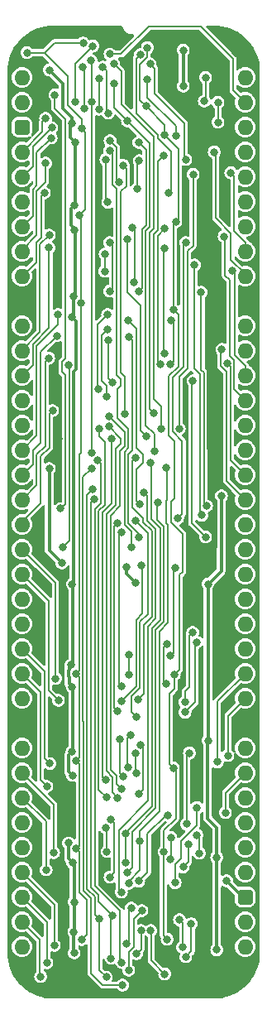
<source format=gbl>
%TF.GenerationSoftware,KiCad,Pcbnew,8.0.2*%
%TF.CreationDate,2024-06-04T18:57:32+02:00*%
%TF.ProjectId,Video Memory 2MB,56696465-6f20-44d6-956d-6f727920324d,V1*%
%TF.SameCoordinates,PX525bfc0PY43d3480*%
%TF.FileFunction,Copper,L2,Bot*%
%TF.FilePolarity,Positive*%
%FSLAX46Y46*%
G04 Gerber Fmt 4.6, Leading zero omitted, Abs format (unit mm)*
G04 Created by KiCad (PCBNEW 8.0.2) date 2024-06-04 18:57:32*
%MOMM*%
%LPD*%
G01*
G04 APERTURE LIST*
G04 Aperture macros list*
%AMRoundRect*
0 Rectangle with rounded corners*
0 $1 Rounding radius*
0 $2 $3 $4 $5 $6 $7 $8 $9 X,Y pos of 4 corners*
0 Add a 4 corners polygon primitive as box body*
4,1,4,$2,$3,$4,$5,$6,$7,$8,$9,$2,$3,0*
0 Add four circle primitives for the rounded corners*
1,1,$1+$1,$2,$3*
1,1,$1+$1,$4,$5*
1,1,$1+$1,$6,$7*
1,1,$1+$1,$8,$9*
0 Add four rect primitives between the rounded corners*
20,1,$1+$1,$2,$3,$4,$5,0*
20,1,$1+$1,$4,$5,$6,$7,0*
20,1,$1+$1,$6,$7,$8,$9,0*
20,1,$1+$1,$8,$9,$2,$3,0*%
G04 Aperture macros list end*
%TA.AperFunction,ComponentPad*%
%ADD10O,1.600000X1.600000*%
%TD*%
%TA.AperFunction,ComponentPad*%
%ADD11RoundRect,0.400000X-0.400000X-0.400000X0.400000X-0.400000X0.400000X0.400000X-0.400000X0.400000X0*%
%TD*%
%TA.AperFunction,ComponentPad*%
%ADD12R,1.600000X1.600000*%
%TD*%
%TA.AperFunction,ViaPad*%
%ADD13C,0.800000*%
%TD*%
%TA.AperFunction,Conductor*%
%ADD14C,0.200000*%
%TD*%
%TA.AperFunction,Conductor*%
%ADD15C,0.380000*%
%TD*%
G04 APERTURE END LIST*
D10*
%TO.P,J7,1,Pin_1*%
%TO.N,/D*%
X0Y0D03*
%TO.P,J7,2,Pin_2*%
%TO.N,/M~{CE}*%
X0Y-2540000D03*
D11*
%TO.P,J7,3,Pin_3*%
%TO.N,/5V*%
X0Y-5080000D03*
D10*
%TO.P,J7,4,Pin_4*%
%TO.N,/M~{OE}*%
X0Y-7620000D03*
%TO.P,J7,5,Pin_5*%
%TO.N,/M~{WE}*%
X0Y-10160000D03*
%TO.P,J7,6,Pin_6*%
%TO.N,/MA20*%
X0Y-12700000D03*
%TO.P,J7,7,Pin_7*%
%TO.N,/MA19*%
X0Y-15240000D03*
%TO.P,J7,8,Pin_8*%
%TO.N,/MA18*%
X0Y-17780000D03*
%TO.P,J7,9,Pin_9*%
%TO.N,/MA17*%
X0Y-20320000D03*
D12*
%TO.P,J7,10,Pin_10*%
%TO.N,/GND*%
X0Y-22860000D03*
D10*
%TO.P,J7,11,Pin_11*%
%TO.N,/MA16*%
X0Y-25400000D03*
%TO.P,J7,12,Pin_12*%
%TO.N,/MA15*%
X0Y-27940000D03*
%TO.P,J7,13,Pin_13*%
%TO.N,/MA14*%
X0Y-30480000D03*
%TO.P,J7,14,Pin_14*%
%TO.N,/MA13*%
X0Y-33020000D03*
%TO.P,J7,15,Pin_15*%
%TO.N,/MA12*%
X0Y-35560000D03*
%TO.P,J7,16,Pin_16*%
%TO.N,/MA11*%
X0Y-38100000D03*
%TO.P,J7,17,Pin_17*%
%TO.N,/MA10*%
X0Y-40640000D03*
%TO.P,J7,18,Pin_18*%
%TO.N,/MA9*%
X0Y-43180000D03*
%TO.P,J7,19,Pin_19*%
%TO.N,/MA8*%
X0Y-45720000D03*
%TO.P,J7,20,Pin_20*%
%TO.N,/MA7*%
X0Y-48260000D03*
%TO.P,J7,21,Pin_21*%
%TO.N,/MA6*%
X0Y-50800000D03*
%TO.P,J7,22,Pin_22*%
%TO.N,/MA5*%
X0Y-53340000D03*
%TO.P,J7,23,Pin_23*%
%TO.N,/MA4*%
X0Y-55880000D03*
%TO.P,J7,24,Pin_24*%
%TO.N,/MA3*%
X0Y-58420000D03*
%TO.P,J7,25,Pin_25*%
%TO.N,/MA2*%
X0Y-60960000D03*
%TO.P,J7,26,Pin_26*%
%TO.N,/MA1*%
X0Y-63500000D03*
D12*
%TO.P,J7,27,Pin_27*%
%TO.N,/GND*%
X0Y-66040000D03*
D10*
%TO.P,J7,28,Pin_28*%
%TO.N,/MA0*%
X0Y-68580000D03*
%TO.P,J7,29,Pin_29*%
%TO.N,/MD7*%
X0Y-71120000D03*
%TO.P,J7,30,Pin_30*%
%TO.N,/MD6*%
X0Y-73660000D03*
%TO.P,J7,31,Pin_31*%
%TO.N,/MD5*%
X0Y-76200000D03*
%TO.P,J7,32,Pin_32*%
%TO.N,/MD4*%
X0Y-78740000D03*
%TO.P,J7,33,Pin_33*%
%TO.N,/MD3*%
X0Y-81280000D03*
%TO.P,J7,34,Pin_34*%
%TO.N,/MD2*%
X0Y-83820000D03*
%TO.P,J7,35,Pin_35*%
%TO.N,/MD1*%
X0Y-86360000D03*
%TO.P,J7,36,Pin_36*%
%TO.N,/MD0*%
X0Y-88900000D03*
%TO.P,J7,37,Pin_37*%
%TO.N,/VD0*%
X22860000Y-88900000D03*
%TO.P,J7,38,Pin_38*%
%TO.N,/VD1*%
X22860000Y-86360000D03*
D11*
%TO.P,J7,39,Pin_39*%
%TO.N,/5V*%
X22860000Y-83820000D03*
D10*
%TO.P,J7,40,Pin_40*%
%TO.N,/VD2*%
X22860000Y-81280000D03*
%TO.P,J7,41,Pin_41*%
%TO.N,/VD3*%
X22860000Y-78740000D03*
%TO.P,J7,42,Pin_42*%
%TO.N,/VD4*%
X22860000Y-76200000D03*
%TO.P,J7,43,Pin_43*%
%TO.N,/VD5*%
X22860000Y-73660000D03*
%TO.P,J7,44,Pin_44*%
%TO.N,/VD6*%
X22860000Y-71120000D03*
%TO.P,J7,45,Pin_45*%
%TO.N,/VD7*%
X22860000Y-68580000D03*
D12*
%TO.P,J7,46,Pin_46*%
%TO.N,/GND*%
X22860000Y-66040000D03*
D10*
%TO.P,J7,47,Pin_47*%
%TO.N,/VA0*%
X22860000Y-63500000D03*
%TO.P,J7,48,Pin_48*%
%TO.N,/VA1*%
X22860000Y-60960000D03*
%TO.P,J7,49,Pin_49*%
%TO.N,/VA2*%
X22860000Y-58420000D03*
%TO.P,J7,50,Pin_50*%
%TO.N,/VA3*%
X22860000Y-55880000D03*
%TO.P,J7,51,Pin_51*%
%TO.N,/VA4*%
X22860000Y-53340000D03*
%TO.P,J7,52,Pin_52*%
%TO.N,/VA5*%
X22860000Y-50800000D03*
%TO.P,J7,53,Pin_53*%
%TO.N,/VA6*%
X22860000Y-48260000D03*
%TO.P,J7,54,Pin_54*%
%TO.N,/VA7*%
X22860000Y-45720000D03*
%TO.P,J7,55,Pin_55*%
%TO.N,/VA8*%
X22860000Y-43180000D03*
%TO.P,J7,56,Pin_56*%
%TO.N,/VA9*%
X22860000Y-40640000D03*
%TO.P,J7,57,Pin_57*%
%TO.N,/VA10*%
X22860000Y-38100000D03*
%TO.P,J7,58,Pin_58*%
%TO.N,/VA11*%
X22860000Y-35560000D03*
%TO.P,J7,59,Pin_59*%
%TO.N,/VA12*%
X22860000Y-33020000D03*
%TO.P,J7,60,Pin_60*%
%TO.N,/VA13*%
X22860000Y-30480000D03*
%TO.P,J7,61,Pin_61*%
%TO.N,/VA14*%
X22860000Y-27940000D03*
%TO.P,J7,62,Pin_62*%
%TO.N,/VA15*%
X22860000Y-25400000D03*
D12*
%TO.P,J7,63,Pin_63*%
%TO.N,/GND*%
X22860000Y-22860000D03*
D10*
%TO.P,J7,64,Pin_64*%
%TO.N,/VA16*%
X22860000Y-20320000D03*
%TO.P,J7,65,Pin_65*%
%TO.N,/VA17*%
X22860000Y-17780000D03*
%TO.P,J7,66,Pin_66*%
%TO.N,/VA18*%
X22860000Y-15240000D03*
%TO.P,J7,67,Pin_67*%
%TO.N,/VA19*%
X22860000Y-12700000D03*
%TO.P,J7,68,Pin_68*%
%TO.N,/VA20*%
X22860000Y-10160000D03*
%TO.P,J7,69,Pin_69*%
%TO.N,/V~{WE}*%
X22860000Y-7620000D03*
%TO.P,J7,70,Pin_70*%
%TO.N,/V~{OE}*%
X22860000Y-5080000D03*
%TO.P,J7,71,Pin_71*%
%TO.N,/V~{CE}*%
X22860000Y-2540000D03*
%TO.P,J7,72,Pin_72*%
%TO.N,/D~{OE}*%
X22860000Y0D03*
%TD*%
D13*
%TO.N,/3.3V*%
X16509998Y2794002D03*
X16510000Y-889000D03*
%TO.N,/GND*%
X17780000Y1016000D03*
%TO.N,/S~{OE}*%
X10795004Y-4445000D03*
X20066000Y-4572000D03*
X20066000Y-2540000D03*
%TO.N,/S~{CE}*%
X18796000Y14D03*
X18669000Y-2413000D03*
X7112000Y-2528000D03*
%TO.N,/GND*%
X17653000Y3682996D03*
X16687922Y-2077000D03*
%TO.N,/VA20*%
X16764000Y-8382000D03*
X13123501Y1383212D03*
%TO.N,/V~{WE}*%
X12839000Y-228000D03*
X15748000Y-5969000D03*
%TO.N,/D~{OE}*%
X12827000Y3048000D03*
%TO.N,/3.3V*%
X19046928Y-67818000D03*
%TO.N,/D~{OE}*%
X14605000Y-5909000D03*
%TO.N,/GND*%
X17780000Y-5461000D03*
%TO.N,/D~{OE}*%
X15748000Y-14732000D03*
%TO.N,/VD6*%
X20828000Y-75184000D03*
%TO.N,/GND*%
X18075169Y-73447169D03*
%TO.N,/D~{OE}*%
X15494003Y-23749003D03*
X15593000Y-61072578D03*
X15494000Y-70611996D03*
%TO.N,/S~{WE}*%
X3369000Y-1778000D03*
%TO.N,/GND*%
X4297451Y-51280312D03*
%TO.N,/5V*%
X5154040Y-80288073D03*
%TO.N,/3.3V*%
X5359000Y-15606004D03*
X5461000Y-6635000D03*
X5116915Y-68952590D03*
%TO.N,/5V*%
X5306000Y-87376000D03*
%TO.N,/3.3V*%
X5151330Y-51820000D03*
X5151324Y-24542000D03*
X5399000Y-13081000D03*
X5269000Y-22352000D03*
%TO.N,/5V*%
X5333993Y-84327993D03*
X20955000Y-82169000D03*
X4762031Y-78286633D03*
%TO.N,/3.3V*%
X5151330Y-62351209D03*
X5141170Y-4699000D03*
X5023532Y-60088212D03*
X5154040Y-71378998D03*
X2794000Y769000D03*
%TO.N,/5V*%
X5334000Y-89538000D03*
%TO.N,/GND*%
X3727000Y-36957000D03*
X3810000Y-92202000D03*
X17145000Y-54356000D03*
X4318000Y-54483000D03*
X3683000Y-9398000D03*
X18175424Y-53198576D03*
X3683000Y-27476787D03*
X3937000Y-74041000D03*
X3556000Y-18923000D03*
X1778000Y-254000D03*
X3175000Y-66802000D03*
X19657000Y-38556976D03*
X15863000Y-65916967D03*
X19177000Y-25908000D03*
X4064000Y-65151000D03*
X18988000Y-20193000D03*
X17821030Y-66970030D03*
X3683000Y-22860000D03*
X4064000Y-83058000D03*
X18988000Y-14096998D03*
X1905000Y-46736000D03*
X4318000Y-58674000D03*
X3810000Y-93672002D03*
%TO.N,/3.3V*%
X11604137Y-51662401D03*
X19939000Y-89219000D03*
X20428086Y-42785509D03*
X19046928Y-51812928D03*
X19939000Y-79756000D03*
X10668000Y-50038000D03*
X4064000Y-49657000D03*
X2794004Y-40005004D03*
%TO.N,/M~{OE}*%
X6345706Y-3175000D03*
X6245596Y1070779D03*
X2413000Y-4191000D03*
%TO.N,/V~{OE}*%
X8832904Y-3646757D03*
X8282337Y1068748D03*
%TO.N,/S~{OE}*%
X9398000Y-635000D03*
X13589000Y-38227000D03*
%TO.N,/S~{WE}*%
X3960292Y-44087742D03*
%TO.N,/M~{WE}*%
X7862000Y-3246944D03*
X3048000Y-5137688D03*
X7874000Y-105636D03*
%TO.N,/SA20*%
X9398516Y1393456D03*
X13474000Y-34290000D03*
%TO.N,/MA20*%
X14985998Y-11811000D03*
X12106236Y2347000D03*
%TO.N,/SA0*%
X8911908Y-34649092D03*
X10172920Y-72740853D03*
%TO.N,/SA1*%
X9779000Y-73660000D03*
X8876976Y-35700024D03*
%TO.N,/SA2*%
X7874000Y-35929000D03*
X8653223Y-73647381D03*
%TO.N,/SA3*%
X8554039Y-71852005D03*
X9144002Y-36957000D03*
%TO.N,/SA4*%
X11653000Y-38862000D03*
X11897323Y-63627000D03*
%TO.N,/SD0*%
X7700438Y-39162158D03*
X10230484Y-90507061D03*
%TO.N,/SD1*%
X7111747Y-39970519D03*
X10287000Y-92837000D03*
%TO.N,/SD2*%
X8624742Y-92013000D03*
X17338679Y-86549000D03*
X16764331Y-89932634D03*
X7889141Y-86084184D03*
X7234220Y-42136338D03*
%TO.N,/SD3*%
X7354040Y-43129136D03*
X16433475Y-88950475D03*
X9290678Y-85725000D03*
X16129000Y-86149000D03*
X9123729Y-90099000D03*
%TO.N,/SA5*%
X11634000Y-45339000D03*
X11714755Y-65415485D03*
%TO.N,/SA6*%
X9753448Y-45565738D03*
X9754040Y-64797534D03*
%TO.N,/SA7*%
X10151330Y-46484238D03*
X10160000Y-62230000D03*
%TO.N,/SA8*%
X10950000Y-26493011D03*
X11938000Y-46990000D03*
%TO.N,/SA9*%
X4191000Y-48006000D03*
X4767942Y-29451088D03*
%TO.N,/SA19*%
X11176000Y-48006000D03*
X8986000Y-7476981D03*
%TO.N,/SA10*%
X17505661Y-31029000D03*
X18796000Y-46990000D03*
X9253399Y-31182000D03*
X8847000Y-26837998D03*
%TO.N,/SA11*%
X12072000Y-43634669D03*
X10871385Y-24841385D03*
%TO.N,/SA12*%
X15940000Y-45085000D03*
X16764000Y-16891000D03*
%TO.N,/SA13*%
X17653000Y-19177000D03*
X18401247Y-44778491D03*
%TO.N,/SA14*%
X18353000Y-21971000D03*
X8460670Y-19808611D03*
X8509000Y-18049000D03*
X18905661Y-43815000D03*
%TO.N,/SD4*%
X10804208Y-81335181D03*
X13920000Y-43434000D03*
%TO.N,/SD5*%
X12446000Y-42418000D03*
X10178083Y-83314968D03*
%TO.N,/SD6*%
X12056000Y-78093497D03*
X16510000Y-80751328D03*
X17007812Y-78435159D03*
X14773917Y-39872396D03*
X10922000Y-82423000D03*
%TO.N,/SD7*%
X10606002Y-77331000D03*
X13153000Y-39370000D03*
X10606000Y-80322286D03*
X17907000Y-77470000D03*
X18157489Y-79326919D03*
%TO.N,/SA15*%
X12700000Y-36703000D03*
X10814927Y-16508522D03*
%TO.N,/SA16*%
X14478000Y-8001000D03*
X14224000Y-35941002D03*
%TO.N,/SA17*%
X17526000Y-9906000D03*
X16105661Y-35915772D03*
%TO.N,/SA18*%
X10508000Y-34437678D03*
X10386000Y-8987965D03*
%TO.N,/MA19*%
X2986318Y-6189317D03*
%TO.N,/VA19*%
X9968000Y-10668000D03*
X9017000Y-6477000D03*
%TO.N,/MA18*%
X2413000Y-8763000D03*
%TO.N,/VA18*%
X8778244Y-12757775D03*
X8585206Y-8395311D03*
%TO.N,/VA17*%
X21381195Y-9741857D03*
%TO.N,/MA17*%
X11994000Y-8515558D03*
X2286000Y-11811000D03*
X11811000Y-11368000D03*
%TO.N,/VA16*%
X19685000Y-7620000D03*
%TO.N,/MA16*%
X11965876Y-6637338D03*
X11938000Y-21844000D03*
%TO.N,/MA15*%
X2794000Y-16129000D03*
%TO.N,/VA15*%
X11469513Y-20960527D03*
X11290500Y-15367000D03*
%TO.N,/MA14*%
X2775158Y-17398990D03*
%TO.N,/VA14*%
X8964593Y-21855558D03*
X8991947Y-16891000D03*
%TO.N,/VA13*%
X21510000Y-19774672D03*
%TO.N,/MA13*%
X14578806Y-28194000D03*
X14605000Y-17509000D03*
%TO.N,/VA12*%
X20701404Y-16248031D03*
%TO.N,/MA12*%
X14191652Y-29290000D03*
X14608363Y-15463499D03*
%TO.N,/MA11*%
X3683000Y-24257000D03*
%TO.N,/VA11*%
X8763000Y-24257000D03*
X7812000Y-31877000D03*
%TO.N,/MA10*%
X3556000Y-26416000D03*
%TO.N,/VA10*%
X8636000Y-32670000D03*
X8763000Y-25781000D03*
%TO.N,/VA9*%
X21033411Y-29224682D03*
%TO.N,/MA9*%
X2732000Y-28702000D03*
%TO.N,/VA8*%
X20475000Y-27813000D03*
%TO.N,/MA8*%
X15251468Y-24856215D03*
X3132000Y-34070497D03*
X15190766Y-29369999D03*
%TO.N,/MA7*%
X3429000Y-61468000D03*
%TO.N,/VA7*%
X10984000Y-61073689D03*
X10984196Y-59038406D03*
X15697050Y-50177576D03*
X15212000Y-59171935D03*
%TO.N,/MA6*%
X3725131Y-63694901D03*
%TO.N,/VA6*%
X12192000Y-49911000D03*
X10160000Y-63754000D03*
%TO.N,/VA5*%
X16703000Y-64912000D03*
X17877000Y-57734885D03*
%TO.N,/MA5*%
X17477000Y-56769000D03*
X16703000Y-63881150D03*
%TO.N,/MA4*%
X14797010Y-61974306D03*
X14812000Y-57957475D03*
%TO.N,/MA3*%
X2857500Y-70167500D03*
%TO.N,/VA3*%
X10890138Y-70572441D03*
X11104146Y-67239000D03*
%TO.N,/MA2*%
X2540000Y-72517000D03*
%TO.N,/VA2*%
X10054039Y-67691000D03*
X10371947Y-71484996D03*
%TO.N,/VA1*%
X19996628Y-70008529D03*
%TO.N,/MA1*%
X11944044Y-73288258D03*
X12171809Y-68245113D03*
%TO.N,/VA0*%
X21082000Y-69342000D03*
%TO.N,/MA0*%
X11725221Y-71144679D03*
X11599480Y-69091000D03*
%TO.N,/MD7*%
X3238289Y-79284211D03*
%TO.N,/VD7*%
X16861000Y-76356998D03*
X8555702Y-76720000D03*
X17145000Y-69088000D03*
X8706555Y-79168710D03*
%TO.N,/MD6*%
X2468998Y-81038581D03*
%TO.N,/VD6*%
X9109067Y-75886692D03*
X9017000Y-81788000D03*
%TO.N,/VD5*%
X15684499Y-82359501D03*
X17907000Y-74676000D03*
%TO.N,/MD5*%
X11948383Y-82199436D03*
X14951258Y-75446971D03*
%TO.N,/MD4*%
X15176500Y-79946500D03*
X15240000Y-77735159D03*
%TO.N,/MD3*%
X3302000Y-88773000D03*
%TO.N,/VD3*%
X11187930Y-84958049D03*
X10733000Y-88616592D03*
%TO.N,/MD2*%
X2540006Y-90551000D03*
%TO.N,/VD2*%
X12276421Y-85206330D03*
X10922000Y-91313000D03*
%TO.N,/VD1*%
X14605000Y-91694000D03*
X13180000Y-87249000D03*
%TO.N,/MD1*%
X1905000Y-91948000D03*
%TO.N,/MD0*%
X12180008Y-87244333D03*
X11747500Y-89598500D03*
%TO.N,/M~{CE}*%
X5449010Y-2528000D03*
X7236950Y3215919D03*
%TO.N,/V~{CE}*%
X9012435Y2396566D03*
%TO.N,/D*%
X5554040Y-69851994D03*
X6096000Y-88166000D03*
X6102186Y-5235000D03*
X6260221Y3533000D03*
X5551330Y-60960000D03*
X5554040Y-78897147D03*
X6059000Y-23049000D03*
X5842000Y-14097000D03*
X508000Y2540000D03*
%TO.N,/D~{OE}*%
X14859000Y-88138000D03*
X12700000Y-2933000D03*
X14540034Y-79168820D03*
%TO.N,/S~{CE}*%
X7073390Y1715919D03*
X7112000Y-38353994D03*
%TD*%
D14*
%TO.N,/SA14*%
X18615000Y-30172000D02*
X18353000Y-29910000D01*
X18353000Y-29910000D02*
X18353000Y-21971000D01*
X18905661Y-43815000D02*
X18615000Y-43524339D01*
%TO.N,/SA13*%
X17653000Y-29775686D02*
X17653000Y-19177000D01*
X18205661Y-30328347D02*
X17653000Y-29775686D01*
%TO.N,/SA14*%
X18615000Y-43524339D02*
X18615000Y-30172000D01*
%TO.N,/SA13*%
X18205661Y-44582905D02*
X18205661Y-30328347D01*
X18401247Y-44778491D02*
X18205661Y-44582905D01*
%TO.N,/MA17*%
X11811000Y-8698558D02*
X11811000Y-11368000D01*
X11994000Y-8515558D02*
X11811000Y-8698558D01*
%TO.N,/MA16*%
X12694000Y-15119000D02*
X12694000Y-7365462D01*
X12278076Y-15534924D02*
X12694000Y-15119000D01*
X12694000Y-7365462D02*
X11965876Y-6637338D01*
X12278076Y-21503924D02*
X12278076Y-15534924D01*
X11938000Y-21844000D02*
X12278076Y-21503924D01*
%TO.N,/MA12*%
X14608363Y-15467378D02*
X14608363Y-15463499D01*
X13878806Y-16196935D02*
X14608363Y-15467378D01*
X13878806Y-28977154D02*
X13878806Y-16196935D01*
X14191652Y-29290000D02*
X13878806Y-28977154D01*
%TO.N,/SA16*%
X13478806Y-32909806D02*
X14224000Y-33655000D01*
X13478806Y-16031250D02*
X13478806Y-32909806D01*
X14224000Y-33655000D02*
X14224000Y-35941002D01*
X13894000Y-15616056D02*
X13478806Y-16031250D01*
X13894000Y-8585000D02*
X13894000Y-15616056D01*
%TO.N,/SA20*%
X13493997Y-6083334D02*
X10160000Y-2749337D01*
X10160000Y-2749337D02*
X10160000Y631972D01*
X13493997Y-15450375D02*
X13493997Y-6083334D01*
X13474000Y-34290000D02*
X13078806Y-33894806D01*
%TO.N,/S~{OE}*%
X13094000Y-15284686D02*
X13094000Y-6743996D01*
X12678806Y-15699880D02*
X13094000Y-15284686D01*
X12678806Y-35564734D02*
X12678806Y-15699880D01*
X13589000Y-36474928D02*
X12678806Y-35564734D01*
X13589000Y-38227000D02*
X13589000Y-36474928D01*
X13094000Y-6743996D02*
X10795004Y-4445000D01*
%TO.N,/SA20*%
X10160000Y631972D02*
X9398516Y1393456D01*
X13078806Y-33894806D02*
X13078806Y-15865566D01*
X13078806Y-15865566D02*
X13493997Y-15450375D01*
%TO.N,/SA16*%
X14478000Y-8001000D02*
X13894000Y-8585000D01*
%TO.N,/MA20*%
X15240000Y-11556998D02*
X14985998Y-11811000D01*
X15240000Y-7562314D02*
X15240000Y-11556998D01*
X11689000Y-3712651D02*
X13893997Y-5917648D01*
X13893997Y-6216311D02*
X15240000Y-7562314D01*
X11689000Y1929764D02*
X11689000Y-3712651D01*
X13893997Y-5917648D02*
X13893997Y-6216311D01*
X12106236Y2347000D02*
X11689000Y1929764D01*
%TO.N,/SA19*%
X10496000Y-38308653D02*
X10496000Y-45777347D01*
X10903000Y-37901653D02*
X10496000Y-38308653D01*
X9804448Y-31841577D02*
X9804448Y-34823448D01*
X9804448Y-34823448D02*
X10903000Y-35922000D01*
X10086075Y-31559950D02*
X9804448Y-31841577D01*
X11176000Y-46457347D02*
X11176000Y-48006000D01*
X10086075Y-30841899D02*
X10086075Y-31559950D01*
X10496000Y-45777347D02*
X11176000Y-46457347D01*
X9691947Y-11381897D02*
X9691947Y-30447771D01*
X9268000Y-10957950D02*
X9691947Y-11381897D01*
X9268000Y-10378050D02*
X9268000Y-10957950D01*
X9285206Y-10360844D02*
X9268000Y-10378050D01*
X9691947Y-30447771D02*
X10086075Y-30841899D01*
X10903000Y-35922000D02*
X10903000Y-37901653D01*
X9285206Y-7776187D02*
X9285206Y-10360844D01*
X8986000Y-7476981D02*
X9285206Y-7776187D01*
%TO.N,/SA18*%
X10668000Y-9269965D02*
X10386000Y-8987965D01*
X10668000Y-11100590D02*
X10668000Y-9269965D01*
X10095774Y-11672816D02*
X10668000Y-11100590D01*
X10095774Y-30211081D02*
X10095774Y-11672816D01*
X10508000Y-30623307D02*
X10095774Y-30211081D01*
X10508000Y-34437678D02*
X10508000Y-30623307D01*
%TO.N,/SA15*%
X12122000Y-36125000D02*
X12700000Y-36703000D01*
X12122000Y-23298000D02*
X12122000Y-36125000D01*
X10769513Y-21945513D02*
X12122000Y-23298000D01*
X10769513Y-16553936D02*
X10769513Y-21945513D01*
X10814927Y-16508522D02*
X10769513Y-16553936D01*
%TO.N,/VA14*%
X9271000Y-17170053D02*
X8991947Y-16891000D01*
X8964593Y-21855558D02*
X9271000Y-21549151D01*
X9271000Y-21549151D02*
X9271000Y-17170053D01*
%TO.N,/SA14*%
X8460670Y-18097330D02*
X8509000Y-18049000D01*
X8460670Y-19808611D02*
X8460670Y-18097330D01*
%TO.N,/D*%
X4699000Y127000D02*
X2286000Y2540000D01*
X4699000Y-2838651D02*
X4699000Y127000D01*
%TO.N,/M~{CE}*%
X5448974Y-2527964D02*
X5449010Y-2528000D01*
%TO.N,/D*%
X6102186Y-5235000D02*
X6102186Y-4241837D01*
%TO.N,/S~{CE}*%
X7112000Y1677309D02*
X7112000Y-2528000D01*
X7073390Y1715919D02*
X7112000Y1677309D01*
%TO.N,/M~{CE}*%
X5448974Y1427943D02*
X5448974Y-2527964D01*
X7236950Y3215919D02*
X5448974Y1427943D01*
%TO.N,/D*%
X6102186Y-4241837D02*
X4699000Y-2838651D01*
%TO.N,/S~{CE}*%
X7112000Y-38353994D02*
X7112000Y-2528000D01*
D15*
%TO.N,/3.3V*%
X4941324Y-4898846D02*
X5141170Y-4699000D01*
X4941324Y-6115324D02*
X4941324Y-4898846D01*
X5461000Y-6635000D02*
X4941324Y-6115324D01*
X5141170Y-4090652D02*
X5141170Y-4699000D01*
X2794000Y769000D02*
X4209000Y-646000D01*
X4209000Y-3158482D02*
X5141170Y-4090652D01*
X4209000Y-646000D02*
X4209000Y-3158482D01*
D14*
%TO.N,/S~{WE}*%
X4441170Y-4256206D02*
X3369000Y-3184036D01*
X3369000Y-3184036D02*
X3369000Y-1778000D01*
X4064000Y-29083000D02*
X4441170Y-28705830D01*
X4064000Y-30081535D02*
X4064000Y-29083000D01*
X4441170Y-28705830D02*
X4441170Y-4256206D01*
X4427000Y-30444535D02*
X4064000Y-30081535D01*
X4427000Y-43621034D02*
X4427000Y-30444535D01*
X3960292Y-44087742D02*
X4427000Y-43621034D01*
D15*
%TO.N,/GND*%
X1778000Y-2286000D02*
X1778000Y-254000D01*
X3864000Y-4372000D02*
X1778000Y-2286000D01*
X3683000Y-9398000D02*
X3864000Y-9217000D01*
X3864000Y-9217000D02*
X3864000Y-4372000D01*
D14*
%TO.N,/M~{OE}*%
X6345706Y-2806368D02*
X6345706Y-3175000D01*
X6245596Y1070779D02*
X6345706Y970669D01*
X6345706Y970669D02*
X6345706Y-2806368D01*
D15*
%TO.N,/3.3V*%
X16510000Y2794000D02*
X16509998Y2794002D01*
X16510000Y-889000D02*
X16510000Y2794000D01*
%TO.N,/GND*%
X17780000Y-984922D02*
X17780000Y1016000D01*
X16687922Y-2077000D02*
X17780000Y-984922D01*
X17653000Y1143000D02*
X17780000Y1016000D01*
X17653000Y3682996D02*
X17653000Y1143000D01*
X17780000Y-3169078D02*
X16687922Y-2077000D01*
X17780000Y-5461000D02*
X17780000Y-3169078D01*
D14*
%TO.N,/S~{OE}*%
X9398000Y-3047996D02*
X10795004Y-4445000D01*
X9398000Y-635000D02*
X9398000Y-3047996D01*
%TO.N,/D~{OE}*%
X14605000Y-4838000D02*
X12700000Y-2933000D01*
X12089000Y1338661D02*
X12089000Y-2322000D01*
X12827000Y2076661D02*
X12089000Y1338661D01*
X12089000Y-2322000D02*
X12700000Y-2933000D01*
X14605000Y-5909000D02*
X14605000Y-4838000D01*
X12827000Y3048000D02*
X12827000Y2076661D01*
%TO.N,/S~{OE}*%
X20066000Y-2540000D02*
X20066000Y-4572000D01*
%TO.N,/S~{CE}*%
X18796000Y-2286000D02*
X18669000Y-2413000D01*
X18796000Y14D02*
X18796000Y-2286000D01*
D15*
%TO.N,/GND*%
X18988000Y-14096998D02*
X18415000Y-13523998D01*
X18415000Y-6096000D02*
X17780000Y-5461000D01*
X18415000Y-13523998D02*
X18415000Y-6096000D01*
D14*
%TO.N,/D*%
X6237221Y3556000D02*
X6260221Y3533000D01*
X3302000Y3556000D02*
X6237221Y3556000D01*
X2286000Y2540000D02*
X3302000Y3556000D01*
X2286000Y2540000D02*
X508000Y2540000D01*
%TO.N,/VA20*%
X13589000Y917713D02*
X13589000Y-1651000D01*
X13123501Y1383212D02*
X13589000Y917713D01*
X13589000Y-1651000D02*
X16637000Y-4699000D01*
X16637000Y-8255000D02*
X16764000Y-8382000D01*
X16637000Y-4699000D02*
X16637000Y-8255000D01*
%TO.N,/V~{CE}*%
X18280000Y5215000D02*
X21590000Y1905000D01*
X12962000Y5215000D02*
X18280000Y5215000D01*
X21590000Y-1270000D02*
X22860000Y-2540000D01*
X10143566Y2396566D02*
X12962000Y5215000D01*
X9012435Y2396566D02*
X10143566Y2396566D01*
X21590000Y1905000D02*
X21590000Y-1270000D01*
%TO.N,/VA17*%
X21736000Y-15734322D02*
X21736000Y-10096662D01*
X22860000Y-16858322D02*
X21736000Y-15734322D01*
X21736000Y-10096662D02*
X21381195Y-9741857D01*
X22860000Y-17780000D02*
X22860000Y-16858322D01*
%TO.N,/VA16*%
X19812000Y-7747000D02*
X19685000Y-7620000D01*
X19812000Y-14368677D02*
X19812000Y-7747000D01*
X21401404Y-15958081D02*
X19812000Y-14368677D01*
X22860000Y-20134722D02*
X21401404Y-18676126D01*
X21401404Y-18676126D02*
X21401404Y-15958081D01*
%TO.N,/V~{WE}*%
X15748000Y-5969000D02*
X15748000Y-4953000D01*
X15748000Y-4953000D02*
X12839000Y-2044000D01*
X12839000Y-2044000D02*
X12839000Y-228000D01*
%TO.N,/D~{OE}*%
X15748000Y-14732000D02*
X16002000Y-14478000D01*
X16002000Y-14478000D02*
X16002000Y-7306000D01*
X16002000Y-7306000D02*
X14605000Y-5909000D01*
%TO.N,/MD4*%
X15176500Y-79946500D02*
X15240000Y-79883000D01*
X15240000Y-79883000D02*
X15240000Y-77735159D01*
D15*
%TO.N,/3.3V*%
X19018874Y-67846054D02*
X19046928Y-67818000D01*
X19018874Y-75787874D02*
X19018874Y-67846054D01*
X19939000Y-76708000D02*
X19018874Y-75787874D01*
X19939000Y-79756000D02*
X19939000Y-76708000D01*
D14*
%TO.N,/D~{OE}*%
X15113000Y-70230996D02*
X15494000Y-70611996D01*
X15593000Y-61072578D02*
X15593000Y-62512000D01*
X15748012Y-70866008D02*
X15494000Y-70611996D01*
X15748012Y-75781589D02*
X15748012Y-70866008D01*
X14540034Y-76989567D02*
X15748012Y-75781589D01*
X15113000Y-62992000D02*
X15113000Y-70230996D01*
X14540034Y-79168820D02*
X14540034Y-76989567D01*
X15593000Y-62512000D02*
X15113000Y-62992000D01*
D15*
%TO.N,/GND*%
X18178874Y-67327874D02*
X17821030Y-66970030D01*
X18178874Y-73343464D02*
X18178874Y-67327874D01*
%TO.N,/3.3V*%
X19046928Y-51812928D02*
X19046928Y-67818000D01*
%TO.N,/GND*%
X18075169Y-73447169D02*
X18178874Y-73343464D01*
X16916063Y-66970030D02*
X17821030Y-66970030D01*
X15863000Y-65916967D02*
X16916063Y-66970030D01*
D14*
%TO.N,/VD7*%
X16861000Y-69372000D02*
X17145000Y-69088000D01*
X16861000Y-76356998D02*
X16861000Y-69372000D01*
%TO.N,/SA17*%
X17514000Y-9918000D02*
X17526000Y-9906000D01*
X16947661Y-17768000D02*
X17514000Y-17201661D01*
X16947661Y-29776710D02*
X16947661Y-17768000D01*
X16105661Y-30618710D02*
X16947661Y-29776710D01*
X16105661Y-35915772D02*
X16105661Y-30618710D01*
X17514000Y-17201661D02*
X17514000Y-9918000D01*
%TO.N,/D~{OE}*%
X15494003Y-14985997D02*
X15748000Y-14732000D01*
X15494003Y-23749003D02*
X15494003Y-14985997D01*
%TO.N,/MA13*%
X14501468Y-17612532D02*
X14605000Y-17509000D01*
X14578806Y-28194000D02*
X14501468Y-28116662D01*
X14501468Y-28116662D02*
X14501468Y-17612532D01*
%TO.N,/SA12*%
X16510000Y-29606401D02*
X16510000Y-17145000D01*
X15405661Y-30710740D02*
X16510000Y-29606401D01*
X16405000Y-44620000D02*
X16405000Y-37205061D01*
X15940000Y-45085000D02*
X16405000Y-44620000D01*
X15405661Y-36205722D02*
X15405661Y-30710740D01*
X16510000Y-17145000D02*
X16764000Y-16891000D01*
X16405000Y-37205061D02*
X15405661Y-36205722D01*
%TO.N,/VD5*%
X17907000Y-76454000D02*
X17907000Y-74676000D01*
X16256000Y-78105000D02*
X17907000Y-76454000D01*
X15684499Y-80428451D02*
X16256000Y-79856950D01*
X15684499Y-82359501D02*
X15684499Y-80428451D01*
X16256000Y-79856950D02*
X16256000Y-78105000D01*
%TO.N,/MD5*%
X12845000Y-81302819D02*
X11948383Y-82199436D01*
X14723029Y-75446971D02*
X12845000Y-77325000D01*
X12845000Y-77325000D02*
X12845000Y-81302819D01*
X14951258Y-75446971D02*
X14723029Y-75446971D01*
%TO.N,/SD7*%
X10606002Y-77258170D02*
X10606002Y-77331000D01*
X13297000Y-56310628D02*
X13297000Y-74567172D01*
X14130541Y-55477087D02*
X13297000Y-56310628D01*
X14130541Y-46076855D02*
X14130541Y-55477087D01*
X13220000Y-39437000D02*
X13220000Y-45166314D01*
X13153000Y-39370000D02*
X13220000Y-39437000D01*
X10606000Y-80322286D02*
X10606000Y-77331002D01*
X13297000Y-74567172D02*
X10606002Y-77258170D01*
X10606000Y-77331002D02*
X10606002Y-77331000D01*
X13220000Y-45166314D02*
X14130541Y-46076855D01*
%TO.N,/MA1*%
X12425221Y-72807081D02*
X12425221Y-68498525D01*
X11944044Y-73288258D02*
X12425221Y-72807081D01*
X12425221Y-68498525D02*
X12171809Y-68245113D01*
%TO.N,/SA0*%
X10498000Y-37704314D02*
X10498000Y-36235184D01*
X10014000Y-38188314D02*
X10498000Y-37704314D01*
X10014000Y-43833999D02*
X10014000Y-38188314D01*
X9051330Y-64660509D02*
X9051330Y-44796669D01*
X10498000Y-36235184D02*
X8911908Y-34649092D01*
X9054040Y-64663220D02*
X9051330Y-64660509D01*
X9054040Y-70776040D02*
X9054040Y-64663220D01*
X9655943Y-71377942D02*
X9054040Y-70776040D01*
X9655943Y-72223876D02*
X9655943Y-71377942D01*
X10172920Y-72740853D02*
X9655943Y-72223876D01*
X9051330Y-44796669D02*
X10014000Y-43833999D01*
%TO.N,/SD5*%
X12820000Y-45332000D02*
X12820000Y-42792000D01*
X12897000Y-56144942D02*
X13692000Y-55349942D01*
X13692000Y-46204000D02*
X12820000Y-45332000D01*
X12897000Y-73971000D02*
X12897000Y-56144942D01*
X9906000Y-76962000D02*
X12897000Y-73971000D01*
X9906000Y-83042885D02*
X9906000Y-76962000D01*
X13692000Y-55349942D02*
X13692000Y-46204000D01*
X12820000Y-42792000D02*
X12446000Y-42418000D01*
X10178083Y-83314968D02*
X9906000Y-83042885D01*
%TO.N,/SD4*%
X13697000Y-56476314D02*
X13697000Y-74732858D01*
X14537999Y-55635315D02*
X13697000Y-56476314D01*
X11306000Y-80833389D02*
X10804208Y-81335181D01*
X13843000Y-45212000D02*
X14537999Y-45906999D01*
X13697000Y-74732858D02*
X11306000Y-77123858D01*
X13920000Y-43434000D02*
X13843000Y-43511000D01*
X14537999Y-45906999D02*
X14537999Y-55635315D01*
%TO.N,/SD6*%
X12056000Y-81073339D02*
X12056000Y-78093497D01*
X10922000Y-82423000D02*
X10922000Y-82207339D01*
X14097000Y-56642000D02*
X14097000Y-75057000D01*
%TO.N,/SD4*%
X13843000Y-43511000D02*
X13843000Y-45212000D01*
%TO.N,/SD6*%
X14967000Y-55772000D02*
X14097000Y-56642000D01*
X14097000Y-75057000D02*
X12056000Y-77098000D01*
X14967000Y-45758686D02*
X14967000Y-55772000D01*
X14773917Y-45565603D02*
X14967000Y-45758686D01*
X14773917Y-43309744D02*
X14773917Y-45565603D01*
%TO.N,/SD4*%
X11306000Y-77123858D02*
X11306000Y-80833389D01*
%TO.N,/SD6*%
X14847000Y-39945479D02*
X14847000Y-43236661D01*
X12056000Y-77098000D02*
X12056000Y-78093497D01*
X10922000Y-82207339D02*
X12056000Y-81073339D01*
X14847000Y-43236661D02*
X14773917Y-43309744D01*
X14773917Y-39872396D02*
X14847000Y-39945479D01*
%TO.N,/VD7*%
X8706555Y-76870853D02*
X8555702Y-76720000D01*
X8706555Y-79168710D02*
X8706555Y-76870853D01*
%TO.N,/VD6*%
X9463000Y-81342000D02*
X9463000Y-76240625D01*
X9463000Y-76240625D02*
X9109067Y-75886692D01*
X9017000Y-81788000D02*
X9463000Y-81342000D01*
X20828000Y-75184000D02*
X20828000Y-73152000D01*
X20828000Y-73152000D02*
X22860000Y-71120000D01*
%TO.N,/SA2*%
X7854039Y-72848197D02*
X8653223Y-73647381D01*
X7854039Y-65160277D02*
X7854039Y-72848197D01*
X7851328Y-44299614D02*
X7851328Y-65157565D01*
X7851328Y-65157565D02*
X7854039Y-65160277D01*
X7874000Y-35929000D02*
X7874000Y-36676950D01*
X7874000Y-36676950D02*
X8454039Y-37256989D01*
X8454039Y-37256989D02*
X8454039Y-43696902D01*
X8454039Y-43696902D02*
X7851328Y-44299614D01*
%TO.N,/MA8*%
X15507000Y-25111747D02*
X15251468Y-24856215D01*
X15507000Y-29053765D02*
X15507000Y-25111747D01*
X15190766Y-29369999D02*
X15507000Y-29053765D01*
%TO.N,/D~{OE}*%
X16002000Y-24257000D02*
X15494003Y-23749003D01*
X15005661Y-30545054D02*
X16002000Y-29548715D01*
X15005661Y-36595661D02*
X15005661Y-30545054D01*
X15621000Y-37211000D02*
X15005661Y-36595661D01*
X15621000Y-43028346D02*
X15621000Y-37211000D01*
X15240000Y-45466000D02*
X15240000Y-43409346D01*
X16002000Y-29548715D02*
X16002000Y-24257000D01*
X16447050Y-46673050D02*
X15240000Y-45466000D01*
X16447050Y-50538238D02*
X16447050Y-46673050D01*
X15593000Y-61072578D02*
X16129000Y-60536578D01*
X16129000Y-50856288D02*
X16447050Y-50538238D01*
X15240000Y-43409346D02*
X15621000Y-43028346D01*
X16129000Y-60536578D02*
X16129000Y-50856288D01*
%TO.N,/SA11*%
X11696000Y-40120000D02*
X11696000Y-43258669D01*
X12403000Y-39413000D02*
X11696000Y-40120000D01*
X12403000Y-38551339D02*
X12403000Y-39413000D01*
X11722000Y-37870339D02*
X12403000Y-38551339D01*
X10871385Y-24841385D02*
X11722000Y-25692000D01*
X11722000Y-25692000D02*
X11722000Y-37870339D01*
X11696000Y-43258669D02*
X12072000Y-43634669D01*
%TO.N,/SA4*%
X12495497Y-63028826D02*
X11897323Y-63627000D01*
X12495497Y-55980759D02*
X12495497Y-63028826D01*
X11296000Y-43935000D02*
X12420001Y-45059001D01*
X12420001Y-45497687D02*
X13292000Y-46369686D01*
X13292000Y-46369686D02*
X13292000Y-55184256D01*
X11296000Y-39219000D02*
X11296000Y-43935000D01*
X12420001Y-45059001D02*
X12420001Y-45497687D01*
X13292000Y-55184256D02*
X12495497Y-55980759D01*
X11653000Y-38862000D02*
X11296000Y-39219000D01*
%TO.N,/SA8*%
X11303000Y-26846011D02*
X10950000Y-26493011D01*
X11303000Y-38112000D02*
X11303000Y-26846011D01*
X10896004Y-38518996D02*
X11303000Y-38112000D01*
X11938000Y-46653661D02*
X10896004Y-45611665D01*
X11938000Y-46990000D02*
X11938000Y-46653661D01*
X10896004Y-45611665D02*
X10896004Y-38518996D01*
%TO.N,/SA1*%
X9559657Y-38003343D02*
X10098000Y-37465000D01*
X9559657Y-43722657D02*
X9559657Y-38003343D01*
X10098000Y-37465000D02*
X10098000Y-36921048D01*
X8651330Y-44630983D02*
X9559657Y-43722657D01*
%TO.N,/SA5*%
X11176000Y-64876730D02*
X11714755Y-65415485D01*
X11176000Y-63303686D02*
X11176000Y-64876730D01*
X12892000Y-54856685D02*
X12084000Y-55664685D01*
X12084000Y-62395685D02*
X11176000Y-63303686D01*
X12892000Y-46597000D02*
X12892000Y-54856685D01*
X12084000Y-55664685D02*
X12084000Y-62395685D01*
X11634000Y-45339000D02*
X12892000Y-46597000D01*
%TO.N,/VA7*%
X15212000Y-59171935D02*
X15512000Y-58871935D01*
X15512000Y-58871935D02*
X15512000Y-50362626D01*
X15512000Y-50362626D02*
X15697050Y-50177576D01*
%TO.N,/VA5*%
X17739702Y-63875298D02*
X17739702Y-57872183D01*
X16703000Y-64912000D02*
X17739702Y-63875298D01*
X17739702Y-57872183D02*
X17877000Y-57734885D01*
%TO.N,/MA5*%
X17127000Y-62363929D02*
X17127000Y-57119000D01*
X16703000Y-62787929D02*
X17127000Y-62363929D01*
X16703000Y-63881150D02*
X16703000Y-62787929D01*
X17127000Y-57119000D02*
X17477000Y-56769000D01*
%TO.N,/D*%
X6458000Y-5590814D02*
X6102186Y-5235000D01*
X6458000Y-13481000D02*
X6458000Y-5590814D01*
X5842000Y-14097000D02*
X6458000Y-13481000D01*
D15*
%TO.N,/3.3V*%
X5023532Y-60088212D02*
X5207000Y-59904744D01*
X5207000Y-59904744D02*
X5207000Y-51875670D01*
X5207000Y-51875670D02*
X5151330Y-51820000D01*
%TO.N,/GND*%
X3964688Y-51280312D02*
X4297451Y-51280312D01*
X1905000Y-49220624D02*
X3964688Y-51280312D01*
X1905000Y-46736000D02*
X1905000Y-49220624D01*
X4318000Y-51300861D02*
X4297451Y-51280312D01*
X4318000Y-54483000D02*
X4318000Y-51300861D01*
%TO.N,/3.3V*%
X5317000Y-51654330D02*
X5151330Y-51820000D01*
X5317000Y-30090229D02*
X5317000Y-51654330D01*
X5557942Y-29849287D02*
X5317000Y-30090229D01*
X5557942Y-24948618D02*
X5557942Y-29849287D01*
X5151324Y-24542000D02*
X5557942Y-24948618D01*
%TO.N,/GND*%
X3937000Y-78794982D02*
X3937000Y-74041000D01*
X4064000Y-78921982D02*
X3937000Y-78794982D01*
D14*
%TO.N,/MD7*%
X3238289Y-74358289D02*
X3238289Y-79284211D01*
X0Y-71120000D02*
X3238289Y-74358289D01*
%TO.N,/MD6*%
X2447000Y-81016583D02*
X2468998Y-81038581D01*
X2447000Y-76107000D02*
X2447000Y-81016583D01*
D15*
%TO.N,/GND*%
X4064000Y-83058000D02*
X4064000Y-78921982D01*
D14*
%TO.N,/MD6*%
X0Y-73660000D02*
X2447000Y-76107000D01*
D15*
%TO.N,/3.3V*%
X5461000Y-15494000D02*
X5359000Y-15596000D01*
X4764040Y-69305465D02*
X5116915Y-68952590D01*
X5461000Y-15494000D02*
X5052000Y-15085000D01*
X5359000Y-15596000D02*
X5359000Y-15606004D01*
X5154040Y-71378998D02*
X4764040Y-70988998D01*
X4822000Y-61347899D02*
X4822000Y-62021879D01*
X5461000Y-13019000D02*
X5461000Y-6635000D01*
X5023532Y-60088212D02*
X4822000Y-60289744D01*
%TO.N,/5V*%
X5333993Y-84327993D02*
X5333993Y-80468026D01*
X5333993Y-80468026D02*
X5154040Y-80288073D01*
%TO.N,/3.3V*%
X5052000Y-13428000D02*
X5399000Y-13081000D01*
%TO.N,/5V*%
X5306000Y-89510000D02*
X5306000Y-87376000D01*
X5333993Y-87348007D02*
X5306000Y-87376000D01*
%TO.N,/3.3V*%
X5052000Y-15085000D02*
X5052000Y-13428000D01*
X4761330Y-61287229D02*
X4822000Y-61347899D01*
X5192045Y-62391924D02*
X5151330Y-62351209D01*
X5192045Y-68877460D02*
X5192045Y-62391924D01*
X4822000Y-60289744D02*
X4822000Y-60572101D01*
%TO.N,/5V*%
X5333993Y-84327993D02*
X5333993Y-87348007D01*
%TO.N,/3.3V*%
X4822000Y-60572101D02*
X4761330Y-60632771D01*
X4764040Y-70988998D02*
X4764040Y-69305465D01*
X4822000Y-62021879D02*
X5151330Y-62351209D01*
X5461000Y-15494000D02*
X5461000Y-22160000D01*
X5269000Y-24424324D02*
X5151324Y-24542000D01*
X4761330Y-60632771D02*
X4761330Y-61287229D01*
%TO.N,/5V*%
X5334000Y-89538000D02*
X5306000Y-89510000D01*
X5154040Y-80288073D02*
X4762031Y-79896064D01*
%TO.N,/3.3V*%
X5269000Y-22352000D02*
X5269000Y-24424324D01*
X5399000Y-13081000D02*
X5461000Y-13019000D01*
%TO.N,/5V*%
X4762031Y-79896064D02*
X4762031Y-78286633D01*
%TO.N,/3.3V*%
X5116915Y-68952590D02*
X5192045Y-68877460D01*
X5461000Y-22160000D02*
X5269000Y-22352000D01*
%TO.N,/5V*%
X22606000Y-83820000D02*
X20955000Y-82169000D01*
%TO.N,/GND*%
X19105000Y-25980000D02*
X19177000Y-25908000D01*
X3810000Y-92202000D02*
X4445000Y-91567000D01*
X3556000Y-30353000D02*
X3556000Y-27603787D01*
X3711000Y-18768000D02*
X3711000Y-9426000D01*
X3937000Y-36747000D02*
X3937000Y-30734000D01*
X4064000Y-88011000D02*
X4064000Y-83058000D01*
X19304000Y-42799000D02*
X19304000Y-38909976D01*
X16002000Y-92075000D02*
X16002000Y-91440000D01*
X14404998Y-93672002D02*
X16002000Y-92075000D01*
X4445000Y-88392000D02*
X4064000Y-88011000D01*
X3556000Y-18923000D02*
X3711000Y-18768000D01*
X19105000Y-38004976D02*
X19105000Y-25980000D01*
X19177000Y-20382000D02*
X18988000Y-20193000D01*
X4318000Y-58674000D02*
X4318000Y-54483000D01*
X19657000Y-38556976D02*
X19105000Y-38004976D01*
X3711000Y-9426000D02*
X3683000Y-9398000D01*
X3937000Y-74041000D02*
X3937000Y-67564000D01*
X3175000Y-66802000D02*
X3175000Y-66040000D01*
X4445000Y-91567000D02*
X4445000Y-88392000D01*
X19304000Y-38909976D02*
X19657000Y-38556976D01*
X18988000Y-14096998D02*
X18988000Y-20193000D01*
X3175000Y-66040000D02*
X4064000Y-65151000D01*
X19177000Y-25908000D02*
X19177000Y-20382000D01*
X3556000Y-27603787D02*
X3683000Y-27476787D01*
X3937000Y-30734000D02*
X3556000Y-30353000D01*
X16002000Y-91440000D02*
X13970000Y-89408000D01*
X19812000Y-48006000D02*
X19812000Y-43307000D01*
X3727000Y-36957000D02*
X3937000Y-36747000D01*
X19812000Y-43307000D02*
X19304000Y-42799000D01*
X18175424Y-53198576D02*
X18175424Y-49642576D01*
X3810000Y-93672002D02*
X14404998Y-93672002D01*
X3683000Y-19050000D02*
X3556000Y-18923000D01*
X3810000Y-92202000D02*
X3810000Y-93672002D01*
X3937000Y-67564000D02*
X3175000Y-66802000D01*
X3683000Y-22860000D02*
X3683000Y-19050000D01*
X18175424Y-49642576D02*
X19812000Y-48006000D01*
%TO.N,/3.3V*%
X20392000Y-42821595D02*
X20428086Y-42785509D01*
X2793988Y-48386988D02*
X2793988Y-40005020D01*
X19046928Y-51812928D02*
X20392000Y-50467856D01*
X10668000Y-50038000D02*
X10668000Y-50726264D01*
X2793988Y-40005020D02*
X2794004Y-40005004D01*
X10668000Y-50726264D02*
X11604137Y-51662401D01*
X19939000Y-79756000D02*
X19939000Y-89219000D01*
X4064000Y-49657000D02*
X2793988Y-48386988D01*
X20392000Y-50467856D02*
X20392000Y-42821595D01*
D14*
%TO.N,/M~{OE}*%
X0Y-7620000D02*
X2094000Y-5526000D01*
X2094000Y-5526000D02*
X2094000Y-4510000D01*
X2094000Y-4510000D02*
X2413000Y-4191000D01*
%TO.N,/M~{WE}*%
X0Y-10160000D02*
X1100000Y-9060000D01*
X1100000Y-7085686D02*
X3048000Y-5137688D01*
X1100000Y-9060000D02*
X1100000Y-7085686D01*
%TO.N,/SA1*%
X9255943Y-73136943D02*
X9255943Y-71543628D01*
X8654040Y-64828906D02*
X8651330Y-64826191D01*
X10098000Y-36921048D02*
X8876976Y-35700024D01*
X8651330Y-64826191D02*
X8651330Y-44630983D01*
X9255943Y-71543628D02*
X8654040Y-70941725D01*
X8654040Y-70941725D02*
X8654040Y-64828906D01*
X9779000Y-73660000D02*
X9255943Y-73136943D01*
%TO.N,/SA3*%
X8254040Y-71552006D02*
X8254040Y-64994592D01*
X8251328Y-47271244D02*
X8251328Y-44465300D01*
X8251330Y-64660506D02*
X8251330Y-47271246D01*
X8254040Y-64994592D02*
X8251328Y-64991880D01*
X8251328Y-64660508D02*
X8251330Y-64660506D01*
X8251330Y-47271246D02*
X8251328Y-47271244D01*
X8251328Y-64991880D02*
X8251328Y-64660508D01*
X8251328Y-44465300D02*
X9144002Y-43572626D01*
X9144002Y-43572626D02*
X9144002Y-36957000D01*
X8554039Y-71852005D02*
X8254040Y-71552006D01*
%TO.N,/SD0*%
X7451328Y-44133928D02*
X8054039Y-43531217D01*
X8054039Y-43531217D02*
X8054039Y-39515759D01*
X7454039Y-65325963D02*
X7451328Y-65323252D01*
X8054039Y-39515759D02*
X7700438Y-39162158D01*
X7451328Y-65323252D02*
X7451328Y-44133928D01*
X9990678Y-85200728D02*
X7454039Y-82664089D01*
X7454039Y-82664089D02*
X7454039Y-65325963D01*
X9990678Y-90267255D02*
X9990678Y-85200728D01*
X10230484Y-90507061D02*
X9990678Y-90267255D01*
%TO.N,/SD1*%
X6251326Y-65820308D02*
X6251326Y-40830940D01*
X6254039Y-83161144D02*
X6254039Y-65823021D01*
X6251326Y-40830940D02*
X7111747Y-39970519D01*
X7055000Y-91637000D02*
X7055000Y-83962106D01*
X7055000Y-83962106D02*
X6254039Y-83161144D01*
X10287000Y-92837000D02*
X8255000Y-92837000D01*
X6254039Y-65823021D02*
X6251326Y-65820308D01*
X8255000Y-92837000D02*
X7055000Y-91637000D01*
%TO.N,/SD2*%
X7889141Y-86084184D02*
X7455000Y-85650043D01*
X7455000Y-83796420D02*
X6654039Y-82995459D01*
X6651326Y-42719232D02*
X7234220Y-42136338D01*
X7889141Y-86084184D02*
X7889141Y-91277399D01*
X7889141Y-91277399D02*
X8624742Y-92013000D01*
X6654039Y-65657335D02*
X6651326Y-65654622D01*
X6651326Y-65654622D02*
X6651326Y-42719232D01*
X7455000Y-85650043D02*
X7455000Y-83796420D01*
X16764331Y-89932634D02*
X17338679Y-89358286D01*
X17338679Y-89358286D02*
X17338679Y-86549000D01*
X6654039Y-82995459D02*
X6654039Y-65657335D01*
%TO.N,/SD3*%
X7855000Y-83630734D02*
X7054039Y-82829774D01*
X7855000Y-84289322D02*
X7855000Y-83630734D01*
X9123729Y-90099000D02*
X9123729Y-85891949D01*
X7051326Y-43431850D02*
X7354040Y-43129136D01*
X7054039Y-82829774D02*
X7054039Y-65491649D01*
X9290678Y-85725000D02*
X7855000Y-84289322D01*
X9123729Y-85891949D02*
X9290678Y-85725000D01*
X16433475Y-88950475D02*
X16433475Y-86453475D01*
X16433475Y-86453475D02*
X16129000Y-86149000D01*
X7051326Y-65488936D02*
X7051326Y-43431850D01*
X7054039Y-65491649D02*
X7051326Y-65488936D01*
%TO.N,/SA6*%
X9451330Y-45867856D02*
X9451330Y-64494824D01*
X9753448Y-45565738D02*
X9451330Y-45867856D01*
X9451330Y-64494824D02*
X9754040Y-64797534D01*
%TO.N,/SA7*%
X9906000Y-46729568D02*
X10151330Y-46484238D01*
X10160000Y-62230000D02*
X9906000Y-61976000D01*
X9906000Y-61976000D02*
X9906000Y-46729568D01*
%TO.N,/SA9*%
X4827000Y-47370000D02*
X4827000Y-29510146D01*
X4191000Y-48006000D02*
X4827000Y-47370000D01*
X4827000Y-29510146D02*
X4767942Y-29451088D01*
%TO.N,/SA10*%
X18796000Y-46990000D02*
X17407000Y-45601000D01*
X17407000Y-45601000D02*
X17407000Y-31127661D01*
X8847000Y-26837998D02*
X8847000Y-30775601D01*
X8847000Y-30775601D02*
X9253399Y-31182000D01*
X17407000Y-31127661D02*
X17505661Y-31029000D01*
%TO.N,/SD6*%
X17007812Y-78435159D02*
X17007812Y-80253516D01*
X17007812Y-80253516D02*
X16510000Y-80751328D01*
%TO.N,/SD7*%
X18157489Y-79326919D02*
X18157489Y-77720489D01*
X18157489Y-77720489D02*
X17907000Y-77470000D01*
%TO.N,/MA19*%
X1100000Y-14140000D02*
X1100000Y-11441364D01*
X0Y-15240000D02*
X1100000Y-14140000D01*
X1505006Y-7670629D02*
X2986318Y-6189317D01*
X1100000Y-11441364D02*
X1505006Y-11036358D01*
X1505006Y-11036358D02*
X1505006Y-7670629D01*
%TO.N,/VA19*%
X9017000Y-6477000D02*
X9686000Y-7146000D01*
X9686000Y-7146000D02*
X9686000Y-10386000D01*
X9686000Y-10386000D02*
X9968000Y-10668000D01*
%TO.N,/MA18*%
X1500000Y-16117628D02*
X1500000Y-11607050D01*
X1500000Y-11607050D02*
X2413000Y-10694050D01*
X0Y-17617628D02*
X1500000Y-16117628D01*
X2413000Y-10694050D02*
X2413000Y-8763000D01*
%TO.N,/VA18*%
X8585206Y-12564737D02*
X8778244Y-12757775D01*
X8585206Y-8395311D02*
X8585206Y-12564737D01*
%TO.N,/MA17*%
X0Y-20320000D02*
X1440000Y-18880000D01*
X1440000Y-18880000D02*
X1440000Y-16905686D01*
X1440000Y-16905686D02*
X1967000Y-16378686D01*
X1967000Y-12130000D02*
X2286000Y-11811000D01*
X1967000Y-16378686D02*
X1967000Y-12130000D01*
%TO.N,/MA15*%
X0Y-27850678D02*
X1840000Y-26010678D01*
X1840000Y-17083000D02*
X2794000Y-16129000D01*
X1840000Y-26010678D02*
X1840000Y-17083000D01*
%TO.N,/VA15*%
X11514927Y-20915113D02*
X11469513Y-20960527D01*
X11514927Y-15591427D02*
X11514927Y-20915113D01*
X11290500Y-15367000D02*
X11514927Y-15591427D01*
%TO.N,/MA14*%
X0Y-30480000D02*
X1100000Y-29380000D01*
X1100000Y-27316364D02*
X2775158Y-25641206D01*
X2775158Y-25641206D02*
X2775158Y-17398990D01*
X1100000Y-29380000D02*
X1100000Y-27316364D01*
%TO.N,/VA13*%
X21760000Y-20024672D02*
X21510000Y-19774672D01*
X21760000Y-28395635D02*
X21760000Y-20024672D01*
X22860000Y-30480000D02*
X22860000Y-29495635D01*
X22860000Y-29495635D02*
X21760000Y-28395635D01*
%TO.N,/VA12*%
X21287521Y-20721556D02*
X20810000Y-20244035D01*
X21287521Y-28488842D02*
X21287521Y-20721556D01*
X20810000Y-20244035D02*
X20810000Y-16356627D01*
X20810000Y-16356627D02*
X20701404Y-16248031D01*
X21737000Y-28938321D02*
X21287521Y-28488842D01*
X22860000Y-33020000D02*
X21737000Y-31897000D01*
X21737000Y-31897000D02*
X21737000Y-28938321D01*
%TO.N,/MA11*%
X3683000Y-25299050D02*
X3683000Y-24257000D01*
X1500930Y-36599070D02*
X1500930Y-27481120D01*
X0Y-38100000D02*
X1500930Y-36599070D01*
X1500930Y-27481120D02*
X3683000Y-25299050D01*
%TO.N,/VA11*%
X7747000Y-25273000D02*
X7747000Y-31812000D01*
X7747000Y-31812000D02*
X7812000Y-31877000D01*
X8763000Y-24257000D02*
X7747000Y-25273000D01*
%TO.N,/MA10*%
X1105000Y-39535000D02*
X1105000Y-38149628D01*
X1905000Y-37349628D02*
X1905000Y-28067000D01*
X1105000Y-38149628D02*
X1905000Y-37349628D01*
X0Y-40640000D02*
X1105000Y-39535000D01*
X1905000Y-28067000D02*
X3556000Y-26416000D01*
%TO.N,/VA10*%
X8636000Y-31522050D02*
X8636000Y-32670000D01*
X8147000Y-26397000D02*
X8147000Y-31033050D01*
X8763000Y-25781000D02*
X8147000Y-26397000D01*
X8147000Y-31033050D02*
X8636000Y-31522050D01*
%TO.N,/VA9*%
X21337000Y-39117000D02*
X21337000Y-29528271D01*
X21337000Y-29528271D02*
X21033411Y-29224682D01*
X22860000Y-40640000D02*
X21337000Y-39117000D01*
%TO.N,/MA9*%
X2374561Y-29059439D02*
X2732000Y-28702000D01*
X2374561Y-37714161D02*
X2374561Y-29059439D01*
X1505000Y-38583722D02*
X2374561Y-37714161D01*
X1505000Y-41675000D02*
X1505000Y-38583722D01*
X0Y-43180000D02*
X1505000Y-41675000D01*
%TO.N,/VA8*%
X22860000Y-43180000D02*
X20937000Y-41257000D01*
X20937000Y-30118221D02*
X20333411Y-29514632D01*
X20333411Y-27954589D02*
X20475000Y-27813000D01*
X20937000Y-41257000D02*
X20937000Y-30118221D01*
X20333411Y-29514632D02*
X20333411Y-27954589D01*
%TO.N,/MA8*%
X0Y-45426331D02*
X1905000Y-43521332D01*
X1905000Y-38749408D02*
X2794000Y-37860408D01*
X2832000Y-34370497D02*
X3132000Y-34070497D01*
X2832001Y-37553995D02*
X2832000Y-34370497D01*
X2794000Y-37591997D02*
X2832001Y-37553995D01*
X1905000Y-43521332D02*
X1905000Y-38749408D01*
X2794000Y-37860408D02*
X2794000Y-37591997D01*
%TO.N,/MA7*%
X3429000Y-51689000D02*
X3429000Y-61468000D01*
X0Y-48260000D02*
X3429000Y-51689000D01*
%TO.N,/VA7*%
X10984000Y-59038602D02*
X10984196Y-59038406D01*
X10984000Y-61073689D02*
X10984000Y-59038602D01*
%TO.N,/MA6*%
X2729000Y-62698770D02*
X3725131Y-63694901D01*
X2729000Y-53529000D02*
X2729000Y-62698770D01*
X0Y-50800000D02*
X2729000Y-53529000D01*
%TO.N,/VA6*%
X12333561Y-50052561D02*
X12192000Y-49911000D01*
X10160000Y-63754000D02*
X11684000Y-62230000D01*
X12333561Y-54849439D02*
X12333561Y-50052561D01*
X11684000Y-55499000D02*
X12333561Y-54849439D01*
X11684000Y-62230000D02*
X11684000Y-55499000D01*
%TO.N,/MA4*%
X14797010Y-61974306D02*
X14512000Y-61689296D01*
X14512000Y-61689296D02*
X14512000Y-58257475D01*
X14512000Y-58257475D02*
X14812000Y-57957475D01*
%TO.N,/MA3*%
X2286000Y-69596000D02*
X2857500Y-70167500D01*
X0Y-58420000D02*
X2286000Y-60706000D01*
X2286000Y-60706000D02*
X2286000Y-69596000D01*
%TO.N,/VA3*%
X10798876Y-70481179D02*
X10798876Y-67544270D01*
X10890138Y-70572441D02*
X10798876Y-70481179D01*
X10798876Y-67544270D02*
X11104146Y-67239000D01*
%TO.N,/MA2*%
X2540000Y-72517000D02*
X1886000Y-71863000D01*
X1886000Y-71863000D02*
X1886000Y-62846000D01*
X1886000Y-62846000D02*
X0Y-60960000D01*
%TO.N,/VA2*%
X10054039Y-71167088D02*
X10371947Y-71484996D01*
X10054039Y-67691000D02*
X10054039Y-71167088D01*
%TO.N,/VA1*%
X19996628Y-63823372D02*
X19996628Y-70008529D01*
X22860000Y-60960000D02*
X19996628Y-63823372D01*
%TO.N,/VA0*%
X21082000Y-65278000D02*
X21082000Y-69342000D01*
X22860000Y-63500000D02*
X21082000Y-65278000D01*
%TO.N,/MA0*%
X11599480Y-71018938D02*
X11599480Y-69091000D01*
X11725221Y-71144679D02*
X11599480Y-71018938D01*
%TO.N,/MD3*%
X0Y-81280000D02*
X3302000Y-84582000D01*
X3302000Y-84582000D02*
X3302000Y-88773000D01*
%TO.N,/VD3*%
X10953184Y-85192795D02*
X11187930Y-84958049D01*
X10733000Y-88616592D02*
X10953184Y-88396408D01*
X10953184Y-88396408D02*
X10953184Y-85192795D01*
%TO.N,/MD2*%
X0Y-83820000D02*
X2540006Y-86360006D01*
X2540006Y-86360006D02*
X2540006Y-90551000D01*
%TO.N,/VD2*%
X11433000Y-88923050D02*
X10930484Y-89425566D01*
X12276421Y-85206330D02*
X11433000Y-86049751D01*
X10930484Y-91304516D02*
X10922000Y-91313000D01*
X10930484Y-89425566D02*
X10930484Y-91304516D01*
X11433000Y-86049751D02*
X11433000Y-88923050D01*
%TO.N,/VD1*%
X13208000Y-87277000D02*
X13180000Y-87249000D01*
X14605000Y-91694000D02*
X13208000Y-90297000D01*
X13208000Y-90297000D02*
X13208000Y-87277000D01*
%TO.N,/MD1*%
X0Y-86360000D02*
X1778000Y-88138000D01*
X1778000Y-91821000D02*
X1905000Y-91948000D01*
X1778000Y-88138000D02*
X1778000Y-91821000D01*
%TO.N,/MD0*%
X12180008Y-89165992D02*
X12180008Y-87244333D01*
X11747500Y-89598500D02*
X12180008Y-89165992D01*
%TO.N,/D*%
X5851326Y-64660506D02*
X5851328Y-64660504D01*
X6096000Y-88166000D02*
X6609000Y-87653000D01*
X5854040Y-70151994D02*
X5554040Y-69851994D01*
X5854040Y-83326831D02*
X5854040Y-79197147D01*
X5851330Y-63666390D02*
X5851330Y-61260000D01*
X5842000Y-14097000D02*
X6059000Y-14314000D01*
X5851330Y-61260000D02*
X5551330Y-60960000D01*
X6609000Y-87653000D02*
X6609000Y-84081792D01*
X5554040Y-69851994D02*
X5851326Y-69554708D01*
X5554040Y-78897147D02*
X5854040Y-78597147D01*
X5851324Y-38576255D02*
X5851324Y-48265356D01*
X6059000Y-23049000D02*
X6059000Y-38368579D01*
X6609000Y-84081792D02*
X5854040Y-83326831D01*
X6059000Y-14314000D02*
X6059000Y-23049000D01*
X5851330Y-48265362D02*
X5851330Y-60660000D01*
X5854040Y-78597147D02*
X5854040Y-70151994D01*
X5851330Y-60660000D02*
X5551330Y-60960000D01*
X5854040Y-79197147D02*
X5554040Y-78897147D01*
X5851328Y-63666392D02*
X5851330Y-63666390D01*
X5851326Y-69554708D02*
X5851326Y-64660506D01*
X6059000Y-38368579D02*
X5851324Y-38576255D01*
X5851324Y-48265356D02*
X5851330Y-48265362D01*
X5851328Y-64660504D02*
X5851328Y-63666392D01*
%TO.N,/D~{OE}*%
X14476500Y-79232354D02*
X14540034Y-79168820D01*
X14859000Y-88138000D02*
X14476500Y-87755500D01*
X14476500Y-87755500D02*
X14476500Y-79232354D01*
D15*
%TO.N,/GND*%
X15863000Y-62934964D02*
X15863000Y-65916967D01*
X16637000Y-62160964D02*
X15863000Y-62934964D01*
X16637000Y-54864000D02*
X16637000Y-62160964D01*
X17145000Y-54356000D02*
X16637000Y-54864000D01*
D14*
%TO.N,/V~{OE}*%
X8832904Y-3646757D02*
X8636000Y-3449853D01*
X8636000Y-3449853D02*
X8636000Y715085D01*
%TO.N,/M~{WE}*%
X7862000Y-3246944D02*
X7862000Y-117636D01*
%TO.N,/V~{OE}*%
X8636000Y715085D02*
X8282337Y1068748D01*
%TO.N,/M~{WE}*%
X7862000Y-117636D02*
X7874000Y-105636D01*
%TD*%
%TA.AperFunction,Conductor*%
%TO.N,/GND*%
G36*
X1397000Y2890500D02*
G01*
X1121564Y2890500D01*
X1054525Y2910185D01*
X1019513Y2944062D01*
X998484Y2974529D01*
X919982Y3044075D01*
X880240Y3079283D01*
X880238Y3079284D01*
X880237Y3079285D01*
X740365Y3152697D01*
X586986Y3190500D01*
X586985Y3190500D01*
X429015Y3190500D01*
X429014Y3190500D01*
X275634Y3152697D01*
X135762Y3079285D01*
X17516Y2974529D01*
X-72219Y2844525D01*
X-72220Y2844524D01*
X-128238Y2696819D01*
X-147278Y2540001D01*
X-147278Y2540000D01*
X-128238Y2383182D01*
X-74119Y2240484D01*
X-72220Y2235477D01*
X17517Y2105470D01*
X135760Y2000717D01*
X135762Y2000716D01*
X275634Y1927304D01*
X429014Y1889500D01*
X429015Y1889500D01*
X586985Y1889500D01*
X740365Y1927304D01*
X880240Y2000717D01*
X998483Y2105470D01*
X1019513Y2135939D01*
X1073795Y2179930D01*
X1121564Y2189500D01*
X1397000Y2189500D01*
X1397000Y-5727316D01*
X1142662Y-5981654D01*
X1081339Y-6015139D01*
X1011647Y-6010155D01*
X955714Y-5968283D01*
X931297Y-5902819D01*
X946149Y-5834546D01*
X948227Y-5830890D01*
X1001744Y-5740398D01*
X1047598Y-5582569D01*
X1050500Y-5545694D01*
X1050500Y-4614306D01*
X1047598Y-4577431D01*
X1001744Y-4419602D01*
X918081Y-4278135D01*
X918079Y-4278133D01*
X918076Y-4278129D01*
X801870Y-4161923D01*
X801862Y-4161917D01*
X660396Y-4078255D01*
X660393Y-4078254D01*
X502573Y-4032402D01*
X502567Y-4032401D01*
X465701Y-4029500D01*
X465694Y-4029500D01*
X-465694Y-4029500D01*
X-465702Y-4029500D01*
X-502568Y-4032401D01*
X-502574Y-4032402D01*
X-660394Y-4078254D01*
X-660397Y-4078255D01*
X-801863Y-4161917D01*
X-801871Y-4161923D01*
X-918077Y-4278129D01*
X-918083Y-4278137D01*
X-1001745Y-4419603D01*
X-1001746Y-4419606D01*
X-1047598Y-4577426D01*
X-1047599Y-4577432D01*
X-1050500Y-4614298D01*
X-1050500Y-5545701D01*
X-1047599Y-5582567D01*
X-1047598Y-5582573D01*
X-1001746Y-5740393D01*
X-1001745Y-5740396D01*
X-918083Y-5881862D01*
X-918077Y-5881870D01*
X-801871Y-5998076D01*
X-801867Y-5998079D01*
X-801865Y-5998081D01*
X-660398Y-6081744D01*
X-639925Y-6087692D01*
X-502574Y-6127597D01*
X-502571Y-6127597D01*
X-502569Y-6127598D01*
X-465694Y-6130500D01*
X-465686Y-6130500D01*
X465686Y-6130500D01*
X465694Y-6130500D01*
X502569Y-6127598D01*
X502571Y-6127597D01*
X502573Y-6127597D01*
X544191Y-6115505D01*
X660398Y-6081744D01*
X750854Y-6028248D01*
X818575Y-6011066D01*
X884838Y-6033226D01*
X928602Y-6087692D01*
X935971Y-6157171D01*
X904607Y-6219606D01*
X901654Y-6222662D01*
X514508Y-6609808D01*
X453185Y-6643293D01*
X390833Y-6640788D01*
X205934Y-6584700D01*
X205932Y-6584699D01*
X205934Y-6584699D01*
X0Y-6564417D01*
X-205933Y-6584699D01*
X-381308Y-6637898D01*
X-399091Y-6643293D01*
X-403957Y-6644769D01*
X-514102Y-6703643D01*
X-586450Y-6742315D01*
X-586452Y-6742316D01*
X-586453Y-6742317D01*
X-746411Y-6873589D01*
X-877683Y-7033547D01*
X-975231Y-7216043D01*
X-1035301Y-7414067D01*
X-1055583Y-7620000D01*
X-1035301Y-7825932D01*
X-1035300Y-7825934D01*
X-975232Y-8023954D01*
X-877685Y-8206450D01*
X-877683Y-8206452D01*
X-746411Y-8366410D01*
X-649791Y-8445702D01*
X-586450Y-8497685D01*
X-403954Y-8595232D01*
X-205934Y-8655300D01*
X-205935Y-8655300D01*
X-187471Y-8657118D01*
X0Y-8675583D01*
X205934Y-8655300D01*
X403954Y-8595232D01*
X567048Y-8508055D01*
X635449Y-8493814D01*
X700693Y-8518814D01*
X742064Y-8575118D01*
X749500Y-8617414D01*
X749500Y-8863455D01*
X729815Y-8930494D01*
X713181Y-8951136D01*
X514508Y-9149808D01*
X453185Y-9183293D01*
X390833Y-9180788D01*
X205934Y-9124700D01*
X205932Y-9124699D01*
X205934Y-9124699D01*
X0Y-9104417D01*
X-205933Y-9124699D01*
X-381308Y-9177898D01*
X-399091Y-9183293D01*
X-403957Y-9184769D01*
X-514102Y-9243643D01*
X-586450Y-9282315D01*
X-586452Y-9282316D01*
X-586453Y-9282317D01*
X-746411Y-9413589D01*
X-877683Y-9573547D01*
X-975231Y-9756043D01*
X-1035301Y-9954067D01*
X-1055583Y-10160000D01*
X-1035301Y-10365932D01*
X-1020847Y-10413580D01*
X-975232Y-10563954D01*
X-877685Y-10746450D01*
X-877683Y-10746452D01*
X-746411Y-10906410D01*
X-720718Y-10927495D01*
X-586450Y-11037685D01*
X-403954Y-11135232D01*
X-205934Y-11195300D01*
X-205935Y-11195300D01*
X-187471Y-11197118D01*
X0Y-11215583D01*
X205934Y-11195300D01*
X403954Y-11135232D01*
X586450Y-11037685D01*
X746410Y-10906410D01*
X877685Y-10746450D01*
X921149Y-10665134D01*
X970111Y-10615292D01*
X1038248Y-10599832D01*
X1103928Y-10623664D01*
X1146297Y-10679222D01*
X1154506Y-10723590D01*
X1154506Y-10839814D01*
X1134821Y-10906853D01*
X1118187Y-10927495D01*
X819531Y-11226150D01*
X819527Y-11226155D01*
X773387Y-11306073D01*
X773386Y-11306076D01*
X749500Y-11395220D01*
X749500Y-11702585D01*
X729815Y-11769624D01*
X677011Y-11815379D01*
X607853Y-11825323D01*
X567047Y-11811943D01*
X403958Y-11724769D01*
X304944Y-11694734D01*
X205934Y-11664700D01*
X205932Y-11664699D01*
X205934Y-11664699D01*
X0Y-11644417D01*
X-205933Y-11664699D01*
X-403957Y-11724769D01*
X-487873Y-11769624D01*
X-586450Y-11822315D01*
X-586452Y-11822316D01*
X-586453Y-11822317D01*
X-746411Y-11953589D01*
X-877683Y-12113547D01*
X-877685Y-12113550D01*
X-916357Y-12185898D01*
X-975231Y-12296043D01*
X-1035301Y-12494067D01*
X-1055583Y-12700000D01*
X-1035301Y-12905932D01*
X-1035300Y-12905934D01*
X-975232Y-13103954D01*
X-877685Y-13286450D01*
X-877683Y-13286452D01*
X-746411Y-13446410D01*
X-649791Y-13525702D01*
X-586450Y-13577685D01*
X-403954Y-13675232D01*
X-205934Y-13735300D01*
X-205935Y-13735300D01*
X-187471Y-13737118D01*
X0Y-13755583D01*
X205934Y-13735300D01*
X403954Y-13675232D01*
X567048Y-13588055D01*
X635449Y-13573814D01*
X700693Y-13598814D01*
X742064Y-13655118D01*
X749500Y-13697414D01*
X749500Y-13943455D01*
X729815Y-14010494D01*
X713181Y-14031136D01*
X514508Y-14229808D01*
X453185Y-14263293D01*
X390833Y-14260788D01*
X205934Y-14204700D01*
X205932Y-14204699D01*
X205934Y-14204699D01*
X0Y-14184417D01*
X-205933Y-14204699D01*
X-381308Y-14257898D01*
X-399091Y-14263293D01*
X-403957Y-14264769D01*
X-514102Y-14323643D01*
X-586450Y-14362315D01*
X-586452Y-14362316D01*
X-586453Y-14362317D01*
X-746411Y-14493589D01*
X-877683Y-14653547D01*
X-975231Y-14836043D01*
X-1035301Y-15034067D01*
X-1055583Y-15240000D01*
X-1035301Y-15445932D01*
X-1035300Y-15445934D01*
X-975232Y-15643954D01*
X-877685Y-15826450D01*
X-843031Y-15868677D01*
X-746411Y-15986410D01*
X-649791Y-16065702D01*
X-586450Y-16117685D01*
X-403954Y-16215232D01*
X-205934Y-16275300D01*
X-205935Y-16275300D01*
X-187471Y-16277118D01*
X0Y-16295583D01*
X205934Y-16275300D01*
X403954Y-16215232D01*
X586450Y-16117685D01*
X746410Y-15986410D01*
X877685Y-15826450D01*
X916142Y-15754501D01*
X965105Y-15704658D01*
X1033243Y-15689198D01*
X1098922Y-15713030D01*
X1141291Y-15768588D01*
X1149500Y-15812956D01*
X1149500Y-15921083D01*
X1129815Y-15988122D01*
X1113181Y-16008764D01*
X389927Y-16732017D01*
X328604Y-16765502D01*
X266252Y-16762997D01*
X205934Y-16744700D01*
X205931Y-16744699D01*
X205933Y-16744699D01*
X20282Y-16726414D01*
X0Y-16724417D01*
X-1Y-16724417D01*
X-205933Y-16744699D01*
X-403957Y-16804769D01*
X-514102Y-16863643D01*
X-586450Y-16902315D01*
X-586452Y-16902316D01*
X-586453Y-16902317D01*
X-746411Y-17033589D01*
X-877683Y-17193547D01*
X-975231Y-17376043D01*
X-1035301Y-17574067D01*
X-1055583Y-17780000D01*
X-1035301Y-17985932D01*
X-1035300Y-17985934D01*
X-975232Y-18183954D01*
X-877685Y-18366450D01*
X-877683Y-18366452D01*
X-746411Y-18526410D01*
X-649791Y-18605702D01*
X-586450Y-18657685D01*
X-403954Y-18755232D01*
X-205934Y-18815300D01*
X-205935Y-18815300D01*
X-187471Y-18817118D01*
X0Y-18835583D01*
X205934Y-18815300D01*
X403954Y-18755232D01*
X586450Y-18657685D01*
X746410Y-18526410D01*
X869647Y-18376244D01*
X927392Y-18336910D01*
X997236Y-18335039D01*
X1057005Y-18371226D01*
X1087721Y-18433982D01*
X1089500Y-18454909D01*
X1089500Y-18683455D01*
X1069815Y-18750494D01*
X1053181Y-18771136D01*
X514508Y-19309808D01*
X453185Y-19343293D01*
X390833Y-19340788D01*
X205934Y-19284700D01*
X205932Y-19284699D01*
X205934Y-19284699D01*
X0Y-19264417D01*
X-205933Y-19284699D01*
X-381308Y-19337898D01*
X-399091Y-19343293D01*
X-403957Y-19344769D01*
X-514102Y-19403643D01*
X-586450Y-19442315D01*
X-586452Y-19442316D01*
X-586453Y-19442317D01*
X-746411Y-19573589D01*
X-877683Y-19733547D01*
X-975231Y-19916043D01*
X-1035301Y-20114067D01*
X-1055583Y-20320000D01*
X-1035301Y-20525932D01*
X-1035300Y-20525934D01*
X-975232Y-20723954D01*
X-877685Y-20906450D01*
X-877683Y-20906452D01*
X-746411Y-21066410D01*
X-649791Y-21145702D01*
X-586450Y-21197685D01*
X-403954Y-21295232D01*
X-205934Y-21355300D01*
X-205935Y-21355300D01*
X-187471Y-21357118D01*
X0Y-21375583D01*
X205934Y-21355300D01*
X403954Y-21295232D01*
X586450Y-21197685D01*
X746410Y-21066410D01*
X877685Y-20906450D01*
X975232Y-20723954D01*
X1035300Y-20525934D01*
X1055583Y-20320000D01*
X1035300Y-20114066D01*
X979210Y-19929163D01*
X978588Y-19859298D01*
X1010189Y-19805491D01*
X1277820Y-19537861D01*
X1339142Y-19504377D01*
X1397000Y-19508514D01*
X1397000Y-25957994D01*
X445976Y-26909018D01*
X384653Y-26942503D01*
X322301Y-26939998D01*
X205933Y-26904699D01*
X205934Y-26904699D01*
X0Y-26884417D01*
X-205933Y-26904699D01*
X-403957Y-26964769D01*
X-514102Y-27023643D01*
X-586450Y-27062315D01*
X-586452Y-27062316D01*
X-586453Y-27062317D01*
X-746411Y-27193589D01*
X-877683Y-27353547D01*
X-975231Y-27536043D01*
X-1035301Y-27734067D01*
X-1055583Y-27940000D01*
X-1035301Y-28145932D01*
X-1035300Y-28145934D01*
X-975232Y-28343954D01*
X-877685Y-28526450D01*
X-877683Y-28526452D01*
X-746411Y-28686410D01*
X-649791Y-28765702D01*
X-586450Y-28817685D01*
X-403954Y-28915232D01*
X-205934Y-28975300D01*
X-205935Y-28975300D01*
X-187471Y-28977118D01*
X0Y-28995583D01*
X205934Y-28975300D01*
X403954Y-28915232D01*
X567048Y-28828055D01*
X635449Y-28813814D01*
X700693Y-28838814D01*
X742064Y-28895118D01*
X749500Y-28937414D01*
X749500Y-29183455D01*
X729815Y-29250494D01*
X713181Y-29271136D01*
X514508Y-29469808D01*
X453185Y-29503293D01*
X390833Y-29500788D01*
X205934Y-29444700D01*
X205932Y-29444699D01*
X205934Y-29444699D01*
X0Y-29424417D01*
X-205933Y-29444699D01*
X-381308Y-29497898D01*
X-399091Y-29503293D01*
X-403957Y-29504769D01*
X-514102Y-29563643D01*
X-586450Y-29602315D01*
X-586452Y-29602316D01*
X-586453Y-29602317D01*
X-746411Y-29733589D01*
X-877683Y-29893547D01*
X-975231Y-30076043D01*
X-1035301Y-30274067D01*
X-1055583Y-30480000D01*
X-1035301Y-30685932D01*
X-1035300Y-30685934D01*
X-975232Y-30883954D01*
X-877685Y-31066450D01*
X-877683Y-31066452D01*
X-746411Y-31226410D01*
X-649791Y-31305702D01*
X-586450Y-31357685D01*
X-403954Y-31455232D01*
X-205934Y-31515300D01*
X-205935Y-31515300D01*
X-187471Y-31517118D01*
X0Y-31535583D01*
X205934Y-31515300D01*
X403954Y-31455232D01*
X586450Y-31357685D01*
X746410Y-31226410D01*
X877685Y-31066450D01*
X917072Y-30992761D01*
X966035Y-30942918D01*
X1034173Y-30927458D01*
X1099852Y-30951290D01*
X1142221Y-31006848D01*
X1150430Y-31051216D01*
X1150430Y-32448783D01*
X1130745Y-32515822D01*
X1077941Y-32561577D01*
X1008783Y-32571521D01*
X945227Y-32542496D01*
X917072Y-32507237D01*
X913660Y-32500855D01*
X877685Y-32433550D01*
X825702Y-32370209D01*
X746410Y-32273589D01*
X586452Y-32142317D01*
X586453Y-32142317D01*
X586450Y-32142315D01*
X403954Y-32044768D01*
X205934Y-31984700D01*
X205932Y-31984699D01*
X205934Y-31984699D01*
X0Y-31964417D01*
X-205933Y-31984699D01*
X-403957Y-32044769D01*
X-514102Y-32103643D01*
X-586450Y-32142315D01*
X-586452Y-32142316D01*
X-586453Y-32142317D01*
X-746411Y-32273589D01*
X-877683Y-32433547D01*
X-975231Y-32616043D01*
X-1035301Y-32814067D01*
X-1055583Y-33020000D01*
X-1035301Y-33225932D01*
X-1035300Y-33225934D01*
X-975232Y-33423954D01*
X-877685Y-33606450D01*
X-877683Y-33606452D01*
X-746411Y-33766410D01*
X-649791Y-33845702D01*
X-586450Y-33897685D01*
X-403954Y-33995232D01*
X-205934Y-34055300D01*
X-205935Y-34055300D01*
X-187471Y-34057118D01*
X0Y-34075583D01*
X205934Y-34055300D01*
X403954Y-33995232D01*
X586450Y-33897685D01*
X746410Y-33766410D01*
X877685Y-33606450D01*
X917072Y-33532761D01*
X966035Y-33482918D01*
X1034173Y-33467458D01*
X1099852Y-33491290D01*
X1142221Y-33546848D01*
X1150430Y-33591216D01*
X1150430Y-34988783D01*
X1130745Y-35055822D01*
X1077941Y-35101577D01*
X1008783Y-35111521D01*
X945227Y-35082496D01*
X917072Y-35047237D01*
X913660Y-35040855D01*
X877685Y-34973550D01*
X825702Y-34910209D01*
X746410Y-34813589D01*
X586452Y-34682317D01*
X586453Y-34682317D01*
X586450Y-34682315D01*
X403954Y-34584768D01*
X205934Y-34524700D01*
X205932Y-34524699D01*
X205934Y-34524699D01*
X0Y-34504417D01*
X-205933Y-34524699D01*
X-403957Y-34584769D01*
X-514102Y-34643643D01*
X-586450Y-34682315D01*
X-586452Y-34682316D01*
X-586453Y-34682317D01*
X-746411Y-34813589D01*
X-877683Y-34973547D01*
X-975231Y-35156043D01*
X-1035301Y-35354067D01*
X-1055583Y-35560000D01*
X-1035301Y-35765932D01*
X-1035300Y-35765934D01*
X-975232Y-35963954D01*
X-877685Y-36146450D01*
X-877683Y-36146452D01*
X-746411Y-36306410D01*
X-649791Y-36385702D01*
X-586450Y-36437685D01*
X-403954Y-36535232D01*
X-205934Y-36595300D01*
X-205935Y-36595300D01*
X-187471Y-36597118D01*
X0Y-36615583D01*
X205934Y-36595300D01*
X403954Y-36535232D01*
X586450Y-36437685D01*
X746410Y-36306410D01*
X877685Y-36146450D01*
X917072Y-36072761D01*
X966035Y-36022918D01*
X1034173Y-36007458D01*
X1099852Y-36031290D01*
X1142221Y-36086848D01*
X1150430Y-36131216D01*
X1150430Y-36402525D01*
X1130745Y-36469564D01*
X1114111Y-36490206D01*
X514508Y-37089808D01*
X453185Y-37123293D01*
X390833Y-37120788D01*
X205934Y-37064700D01*
X205932Y-37064699D01*
X205934Y-37064699D01*
X0Y-37044417D01*
X-205933Y-37064699D01*
X-381308Y-37117898D01*
X-399091Y-37123293D01*
X-403957Y-37124769D01*
X-514102Y-37183643D01*
X-586450Y-37222315D01*
X-586452Y-37222316D01*
X-586453Y-37222317D01*
X-746411Y-37353589D01*
X-874697Y-37509909D01*
X-877685Y-37513550D01*
X-913170Y-37579938D01*
X-975231Y-37696043D01*
X-1035301Y-37894067D01*
X-1055583Y-38100000D01*
X-1035301Y-38305932D01*
X-1035300Y-38305934D01*
X-975232Y-38503954D01*
X-877685Y-38686450D01*
X-877683Y-38686452D01*
X-746411Y-38846410D01*
X-649791Y-38925702D01*
X-586450Y-38977685D01*
X-403954Y-39075232D01*
X-205934Y-39135300D01*
X-205935Y-39135300D01*
X-187471Y-39137118D01*
X0Y-39155583D01*
X205934Y-39135300D01*
X403954Y-39075232D01*
X572049Y-38985382D01*
X640448Y-38971141D01*
X705693Y-38996140D01*
X747064Y-39052445D01*
X754500Y-39094741D01*
X754500Y-39338455D01*
X734815Y-39405494D01*
X718181Y-39426136D01*
X514508Y-39629808D01*
X453185Y-39663293D01*
X390833Y-39660788D01*
X205934Y-39604700D01*
X205932Y-39604699D01*
X205934Y-39604699D01*
X0Y-39584417D01*
X-205933Y-39604699D01*
X-381308Y-39657898D01*
X-399091Y-39663293D01*
X-403957Y-39664769D01*
X-514102Y-39723643D01*
X-586450Y-39762315D01*
X-586452Y-39762316D01*
X-586453Y-39762317D01*
X-746411Y-39893589D01*
X-877683Y-40053547D01*
X-975231Y-40236043D01*
X-1035301Y-40434067D01*
X-1055583Y-40640000D01*
X-1035301Y-40845932D01*
X-1035300Y-40845934D01*
X-975232Y-41043954D01*
X-877685Y-41226450D01*
X-877684Y-41226451D01*
X-877683Y-41226452D01*
X-746411Y-41386410D01*
X-649791Y-41465702D01*
X-586450Y-41517685D01*
X-403954Y-41615232D01*
X-205934Y-41675300D01*
X-205935Y-41675300D01*
X-187471Y-41677118D01*
X0Y-41695583D01*
X205934Y-41675300D01*
X403954Y-41615232D01*
X586450Y-41517685D01*
X746410Y-41386410D01*
X877685Y-41226450D01*
X921142Y-41145147D01*
X970104Y-41095303D01*
X1038242Y-41079843D01*
X1103922Y-41103675D01*
X1146290Y-41159233D01*
X1154500Y-41203601D01*
X1154500Y-41478456D01*
X1134815Y-41545495D01*
X1118181Y-41566137D01*
X514509Y-42169808D01*
X453186Y-42203293D01*
X390833Y-42200788D01*
X205934Y-42144700D01*
X205932Y-42144699D01*
X205934Y-42144699D01*
X0Y-42124417D01*
X-205933Y-42144699D01*
X-381308Y-42197898D01*
X-399091Y-42203293D01*
X-403957Y-42204769D01*
X-514102Y-42263643D01*
X-586450Y-42302315D01*
X-586452Y-42302316D01*
X-586453Y-42302317D01*
X-746411Y-42433589D01*
X-877683Y-42593547D01*
X-975231Y-42776043D01*
X-1035301Y-42974067D01*
X-1055583Y-43180000D01*
X-1035301Y-43385932D01*
X-1035300Y-43385934D01*
X-975232Y-43583954D01*
X-877685Y-43766450D01*
X-877683Y-43766452D01*
X-746411Y-43926410D01*
X-649791Y-44005702D01*
X-586450Y-44057685D01*
X-403954Y-44155232D01*
X-205934Y-44215300D01*
X-205935Y-44215300D01*
X-187471Y-44217118D01*
X0Y-44235583D01*
X205934Y-44215300D01*
X403954Y-44155232D01*
X464727Y-44122747D01*
X533129Y-44108505D01*
X598373Y-44133504D01*
X639744Y-44189808D01*
X644108Y-44259542D01*
X610862Y-44319786D01*
X283831Y-44646817D01*
X222508Y-44680302D01*
X183996Y-44682539D01*
X0Y-44664417D01*
X-205933Y-44684699D01*
X-403957Y-44744769D01*
X-514102Y-44803643D01*
X-586450Y-44842315D01*
X-586452Y-44842316D01*
X-586453Y-44842317D01*
X-746411Y-44973589D01*
X-877683Y-45133547D01*
X-877685Y-45133550D01*
X-916357Y-45205898D01*
X-975231Y-45316043D01*
X-1035301Y-45514067D01*
X-1055583Y-45720000D01*
X-1035301Y-45925932D01*
X-1035300Y-45925934D01*
X-975232Y-46123954D01*
X-877685Y-46306450D01*
X-877683Y-46306452D01*
X-746411Y-46466410D01*
X-649791Y-46545702D01*
X-586450Y-46597685D01*
X-403954Y-46695232D01*
X-205934Y-46755300D01*
X-205935Y-46755300D01*
X-187471Y-46757118D01*
X0Y-46775583D01*
X205934Y-46755300D01*
X403954Y-46695232D01*
X586450Y-46597685D01*
X746410Y-46466410D01*
X877685Y-46306450D01*
X975232Y-46123954D01*
X1035300Y-45925934D01*
X1055583Y-45720000D01*
X1035300Y-45514066D01*
X975232Y-45316046D01*
X889957Y-45156510D01*
X875716Y-45088109D01*
X900716Y-45022865D01*
X911627Y-45010385D01*
X1397000Y-44525013D01*
X1397000Y-49161318D01*
X1010191Y-48774509D01*
X976706Y-48713186D01*
X979210Y-48650837D01*
X1035300Y-48465934D01*
X1055583Y-48260000D01*
X1035300Y-48054066D01*
X975232Y-47856046D01*
X877685Y-47673550D01*
X825702Y-47610209D01*
X746410Y-47513589D01*
X586452Y-47382317D01*
X586453Y-47382317D01*
X586450Y-47382315D01*
X403954Y-47284768D01*
X205934Y-47224700D01*
X205932Y-47224699D01*
X205934Y-47224699D01*
X0Y-47204417D01*
X-205933Y-47224699D01*
X-403957Y-47284769D01*
X-514102Y-47343643D01*
X-586450Y-47382315D01*
X-586452Y-47382316D01*
X-586453Y-47382317D01*
X-746411Y-47513589D01*
X-877683Y-47673547D01*
X-975231Y-47856043D01*
X-1035301Y-48054067D01*
X-1055583Y-48260000D01*
X-1035301Y-48465932D01*
X-1035300Y-48465934D01*
X-975232Y-48663954D01*
X-877685Y-48846450D01*
X-877683Y-48846452D01*
X-746411Y-49006410D01*
X-649791Y-49085702D01*
X-586450Y-49137685D01*
X-403954Y-49235232D01*
X-205934Y-49295300D01*
X-205935Y-49295300D01*
X-187471Y-49297118D01*
X0Y-49315583D01*
X205934Y-49295300D01*
X390836Y-49239210D01*
X460699Y-49238588D01*
X514509Y-49270191D01*
X1397000Y-50152681D01*
X1397000Y-51701318D01*
X1010191Y-51314509D01*
X976706Y-51253186D01*
X979210Y-51190837D01*
X1035300Y-51005934D01*
X1055583Y-50800000D01*
X1035300Y-50594066D01*
X975232Y-50396046D01*
X877685Y-50213550D01*
X825702Y-50150209D01*
X746410Y-50053589D01*
X586452Y-49922317D01*
X586453Y-49922317D01*
X586450Y-49922315D01*
X403954Y-49824768D01*
X205934Y-49764700D01*
X205932Y-49764699D01*
X205934Y-49764699D01*
X0Y-49744417D01*
X-205933Y-49764699D01*
X-403957Y-49824769D01*
X-514102Y-49883643D01*
X-586450Y-49922315D01*
X-586452Y-49922316D01*
X-586453Y-49922317D01*
X-746411Y-50053589D01*
X-877683Y-50213547D01*
X-975231Y-50396043D01*
X-1035301Y-50594067D01*
X-1055583Y-50800000D01*
X-1035301Y-51005932D01*
X-1035300Y-51005934D01*
X-975232Y-51203954D01*
X-877685Y-51386450D01*
X-877683Y-51386452D01*
X-746411Y-51546410D01*
X-649791Y-51625702D01*
X-586450Y-51677685D01*
X-403954Y-51775232D01*
X-205934Y-51835300D01*
X-205935Y-51835300D01*
X-187471Y-51837118D01*
X0Y-51855583D01*
X205934Y-51835300D01*
X390836Y-51779210D01*
X460699Y-51778588D01*
X514509Y-51810191D01*
X1397000Y-52692682D01*
X1397000Y-59321318D01*
X1010191Y-58934509D01*
X976706Y-58873186D01*
X979210Y-58810837D01*
X1035300Y-58625934D01*
X1055583Y-58420000D01*
X1035300Y-58214066D01*
X975232Y-58016046D01*
X877685Y-57833550D01*
X825702Y-57770209D01*
X746410Y-57673589D01*
X586452Y-57542317D01*
X586453Y-57542317D01*
X586450Y-57542315D01*
X403954Y-57444768D01*
X205934Y-57384700D01*
X205932Y-57384699D01*
X205934Y-57384699D01*
X0Y-57364417D01*
X-205933Y-57384699D01*
X-403957Y-57444769D01*
X-514102Y-57503643D01*
X-586450Y-57542315D01*
X-586452Y-57542316D01*
X-586453Y-57542317D01*
X-746411Y-57673589D01*
X-877683Y-57833547D01*
X-975231Y-58016043D01*
X-1035301Y-58214067D01*
X-1055583Y-58420000D01*
X-1035301Y-58625932D01*
X-1035300Y-58625934D01*
X-975232Y-58823954D01*
X-877685Y-59006450D01*
X-877683Y-59006452D01*
X-746411Y-59166410D01*
X-649791Y-59245702D01*
X-586450Y-59297685D01*
X-403954Y-59395232D01*
X-205934Y-59455300D01*
X-205935Y-59455300D01*
X-187471Y-59457118D01*
X0Y-59475583D01*
X205934Y-59455300D01*
X390836Y-59399210D01*
X460699Y-59398588D01*
X514509Y-59430191D01*
X1397000Y-60312682D01*
X1397000Y-61861318D01*
X1010191Y-61474509D01*
X976706Y-61413186D01*
X979210Y-61350837D01*
X1035300Y-61165934D01*
X1055583Y-60960000D01*
X1035300Y-60754066D01*
X975232Y-60556046D01*
X877685Y-60373550D01*
X825702Y-60310209D01*
X746410Y-60213589D01*
X586452Y-60082317D01*
X586453Y-60082317D01*
X586450Y-60082315D01*
X403954Y-59984768D01*
X205934Y-59924700D01*
X205932Y-59924699D01*
X205934Y-59924699D01*
X0Y-59904417D01*
X-205933Y-59924699D01*
X-403957Y-59984769D01*
X-514102Y-60043643D01*
X-586450Y-60082315D01*
X-586452Y-60082316D01*
X-586453Y-60082317D01*
X-746411Y-60213589D01*
X-877683Y-60373547D01*
X-975231Y-60556043D01*
X-1035301Y-60754067D01*
X-1055583Y-60960000D01*
X-1035301Y-61165932D01*
X-1035300Y-61165934D01*
X-975232Y-61363954D01*
X-877685Y-61546450D01*
X-877683Y-61546452D01*
X-746411Y-61706410D01*
X-649791Y-61785702D01*
X-586450Y-61837685D01*
X-403954Y-61935232D01*
X-205934Y-61995300D01*
X-205935Y-61995300D01*
X-187471Y-61997118D01*
X0Y-62015583D01*
X205934Y-61995300D01*
X390836Y-61939210D01*
X460699Y-61938588D01*
X514509Y-61970191D01*
X1397000Y-62852682D01*
X1397000Y-71982741D01*
X1393853Y-71983194D01*
X1330297Y-71954169D01*
X1323819Y-71948137D01*
X1010191Y-71634509D01*
X976706Y-71573186D01*
X979210Y-71510837D01*
X1035300Y-71325934D01*
X1055583Y-71120000D01*
X1035300Y-70914066D01*
X975232Y-70716046D01*
X877685Y-70533550D01*
X825702Y-70470209D01*
X746410Y-70373589D01*
X586452Y-70242317D01*
X586453Y-70242317D01*
X586450Y-70242315D01*
X403954Y-70144768D01*
X205934Y-70084700D01*
X205932Y-70084699D01*
X205934Y-70084699D01*
X0Y-70064417D01*
X-205933Y-70084699D01*
X-403957Y-70144769D01*
X-514102Y-70203643D01*
X-586450Y-70242315D01*
X-586452Y-70242316D01*
X-586453Y-70242317D01*
X-746411Y-70373589D01*
X-877683Y-70533547D01*
X-975231Y-70716043D01*
X-1035301Y-70914067D01*
X-1055583Y-71120000D01*
X-1035301Y-71325932D01*
X-1035300Y-71325934D01*
X-975232Y-71523954D01*
X-877685Y-71706450D01*
X-843031Y-71748677D01*
X-746411Y-71866410D01*
X-649791Y-71945702D01*
X-586450Y-71997685D01*
X-403954Y-72095232D01*
X-205934Y-72155300D01*
X-205935Y-72155300D01*
X-187471Y-72157118D01*
X0Y-72175583D01*
X205934Y-72155300D01*
X390836Y-72099210D01*
X460699Y-72098588D01*
X514509Y-72130191D01*
X1397000Y-73012682D01*
X1397000Y-74561318D01*
X1010191Y-74174509D01*
X976706Y-74113186D01*
X979210Y-74050837D01*
X1035300Y-73865934D01*
X1055583Y-73660000D01*
X1035300Y-73454066D01*
X975232Y-73256046D01*
X877685Y-73073550D01*
X825702Y-73010209D01*
X746410Y-72913589D01*
X628677Y-72816969D01*
X586450Y-72782315D01*
X403954Y-72684768D01*
X205934Y-72624700D01*
X205932Y-72624699D01*
X205934Y-72624699D01*
X0Y-72604417D01*
X-205933Y-72624699D01*
X-403957Y-72684769D01*
X-492715Y-72732212D01*
X-586450Y-72782315D01*
X-586452Y-72782316D01*
X-586453Y-72782317D01*
X-746411Y-72913589D01*
X-877683Y-73073547D01*
X-975231Y-73256043D01*
X-1035301Y-73454067D01*
X-1055583Y-73660000D01*
X-1035301Y-73865932D01*
X-1035300Y-73865934D01*
X-975232Y-74063954D01*
X-877685Y-74246450D01*
X-877683Y-74246452D01*
X-746411Y-74406410D01*
X-649791Y-74485702D01*
X-586450Y-74537685D01*
X-403954Y-74635232D01*
X-205934Y-74695300D01*
X-205935Y-74695300D01*
X-187471Y-74697118D01*
X0Y-74715583D01*
X205934Y-74695300D01*
X390836Y-74639210D01*
X460699Y-74638588D01*
X514509Y-74670191D01*
X1397000Y-75552682D01*
X1397000Y-82181318D01*
X1010191Y-81794509D01*
X976706Y-81733186D01*
X979210Y-81670837D01*
X1035300Y-81485934D01*
X1055583Y-81280000D01*
X1035300Y-81074066D01*
X975232Y-80876046D01*
X877685Y-80693550D01*
X825702Y-80630209D01*
X746410Y-80533589D01*
X586452Y-80402317D01*
X586453Y-80402317D01*
X586450Y-80402315D01*
X403954Y-80304768D01*
X205934Y-80244700D01*
X205932Y-80244699D01*
X205934Y-80244699D01*
X0Y-80224417D01*
X-205933Y-80244699D01*
X-403957Y-80304769D01*
X-514102Y-80363643D01*
X-586450Y-80402315D01*
X-586452Y-80402316D01*
X-586453Y-80402317D01*
X-746411Y-80533589D01*
X-877683Y-80693547D01*
X-975231Y-80876043D01*
X-1035301Y-81074067D01*
X-1055583Y-81280000D01*
X-1035301Y-81485932D01*
X-1035300Y-81485934D01*
X-975232Y-81683954D01*
X-877685Y-81866450D01*
X-877683Y-81866452D01*
X-746411Y-82026410D01*
X-649791Y-82105702D01*
X-586450Y-82157685D01*
X-403954Y-82255232D01*
X-205934Y-82315300D01*
X-205935Y-82315300D01*
X-187471Y-82317118D01*
X0Y-82335583D01*
X205934Y-82315300D01*
X390836Y-82259210D01*
X460699Y-82258588D01*
X514509Y-82290191D01*
X1397000Y-83172682D01*
X1397000Y-84721318D01*
X1010191Y-84334509D01*
X976706Y-84273186D01*
X979210Y-84210837D01*
X1035300Y-84025934D01*
X1055583Y-83820000D01*
X1035300Y-83614066D01*
X975232Y-83416046D01*
X877685Y-83233550D01*
X825702Y-83170209D01*
X746410Y-83073589D01*
X586452Y-82942317D01*
X586453Y-82942317D01*
X586450Y-82942315D01*
X403954Y-82844768D01*
X205934Y-82784700D01*
X205932Y-82784699D01*
X205934Y-82784699D01*
X0Y-82764417D01*
X-205933Y-82784699D01*
X-403957Y-82844769D01*
X-514102Y-82903643D01*
X-586450Y-82942315D01*
X-586452Y-82942316D01*
X-586453Y-82942317D01*
X-746411Y-83073589D01*
X-877683Y-83233547D01*
X-975231Y-83416043D01*
X-1035301Y-83614067D01*
X-1055583Y-83820000D01*
X-1035301Y-84025932D01*
X-1035300Y-84025934D01*
X-975232Y-84223954D01*
X-877685Y-84406450D01*
X-877683Y-84406452D01*
X-746411Y-84566410D01*
X-649791Y-84645702D01*
X-586450Y-84697685D01*
X-403954Y-84795232D01*
X-205934Y-84855300D01*
X-205935Y-84855300D01*
X-187471Y-84857118D01*
X0Y-84875583D01*
X205934Y-84855300D01*
X390836Y-84799210D01*
X460699Y-84798588D01*
X514509Y-84830191D01*
X1397000Y-85712682D01*
X1397000Y-87261318D01*
X1010191Y-86874509D01*
X976706Y-86813186D01*
X979210Y-86750837D01*
X1035300Y-86565934D01*
X1055583Y-86360000D01*
X1035300Y-86154066D01*
X975232Y-85956046D01*
X877685Y-85773550D01*
X825702Y-85710209D01*
X746410Y-85613589D01*
X586452Y-85482317D01*
X586453Y-85482317D01*
X586450Y-85482315D01*
X403954Y-85384768D01*
X205934Y-85324700D01*
X205932Y-85324699D01*
X205934Y-85324699D01*
X0Y-85304417D01*
X-205933Y-85324699D01*
X-403957Y-85384769D01*
X-514102Y-85443643D01*
X-586450Y-85482315D01*
X-586452Y-85482316D01*
X-586453Y-85482317D01*
X-746411Y-85613589D01*
X-877683Y-85773547D01*
X-975231Y-85956043D01*
X-1035301Y-86154067D01*
X-1055583Y-86360000D01*
X-1035301Y-86565932D01*
X-1035300Y-86565934D01*
X-975232Y-86763954D01*
X-877685Y-86946450D01*
X-877683Y-86946452D01*
X-746411Y-87106410D01*
X-649791Y-87185702D01*
X-586450Y-87237685D01*
X-403954Y-87335232D01*
X-205934Y-87395300D01*
X-205935Y-87395300D01*
X-187471Y-87397118D01*
X0Y-87415583D01*
X205934Y-87395300D01*
X390836Y-87339210D01*
X460699Y-87338588D01*
X514509Y-87370191D01*
X1391181Y-88246863D01*
X1397000Y-88257519D01*
X1397000Y-91538847D01*
X1324781Y-91643475D01*
X1324780Y-91643476D01*
X1268762Y-91791181D01*
X1249722Y-91947999D01*
X1249722Y-91948000D01*
X1268762Y-92104818D01*
X1310355Y-92214488D01*
X1324780Y-92252523D01*
X1397000Y-92357152D01*
X1397000Y-93858761D01*
X1202356Y-93778137D01*
X1192552Y-93773565D01*
X840057Y-93590068D01*
X830689Y-93584660D01*
X495511Y-93371128D01*
X486650Y-93364923D01*
X171367Y-93122998D01*
X163080Y-93116044D01*
X-129915Y-92847563D01*
X-137564Y-92839914D01*
X-406045Y-92546919D01*
X-412999Y-92538632D01*
X-654924Y-92223349D01*
X-661129Y-92214488D01*
X-730997Y-92104818D01*
X-874662Y-91879309D01*
X-880069Y-91869942D01*
X-997959Y-91643477D01*
X-1063569Y-91517441D01*
X-1068138Y-91507643D01*
X-1070489Y-91501968D01*
X-1220222Y-91140481D01*
X-1223921Y-91130317D01*
X-1343421Y-90751311D01*
X-1346221Y-90740863D01*
X-1432238Y-90352866D01*
X-1434116Y-90342212D01*
X-1451064Y-90213477D01*
X-1485989Y-89948195D01*
X-1486929Y-89937459D01*
X-1504382Y-89537702D01*
X-1504500Y-89532293D01*
X-1504500Y-88900000D01*
X-1055583Y-88900000D01*
X-1035301Y-89105932D01*
X-1035300Y-89105934D01*
X-975232Y-89303954D01*
X-877685Y-89486450D01*
X-877683Y-89486452D01*
X-746411Y-89646410D01*
X-649791Y-89725702D01*
X-586450Y-89777685D01*
X-403954Y-89875232D01*
X-205934Y-89935300D01*
X-205935Y-89935300D01*
X-187471Y-89937118D01*
X0Y-89955583D01*
X205934Y-89935300D01*
X403954Y-89875232D01*
X586450Y-89777685D01*
X746410Y-89646410D01*
X877685Y-89486450D01*
X975232Y-89303954D01*
X1035300Y-89105934D01*
X1055583Y-88900000D01*
X1035300Y-88694066D01*
X975232Y-88496046D01*
X877685Y-88313550D01*
X822957Y-88246863D01*
X746410Y-88153589D01*
X586452Y-88022317D01*
X586453Y-88022317D01*
X586450Y-88022315D01*
X403954Y-87924768D01*
X205934Y-87864700D01*
X205932Y-87864699D01*
X205934Y-87864699D01*
X0Y-87844417D01*
X-205933Y-87864699D01*
X-403957Y-87924769D01*
X-514102Y-87983643D01*
X-586450Y-88022315D01*
X-586452Y-88022316D01*
X-586453Y-88022317D01*
X-746411Y-88153589D01*
X-877683Y-88313547D01*
X-975231Y-88496043D01*
X-1035301Y-88694067D01*
X-1055583Y-88900000D01*
X-1504500Y-88900000D01*
X-1504500Y-78740000D01*
X-1055583Y-78740000D01*
X-1035301Y-78945932D01*
X-1035300Y-78945934D01*
X-975232Y-79143954D01*
X-877685Y-79326450D01*
X-877683Y-79326452D01*
X-746411Y-79486410D01*
X-649791Y-79565702D01*
X-586450Y-79617685D01*
X-403954Y-79715232D01*
X-205934Y-79775300D01*
X-205935Y-79775300D01*
X-187471Y-79777118D01*
X0Y-79795583D01*
X205934Y-79775300D01*
X403954Y-79715232D01*
X586450Y-79617685D01*
X746410Y-79486410D01*
X877685Y-79326450D01*
X975232Y-79143954D01*
X1035300Y-78945934D01*
X1055583Y-78740000D01*
X1035300Y-78534066D01*
X975232Y-78336046D01*
X877685Y-78153550D01*
X825702Y-78090209D01*
X746410Y-77993589D01*
X586452Y-77862317D01*
X586453Y-77862317D01*
X586450Y-77862315D01*
X403954Y-77764768D01*
X205934Y-77704700D01*
X205932Y-77704699D01*
X205934Y-77704699D01*
X0Y-77684417D01*
X-205933Y-77704699D01*
X-403957Y-77764769D01*
X-514102Y-77823643D01*
X-586450Y-77862315D01*
X-586452Y-77862316D01*
X-586453Y-77862317D01*
X-746411Y-77993589D01*
X-877683Y-78153547D01*
X-975231Y-78336043D01*
X-1035301Y-78534067D01*
X-1055583Y-78740000D01*
X-1504500Y-78740000D01*
X-1504500Y-76200000D01*
X-1055583Y-76200000D01*
X-1035301Y-76405932D01*
X-1019658Y-76457500D01*
X-975232Y-76603954D01*
X-877685Y-76786450D01*
X-877683Y-76786452D01*
X-746411Y-76946410D01*
X-649791Y-77025702D01*
X-586450Y-77077685D01*
X-403954Y-77175232D01*
X-205934Y-77235300D01*
X-205935Y-77235300D01*
X-187471Y-77237118D01*
X0Y-77255583D01*
X205934Y-77235300D01*
X403954Y-77175232D01*
X586450Y-77077685D01*
X746410Y-76946410D01*
X877685Y-76786450D01*
X975232Y-76603954D01*
X1035300Y-76405934D01*
X1055583Y-76200000D01*
X1035300Y-75994066D01*
X975232Y-75796046D01*
X877685Y-75613550D01*
X825702Y-75550209D01*
X746410Y-75453589D01*
X586452Y-75322317D01*
X586453Y-75322317D01*
X586450Y-75322315D01*
X403954Y-75224768D01*
X205934Y-75164700D01*
X205932Y-75164699D01*
X205934Y-75164699D01*
X0Y-75144417D01*
X-205933Y-75164699D01*
X-403957Y-75224769D01*
X-514102Y-75283643D01*
X-586450Y-75322315D01*
X-586452Y-75322316D01*
X-586453Y-75322317D01*
X-746411Y-75453589D01*
X-877683Y-75613547D01*
X-975231Y-75796043D01*
X-1035301Y-75994067D01*
X-1055583Y-76200000D01*
X-1504500Y-76200000D01*
X-1504500Y-68580000D01*
X-1055583Y-68580000D01*
X-1035301Y-68785932D01*
X-1035300Y-68785934D01*
X-975232Y-68983954D01*
X-877685Y-69166450D01*
X-877683Y-69166452D01*
X-746411Y-69326410D01*
X-649791Y-69405702D01*
X-586450Y-69457685D01*
X-403954Y-69555232D01*
X-205934Y-69615300D01*
X-205935Y-69615300D01*
X-187471Y-69617118D01*
X0Y-69635583D01*
X205934Y-69615300D01*
X403954Y-69555232D01*
X586450Y-69457685D01*
X746410Y-69326410D01*
X877685Y-69166450D01*
X975232Y-68983954D01*
X1035300Y-68785934D01*
X1055583Y-68580000D01*
X1035300Y-68374066D01*
X975232Y-68176046D01*
X877685Y-67993550D01*
X825702Y-67930209D01*
X746410Y-67833589D01*
X586452Y-67702317D01*
X586453Y-67702317D01*
X586450Y-67702315D01*
X403954Y-67604768D01*
X205934Y-67544700D01*
X205932Y-67544699D01*
X205934Y-67544699D01*
X0Y-67524417D01*
X-205933Y-67544699D01*
X-403957Y-67604769D01*
X-514102Y-67663643D01*
X-586450Y-67702315D01*
X-586452Y-67702316D01*
X-586453Y-67702317D01*
X-746411Y-67833589D01*
X-877683Y-67993547D01*
X-975231Y-68176043D01*
X-1035301Y-68374067D01*
X-1055583Y-68580000D01*
X-1504500Y-68580000D01*
X-1504500Y-63500000D01*
X-1055583Y-63500000D01*
X-1035301Y-63705932D01*
X-1035300Y-63705934D01*
X-975232Y-63903954D01*
X-877685Y-64086450D01*
X-877683Y-64086452D01*
X-746411Y-64246410D01*
X-649791Y-64325702D01*
X-586450Y-64377685D01*
X-403954Y-64475232D01*
X-205934Y-64535300D01*
X-205935Y-64535300D01*
X-187471Y-64537118D01*
X0Y-64555583D01*
X205934Y-64535300D01*
X403954Y-64475232D01*
X586450Y-64377685D01*
X746410Y-64246410D01*
X877685Y-64086450D01*
X975232Y-63903954D01*
X1035300Y-63705934D01*
X1055583Y-63500000D01*
X1035300Y-63294066D01*
X975232Y-63096046D01*
X877685Y-62913550D01*
X825702Y-62850209D01*
X746410Y-62753589D01*
X586452Y-62622317D01*
X586453Y-62622317D01*
X586450Y-62622315D01*
X403954Y-62524768D01*
X205934Y-62464700D01*
X205932Y-62464699D01*
X205934Y-62464699D01*
X0Y-62444417D01*
X-205933Y-62464699D01*
X-403957Y-62524769D01*
X-514102Y-62583643D01*
X-586450Y-62622315D01*
X-586452Y-62622316D01*
X-586453Y-62622317D01*
X-746411Y-62753589D01*
X-877683Y-62913547D01*
X-975231Y-63096043D01*
X-1035301Y-63294067D01*
X-1055583Y-63500000D01*
X-1504500Y-63500000D01*
X-1504500Y-55880000D01*
X-1055583Y-55880000D01*
X-1035301Y-56085932D01*
X-1035300Y-56085934D01*
X-975232Y-56283954D01*
X-877685Y-56466450D01*
X-877683Y-56466452D01*
X-746411Y-56626410D01*
X-649791Y-56705702D01*
X-586450Y-56757685D01*
X-403954Y-56855232D01*
X-205934Y-56915300D01*
X-205935Y-56915300D01*
X-187471Y-56917118D01*
X0Y-56935583D01*
X205934Y-56915300D01*
X403954Y-56855232D01*
X586450Y-56757685D01*
X746410Y-56626410D01*
X877685Y-56466450D01*
X975232Y-56283954D01*
X1035300Y-56085934D01*
X1055583Y-55880000D01*
X1035300Y-55674066D01*
X975232Y-55476046D01*
X877685Y-55293550D01*
X825702Y-55230209D01*
X746410Y-55133589D01*
X586452Y-55002317D01*
X586453Y-55002317D01*
X586450Y-55002315D01*
X403954Y-54904768D01*
X205934Y-54844700D01*
X205932Y-54844699D01*
X205934Y-54844699D01*
X0Y-54824417D01*
X-205933Y-54844699D01*
X-403957Y-54904769D01*
X-514102Y-54963643D01*
X-586450Y-55002315D01*
X-586452Y-55002316D01*
X-586453Y-55002317D01*
X-746411Y-55133589D01*
X-877683Y-55293547D01*
X-975231Y-55476043D01*
X-1035301Y-55674067D01*
X-1055583Y-55880000D01*
X-1504500Y-55880000D01*
X-1504500Y-53340000D01*
X-1055583Y-53340000D01*
X-1035301Y-53545932D01*
X-1005266Y-53644944D01*
X-975232Y-53743954D01*
X-877685Y-53926450D01*
X-877683Y-53926452D01*
X-746411Y-54086410D01*
X-649791Y-54165702D01*
X-586450Y-54217685D01*
X-403954Y-54315232D01*
X-205934Y-54375300D01*
X-205935Y-54375300D01*
X-187471Y-54377118D01*
X0Y-54395583D01*
X205934Y-54375300D01*
X403954Y-54315232D01*
X586450Y-54217685D01*
X746410Y-54086410D01*
X877685Y-53926450D01*
X975232Y-53743954D01*
X1035300Y-53545934D01*
X1055583Y-53340000D01*
X1035300Y-53134066D01*
X975232Y-52936046D01*
X877685Y-52753550D01*
X825702Y-52690209D01*
X746410Y-52593589D01*
X586452Y-52462317D01*
X586453Y-52462317D01*
X586450Y-52462315D01*
X403954Y-52364768D01*
X205934Y-52304700D01*
X205932Y-52304699D01*
X205934Y-52304699D01*
X0Y-52284417D01*
X-205933Y-52304699D01*
X-403957Y-52364769D01*
X-514102Y-52423643D01*
X-586450Y-52462315D01*
X-586452Y-52462316D01*
X-586453Y-52462317D01*
X-746411Y-52593589D01*
X-877683Y-52753547D01*
X-975231Y-52936043D01*
X-1035301Y-53134067D01*
X-1055583Y-53340000D01*
X-1504500Y-53340000D01*
X-1504500Y-25400000D01*
X-1055583Y-25400000D01*
X-1035301Y-25605932D01*
X-1035300Y-25605934D01*
X-975232Y-25803954D01*
X-877685Y-25986450D01*
X-877683Y-25986452D01*
X-746411Y-26146410D01*
X-680150Y-26200788D01*
X-586450Y-26277685D01*
X-403954Y-26375232D01*
X-205934Y-26435300D01*
X-205935Y-26435300D01*
X-187471Y-26437118D01*
X0Y-26455583D01*
X205934Y-26435300D01*
X403954Y-26375232D01*
X586450Y-26277685D01*
X746410Y-26146410D01*
X877685Y-25986450D01*
X975232Y-25803954D01*
X1035300Y-25605934D01*
X1055583Y-25400000D01*
X1035300Y-25194066D01*
X975232Y-24996046D01*
X877685Y-24813550D01*
X825702Y-24750209D01*
X746410Y-24653589D01*
X586452Y-24522317D01*
X586453Y-24522317D01*
X586450Y-24522315D01*
X403954Y-24424768D01*
X205934Y-24364700D01*
X205932Y-24364699D01*
X205934Y-24364699D01*
X0Y-24344417D01*
X-205933Y-24364699D01*
X-403957Y-24424769D01*
X-514102Y-24483643D01*
X-586450Y-24522315D01*
X-586452Y-24522316D01*
X-586453Y-24522317D01*
X-746411Y-24653589D01*
X-877683Y-24813547D01*
X-975231Y-24996043D01*
X-1035301Y-25194067D01*
X-1055583Y-25400000D01*
X-1504500Y-25400000D01*
X-1504500Y-2540000D01*
X-1055583Y-2540000D01*
X-1035301Y-2745932D01*
X-1035300Y-2745934D01*
X-975232Y-2943954D01*
X-877685Y-3126450D01*
X-877683Y-3126452D01*
X-746411Y-3286410D01*
X-649791Y-3365702D01*
X-586450Y-3417685D01*
X-403954Y-3515232D01*
X-205934Y-3575300D01*
X-205935Y-3575300D01*
X-187471Y-3577118D01*
X0Y-3595583D01*
X205934Y-3575300D01*
X403954Y-3515232D01*
X586450Y-3417685D01*
X746410Y-3286410D01*
X877685Y-3126450D01*
X975232Y-2943954D01*
X1035300Y-2745934D01*
X1055583Y-2540000D01*
X1035300Y-2334066D01*
X975232Y-2136046D01*
X877685Y-1953550D01*
X825702Y-1890209D01*
X746410Y-1793589D01*
X586452Y-1662317D01*
X586453Y-1662317D01*
X586450Y-1662315D01*
X403954Y-1564768D01*
X205934Y-1504700D01*
X205932Y-1504699D01*
X205934Y-1504699D01*
X0Y-1484417D01*
X-205933Y-1504699D01*
X-403957Y-1564769D01*
X-514102Y-1623643D01*
X-586450Y-1662315D01*
X-586452Y-1662316D01*
X-586453Y-1662317D01*
X-746411Y-1793589D01*
X-877683Y-1953547D01*
X-975231Y-2136043D01*
X-1035301Y-2334067D01*
X-1055583Y-2540000D01*
X-1504500Y-2540000D01*
X-1504500Y0D01*
X-1055583Y0D01*
X-1035301Y-205932D01*
X-1035300Y-205934D01*
X-975232Y-403954D01*
X-877685Y-586450D01*
X-877683Y-586452D01*
X-746411Y-746410D01*
X-649791Y-825702D01*
X-586450Y-877685D01*
X-403954Y-975232D01*
X-205934Y-1035300D01*
X-205935Y-1035300D01*
X-187471Y-1037118D01*
X0Y-1055583D01*
X205934Y-1035300D01*
X403954Y-975232D01*
X586450Y-877685D01*
X746410Y-746410D01*
X877685Y-586450D01*
X975232Y-403954D01*
X1035300Y-205934D01*
X1055583Y0D01*
X1035300Y205934D01*
X975232Y403954D01*
X877685Y586450D01*
X794570Y687727D01*
X746410Y746411D01*
X586452Y877683D01*
X586453Y877683D01*
X586450Y877685D01*
X403954Y975232D01*
X205934Y1035300D01*
X205932Y1035301D01*
X205934Y1035301D01*
X0Y1055583D01*
X-205933Y1035301D01*
X-403957Y975231D01*
X-514102Y916357D01*
X-586450Y877685D01*
X-586452Y877684D01*
X-586453Y877683D01*
X-746411Y746411D01*
X-877683Y586453D01*
X-975231Y403957D01*
X-1035301Y205933D01*
X-1055583Y0D01*
X-1504500Y0D01*
X-1504500Y632294D01*
X-1504382Y637703D01*
X-1499636Y746411D01*
X-1486929Y1037462D01*
X-1485989Y1048194D01*
X-1434115Y1442225D01*
X-1432241Y1452855D01*
X-1346219Y1840874D01*
X-1343421Y1851312D01*
X-1331380Y1889500D01*
X-1223918Y2230328D01*
X-1220221Y2240484D01*
X-1152195Y2404712D01*
X-1068132Y2607659D01*
X-1063574Y2617433D01*
X-880063Y2969955D01*
X-874668Y2979300D01*
X-661122Y3314500D01*
X-654932Y3323340D01*
X-412992Y3638642D01*
X-406054Y3646911D01*
X-137554Y3939926D01*
X-129926Y3947554D01*
X163089Y4216054D01*
X171358Y4222992D01*
X486660Y4464932D01*
X495500Y4471122D01*
X830700Y4684668D01*
X840045Y4690063D01*
X1192567Y4873574D01*
X1202341Y4878132D01*
X1397000Y4958762D01*
X1397000Y2890500D01*
G37*
%TD.AperFunction*%
%TD*%
%TA.AperFunction,Conductor*%
%TO.N,/GND*%
G36*
X21657649Y4878135D02*
G01*
X21667441Y4873569D01*
X21769082Y4820658D01*
X22019942Y4690069D01*
X22029310Y4684661D01*
X22364488Y4471129D01*
X22373349Y4464924D01*
X22688632Y4222999D01*
X22696919Y4216045D01*
X22989914Y3947564D01*
X22997563Y3939915D01*
X23266044Y3646920D01*
X23272998Y3638633D01*
X23514923Y3323350D01*
X23521128Y3314489D01*
X23734660Y2979311D01*
X23740068Y2969943D01*
X23923565Y2617448D01*
X23928137Y2607644D01*
X24080220Y2240484D01*
X24083920Y2230318D01*
X24203420Y1851312D01*
X24206220Y1840864D01*
X24292237Y1452867D01*
X24294115Y1442213D01*
X24345986Y1048215D01*
X24346929Y1037439D01*
X24364382Y637703D01*
X24364500Y632294D01*
X24364500Y-89532293D01*
X24364382Y-89537702D01*
X24346929Y-89937438D01*
X24345986Y-89948214D01*
X24294115Y-90342212D01*
X24292237Y-90352866D01*
X24206220Y-90740863D01*
X24203420Y-90751311D01*
X24083920Y-91130317D01*
X24080220Y-91140483D01*
X23928137Y-91507643D01*
X23923565Y-91517447D01*
X23740068Y-91869942D01*
X23734660Y-91879310D01*
X23521128Y-92214488D01*
X23514923Y-92223349D01*
X23272998Y-92538632D01*
X23266044Y-92546919D01*
X22997563Y-92839914D01*
X22989914Y-92847563D01*
X22696919Y-93116044D01*
X22688632Y-93122998D01*
X22373349Y-93364923D01*
X22364488Y-93371128D01*
X22029310Y-93584660D01*
X22019942Y-93590068D01*
X21667447Y-93773565D01*
X21657643Y-93778137D01*
X21463000Y-93858761D01*
X21463000Y-88900000D01*
X21804417Y-88900000D01*
X21824699Y-89105932D01*
X21824700Y-89105934D01*
X21884768Y-89303954D01*
X21982315Y-89486450D01*
X21982317Y-89486452D01*
X22113589Y-89646410D01*
X22210209Y-89725702D01*
X22273550Y-89777685D01*
X22456046Y-89875232D01*
X22654066Y-89935300D01*
X22654065Y-89935300D01*
X22672529Y-89937118D01*
X22860000Y-89955583D01*
X23065934Y-89935300D01*
X23263954Y-89875232D01*
X23446450Y-89777685D01*
X23606410Y-89646410D01*
X23737685Y-89486450D01*
X23835232Y-89303954D01*
X23895300Y-89105934D01*
X23915583Y-88900000D01*
X23895300Y-88694066D01*
X23835232Y-88496046D01*
X23737685Y-88313550D01*
X23685702Y-88250209D01*
X23606410Y-88153589D01*
X23446452Y-88022317D01*
X23446453Y-88022317D01*
X23446450Y-88022315D01*
X23263954Y-87924768D01*
X23065934Y-87864700D01*
X23065932Y-87864699D01*
X23065934Y-87864699D01*
X22860000Y-87844417D01*
X22654067Y-87864699D01*
X22456043Y-87924769D01*
X22345898Y-87983643D01*
X22273550Y-88022315D01*
X22273548Y-88022316D01*
X22273547Y-88022317D01*
X22113589Y-88153589D01*
X21982317Y-88313547D01*
X21884769Y-88496043D01*
X21824699Y-88694067D01*
X21804417Y-88900000D01*
X21463000Y-88900000D01*
X21463000Y-86360000D01*
X21804417Y-86360000D01*
X21824699Y-86565932D01*
X21824700Y-86565934D01*
X21884768Y-86763954D01*
X21982315Y-86946450D01*
X21982317Y-86946452D01*
X22113589Y-87106410D01*
X22210209Y-87185702D01*
X22273550Y-87237685D01*
X22456046Y-87335232D01*
X22654066Y-87395300D01*
X22654065Y-87395300D01*
X22672529Y-87397118D01*
X22860000Y-87415583D01*
X23065934Y-87395300D01*
X23263954Y-87335232D01*
X23446450Y-87237685D01*
X23606410Y-87106410D01*
X23737685Y-86946450D01*
X23835232Y-86763954D01*
X23895300Y-86565934D01*
X23915583Y-86360000D01*
X23895300Y-86154066D01*
X23835232Y-85956046D01*
X23737685Y-85773550D01*
X23685702Y-85710209D01*
X23606410Y-85613589D01*
X23446452Y-85482317D01*
X23446453Y-85482317D01*
X23446450Y-85482315D01*
X23263954Y-85384768D01*
X23065934Y-85324700D01*
X23065932Y-85324699D01*
X23065934Y-85324699D01*
X22860000Y-85304417D01*
X22654067Y-85324699D01*
X22456043Y-85384769D01*
X22345898Y-85443643D01*
X22273550Y-85482315D01*
X22273548Y-85482316D01*
X22273547Y-85482317D01*
X22113589Y-85613589D01*
X21982317Y-85773547D01*
X21884769Y-85956043D01*
X21824699Y-86154067D01*
X21804417Y-86360000D01*
X21463000Y-86360000D01*
X21463000Y-83299961D01*
X21773181Y-83610142D01*
X21806666Y-83671465D01*
X21809500Y-83697823D01*
X21809500Y-84285701D01*
X21812401Y-84322567D01*
X21812402Y-84322573D01*
X21858254Y-84480393D01*
X21858255Y-84480396D01*
X21941917Y-84621862D01*
X21941923Y-84621870D01*
X22058129Y-84738076D01*
X22058133Y-84738079D01*
X22058135Y-84738081D01*
X22199602Y-84821744D01*
X22241224Y-84833836D01*
X22357426Y-84867597D01*
X22357429Y-84867597D01*
X22357431Y-84867598D01*
X22394306Y-84870500D01*
X22394314Y-84870500D01*
X23325686Y-84870500D01*
X23325694Y-84870500D01*
X23362569Y-84867598D01*
X23362571Y-84867597D01*
X23362573Y-84867597D01*
X23404191Y-84855505D01*
X23520398Y-84821744D01*
X23661865Y-84738081D01*
X23778081Y-84621865D01*
X23861744Y-84480398D01*
X23907598Y-84322569D01*
X23910500Y-84285694D01*
X23910500Y-83354306D01*
X23907598Y-83317431D01*
X23902522Y-83299961D01*
X23861745Y-83159606D01*
X23861744Y-83159603D01*
X23861744Y-83159602D01*
X23778081Y-83018135D01*
X23778079Y-83018133D01*
X23778076Y-83018129D01*
X23661870Y-82901923D01*
X23661862Y-82901917D01*
X23520396Y-82818255D01*
X23520393Y-82818254D01*
X23362573Y-82772402D01*
X23362567Y-82772401D01*
X23325701Y-82769500D01*
X23325694Y-82769500D01*
X22394306Y-82769500D01*
X22394298Y-82769500D01*
X22357434Y-82772401D01*
X22357431Y-82772402D01*
X22291420Y-82791579D01*
X22221551Y-82791380D01*
X22169145Y-82760184D01*
X21645001Y-82236040D01*
X21611516Y-82174717D01*
X21609587Y-82163315D01*
X21591237Y-82012182D01*
X21535220Y-81864477D01*
X21463000Y-81759847D01*
X21463000Y-81280000D01*
X21804417Y-81280000D01*
X21824699Y-81485932D01*
X21846046Y-81556304D01*
X21884768Y-81683954D01*
X21982315Y-81866450D01*
X21982317Y-81866452D01*
X22113589Y-82026410D01*
X22210209Y-82105702D01*
X22273550Y-82157685D01*
X22456046Y-82255232D01*
X22654066Y-82315300D01*
X22654065Y-82315300D01*
X22672529Y-82317118D01*
X22860000Y-82335583D01*
X23065934Y-82315300D01*
X23263954Y-82255232D01*
X23446450Y-82157685D01*
X23606410Y-82026410D01*
X23737685Y-81866450D01*
X23835232Y-81683954D01*
X23895300Y-81485934D01*
X23915583Y-81280000D01*
X23895300Y-81074066D01*
X23835232Y-80876046D01*
X23737685Y-80693550D01*
X23685702Y-80630209D01*
X23606410Y-80533589D01*
X23446452Y-80402317D01*
X23446453Y-80402317D01*
X23446450Y-80402315D01*
X23263954Y-80304768D01*
X23065934Y-80244700D01*
X23065932Y-80244699D01*
X23065934Y-80244699D01*
X22860000Y-80224417D01*
X22654067Y-80244699D01*
X22456043Y-80304769D01*
X22345898Y-80363643D01*
X22273550Y-80402315D01*
X22273548Y-80402316D01*
X22273547Y-80402317D01*
X22113589Y-80533589D01*
X21982317Y-80693547D01*
X21884769Y-80876043D01*
X21824699Y-81074067D01*
X21804417Y-81280000D01*
X21463000Y-81280000D01*
X21463000Y-78740000D01*
X21804417Y-78740000D01*
X21824699Y-78945932D01*
X21824700Y-78945934D01*
X21884768Y-79143954D01*
X21982315Y-79326450D01*
X21982317Y-79326452D01*
X22113589Y-79486410D01*
X22210209Y-79565702D01*
X22273550Y-79617685D01*
X22456046Y-79715232D01*
X22654066Y-79775300D01*
X22654065Y-79775300D01*
X22672529Y-79777118D01*
X22860000Y-79795583D01*
X23065934Y-79775300D01*
X23263954Y-79715232D01*
X23446450Y-79617685D01*
X23606410Y-79486410D01*
X23737685Y-79326450D01*
X23835232Y-79143954D01*
X23895300Y-78945934D01*
X23915583Y-78740000D01*
X23895300Y-78534066D01*
X23835232Y-78336046D01*
X23737685Y-78153550D01*
X23685702Y-78090209D01*
X23606410Y-77993589D01*
X23446452Y-77862317D01*
X23446453Y-77862317D01*
X23446450Y-77862315D01*
X23263954Y-77764768D01*
X23065934Y-77704700D01*
X23065932Y-77704699D01*
X23065934Y-77704699D01*
X22860000Y-77684417D01*
X22654067Y-77704699D01*
X22456043Y-77764769D01*
X22345898Y-77823643D01*
X22273550Y-77862315D01*
X22273548Y-77862316D01*
X22273547Y-77862317D01*
X22113589Y-77993589D01*
X21982317Y-78153547D01*
X21884769Y-78336043D01*
X21824699Y-78534067D01*
X21804417Y-78740000D01*
X21463000Y-78740000D01*
X21463000Y-76200000D01*
X21804417Y-76200000D01*
X21824699Y-76405932D01*
X21824700Y-76405934D01*
X21884768Y-76603954D01*
X21982315Y-76786450D01*
X21982317Y-76786452D01*
X22113589Y-76946410D01*
X22210209Y-77025702D01*
X22273550Y-77077685D01*
X22456046Y-77175232D01*
X22654066Y-77235300D01*
X22654065Y-77235300D01*
X22672529Y-77237118D01*
X22860000Y-77255583D01*
X23065934Y-77235300D01*
X23263954Y-77175232D01*
X23446450Y-77077685D01*
X23606410Y-76946410D01*
X23737685Y-76786450D01*
X23835232Y-76603954D01*
X23895300Y-76405934D01*
X23915583Y-76200000D01*
X23895300Y-75994066D01*
X23835232Y-75796046D01*
X23737685Y-75613550D01*
X23635079Y-75488523D01*
X23606410Y-75453589D01*
X23446452Y-75322317D01*
X23446453Y-75322317D01*
X23446450Y-75322315D01*
X23263954Y-75224768D01*
X23065934Y-75164700D01*
X23065932Y-75164699D01*
X23065934Y-75164699D01*
X22860000Y-75144417D01*
X22654067Y-75164699D01*
X22456043Y-75224769D01*
X22345898Y-75283643D01*
X22273550Y-75322315D01*
X22273548Y-75322316D01*
X22273547Y-75322317D01*
X22113589Y-75453589D01*
X21982317Y-75613547D01*
X21884769Y-75796043D01*
X21824699Y-75994067D01*
X21804417Y-76200000D01*
X21463000Y-76200000D01*
X21463000Y-75344079D01*
X21464237Y-75340818D01*
X21483278Y-75184000D01*
X21483278Y-75183999D01*
X21464237Y-75027181D01*
X21463000Y-75023919D01*
X21463000Y-73660000D01*
X21804417Y-73660000D01*
X21824699Y-73865932D01*
X21824700Y-73865934D01*
X21884768Y-74063954D01*
X21982315Y-74246450D01*
X21982317Y-74246452D01*
X22113589Y-74406410D01*
X22210209Y-74485702D01*
X22273550Y-74537685D01*
X22456046Y-74635232D01*
X22654066Y-74695300D01*
X22654065Y-74695300D01*
X22672529Y-74697118D01*
X22860000Y-74715583D01*
X23065934Y-74695300D01*
X23263954Y-74635232D01*
X23446450Y-74537685D01*
X23606410Y-74406410D01*
X23737685Y-74246450D01*
X23835232Y-74063954D01*
X23895300Y-73865934D01*
X23915583Y-73660000D01*
X23895300Y-73454066D01*
X23835232Y-73256046D01*
X23737685Y-73073550D01*
X23685702Y-73010209D01*
X23606410Y-72913589D01*
X23446452Y-72782317D01*
X23446453Y-72782317D01*
X23446450Y-72782315D01*
X23263954Y-72684768D01*
X23065934Y-72624700D01*
X23065932Y-72624699D01*
X23065934Y-72624699D01*
X22860000Y-72604417D01*
X22654067Y-72624699D01*
X22456043Y-72684769D01*
X22345898Y-72743643D01*
X22273550Y-72782315D01*
X22273548Y-72782316D01*
X22273547Y-72782317D01*
X22113589Y-72913589D01*
X21982317Y-73073547D01*
X21884769Y-73256043D01*
X21824699Y-73454067D01*
X21804417Y-73660000D01*
X21463000Y-73660000D01*
X21463000Y-73012681D01*
X22345491Y-72130189D01*
X22406812Y-72096706D01*
X22469162Y-72099210D01*
X22654066Y-72155300D01*
X22654065Y-72155300D01*
X22672529Y-72157118D01*
X22860000Y-72175583D01*
X23065934Y-72155300D01*
X23263954Y-72095232D01*
X23446450Y-71997685D01*
X23606410Y-71866410D01*
X23737685Y-71706450D01*
X23835232Y-71523954D01*
X23895300Y-71325934D01*
X23915583Y-71120000D01*
X23895300Y-70914066D01*
X23835232Y-70716046D01*
X23737685Y-70533550D01*
X23685702Y-70470209D01*
X23606410Y-70373589D01*
X23446452Y-70242317D01*
X23446453Y-70242317D01*
X23446450Y-70242315D01*
X23263954Y-70144768D01*
X23065934Y-70084700D01*
X23065932Y-70084699D01*
X23065934Y-70084699D01*
X22860000Y-70064417D01*
X22654067Y-70084699D01*
X22456043Y-70144769D01*
X22345898Y-70203643D01*
X22273550Y-70242315D01*
X22273548Y-70242316D01*
X22273547Y-70242317D01*
X22113589Y-70373589D01*
X21982317Y-70533547D01*
X21884769Y-70716043D01*
X21824699Y-70914067D01*
X21804417Y-71120000D01*
X21824699Y-71325932D01*
X21880788Y-71510832D01*
X21881411Y-71580699D01*
X21849808Y-71634508D01*
X21463000Y-72021316D01*
X21463000Y-69873522D01*
X21572483Y-69776530D01*
X21662220Y-69646523D01*
X21718237Y-69498818D01*
X21737278Y-69342000D01*
X21718237Y-69185182D01*
X21718235Y-69185179D01*
X21717530Y-69179365D01*
X21728990Y-69110441D01*
X21775894Y-69058655D01*
X21843350Y-69040448D01*
X21909941Y-69061600D01*
X21949983Y-69105963D01*
X21982315Y-69166451D01*
X22113589Y-69326410D01*
X22210209Y-69405702D01*
X22273550Y-69457685D01*
X22456046Y-69555232D01*
X22654066Y-69615300D01*
X22654065Y-69615300D01*
X22672529Y-69617118D01*
X22860000Y-69635583D01*
X23065934Y-69615300D01*
X23263954Y-69555232D01*
X23446450Y-69457685D01*
X23606410Y-69326410D01*
X23737685Y-69166450D01*
X23835232Y-68983954D01*
X23895300Y-68785934D01*
X23915583Y-68580000D01*
X23895300Y-68374066D01*
X23835232Y-68176046D01*
X23737685Y-67993550D01*
X23685702Y-67930209D01*
X23606410Y-67833589D01*
X23446452Y-67702317D01*
X23446453Y-67702317D01*
X23446450Y-67702315D01*
X23263954Y-67604768D01*
X23065934Y-67544700D01*
X23065932Y-67544699D01*
X23065934Y-67544699D01*
X22860000Y-67524417D01*
X22654067Y-67544699D01*
X22456043Y-67604769D01*
X22345898Y-67663643D01*
X22273550Y-67702315D01*
X22273548Y-67702316D01*
X22273547Y-67702317D01*
X22113589Y-67833589D01*
X21982317Y-67993547D01*
X21884769Y-68176043D01*
X21824699Y-68374067D01*
X21804417Y-68580000D01*
X21824699Y-68785932D01*
X21857574Y-68894306D01*
X21858197Y-68964173D01*
X21820949Y-69023286D01*
X21757654Y-69052877D01*
X21688410Y-69043550D01*
X21636863Y-69000741D01*
X21611622Y-68964173D01*
X21572483Y-68907470D01*
X21474272Y-68820463D01*
X21463000Y-68802492D01*
X21463000Y-65394083D01*
X21468815Y-65386866D01*
X22345491Y-64510189D01*
X22406812Y-64476706D01*
X22469162Y-64479210D01*
X22654066Y-64535300D01*
X22654065Y-64535300D01*
X22672529Y-64537118D01*
X22860000Y-64555583D01*
X23065934Y-64535300D01*
X23263954Y-64475232D01*
X23446450Y-64377685D01*
X23606410Y-64246410D01*
X23737685Y-64086450D01*
X23835232Y-63903954D01*
X23895300Y-63705934D01*
X23915583Y-63500000D01*
X23895300Y-63294066D01*
X23835232Y-63096046D01*
X23737685Y-62913550D01*
X23685702Y-62850209D01*
X23606410Y-62753589D01*
X23446452Y-62622317D01*
X23446453Y-62622317D01*
X23446450Y-62622315D01*
X23263954Y-62524768D01*
X23065934Y-62464700D01*
X23065932Y-62464699D01*
X23065934Y-62464699D01*
X22860000Y-62444417D01*
X22654067Y-62464699D01*
X22456043Y-62524769D01*
X22345898Y-62583643D01*
X22273550Y-62622315D01*
X22273548Y-62622316D01*
X22273547Y-62622317D01*
X22113589Y-62753589D01*
X21982317Y-62913547D01*
X21884769Y-63096043D01*
X21824699Y-63294067D01*
X21804417Y-63500000D01*
X21824699Y-63705932D01*
X21850308Y-63790354D01*
X21874321Y-63869516D01*
X21880788Y-63890832D01*
X21881411Y-63960699D01*
X21849808Y-64014508D01*
X21463000Y-64401316D01*
X21463000Y-62852681D01*
X22345491Y-61970189D01*
X22406812Y-61936706D01*
X22469162Y-61939210D01*
X22654066Y-61995300D01*
X22654065Y-61995300D01*
X22672529Y-61997118D01*
X22860000Y-62015583D01*
X23065934Y-61995300D01*
X23263954Y-61935232D01*
X23446450Y-61837685D01*
X23606410Y-61706410D01*
X23737685Y-61546450D01*
X23835232Y-61363954D01*
X23895300Y-61165934D01*
X23915583Y-60960000D01*
X23895300Y-60754066D01*
X23835232Y-60556046D01*
X23737685Y-60373550D01*
X23685702Y-60310209D01*
X23606410Y-60213589D01*
X23446452Y-60082317D01*
X23446453Y-60082317D01*
X23446450Y-60082315D01*
X23263954Y-59984768D01*
X23065934Y-59924700D01*
X23065932Y-59924699D01*
X23065934Y-59924699D01*
X22860000Y-59904417D01*
X22654067Y-59924699D01*
X22456043Y-59984769D01*
X22345898Y-60043643D01*
X22273550Y-60082315D01*
X22273548Y-60082316D01*
X22273547Y-60082317D01*
X22113589Y-60213589D01*
X21982317Y-60373547D01*
X21884769Y-60556043D01*
X21824699Y-60754067D01*
X21804417Y-60960000D01*
X21824699Y-61165932D01*
X21880788Y-61350832D01*
X21881411Y-61420699D01*
X21849808Y-61474508D01*
X21463000Y-61861316D01*
X21463000Y-58420000D01*
X21804417Y-58420000D01*
X21824699Y-58625932D01*
X21824700Y-58625934D01*
X21884768Y-58823954D01*
X21982315Y-59006450D01*
X21982317Y-59006452D01*
X22113589Y-59166410D01*
X22210209Y-59245702D01*
X22273550Y-59297685D01*
X22456046Y-59395232D01*
X22654066Y-59455300D01*
X22654065Y-59455300D01*
X22672529Y-59457118D01*
X22860000Y-59475583D01*
X23065934Y-59455300D01*
X23263954Y-59395232D01*
X23446450Y-59297685D01*
X23606410Y-59166410D01*
X23737685Y-59006450D01*
X23835232Y-58823954D01*
X23895300Y-58625934D01*
X23915583Y-58420000D01*
X23895300Y-58214066D01*
X23835232Y-58016046D01*
X23737685Y-57833550D01*
X23685702Y-57770209D01*
X23606410Y-57673589D01*
X23446452Y-57542317D01*
X23446453Y-57542317D01*
X23446450Y-57542315D01*
X23263954Y-57444768D01*
X23065934Y-57384700D01*
X23065932Y-57384699D01*
X23065934Y-57384699D01*
X22860000Y-57364417D01*
X22654067Y-57384699D01*
X22456043Y-57444769D01*
X22345898Y-57503643D01*
X22273550Y-57542315D01*
X22273548Y-57542316D01*
X22273547Y-57542317D01*
X22113589Y-57673589D01*
X21982317Y-57833547D01*
X21884769Y-58016043D01*
X21824699Y-58214067D01*
X21804417Y-58420000D01*
X21463000Y-58420000D01*
X21463000Y-55880000D01*
X21804417Y-55880000D01*
X21824699Y-56085932D01*
X21824700Y-56085934D01*
X21884768Y-56283954D01*
X21982315Y-56466450D01*
X21982317Y-56466452D01*
X22113589Y-56626410D01*
X22210209Y-56705702D01*
X22273550Y-56757685D01*
X22456046Y-56855232D01*
X22654066Y-56915300D01*
X22654065Y-56915300D01*
X22672529Y-56917118D01*
X22860000Y-56935583D01*
X23065934Y-56915300D01*
X23263954Y-56855232D01*
X23446450Y-56757685D01*
X23606410Y-56626410D01*
X23737685Y-56466450D01*
X23835232Y-56283954D01*
X23895300Y-56085934D01*
X23915583Y-55880000D01*
X23895300Y-55674066D01*
X23835232Y-55476046D01*
X23737685Y-55293550D01*
X23685702Y-55230209D01*
X23606410Y-55133589D01*
X23446452Y-55002317D01*
X23446453Y-55002317D01*
X23446450Y-55002315D01*
X23263954Y-54904768D01*
X23065934Y-54844700D01*
X23065932Y-54844699D01*
X23065934Y-54844699D01*
X22860000Y-54824417D01*
X22654067Y-54844699D01*
X22456043Y-54904769D01*
X22345898Y-54963643D01*
X22273550Y-55002315D01*
X22273548Y-55002316D01*
X22273547Y-55002317D01*
X22113589Y-55133589D01*
X21982317Y-55293547D01*
X21884769Y-55476043D01*
X21824699Y-55674067D01*
X21804417Y-55880000D01*
X21463000Y-55880000D01*
X21463000Y-53340000D01*
X21804417Y-53340000D01*
X21824699Y-53545932D01*
X21824700Y-53545934D01*
X21884768Y-53743954D01*
X21982315Y-53926450D01*
X21982317Y-53926452D01*
X22113589Y-54086410D01*
X22210209Y-54165702D01*
X22273550Y-54217685D01*
X22456046Y-54315232D01*
X22654066Y-54375300D01*
X22654065Y-54375300D01*
X22672529Y-54377118D01*
X22860000Y-54395583D01*
X23065934Y-54375300D01*
X23263954Y-54315232D01*
X23446450Y-54217685D01*
X23606410Y-54086410D01*
X23737685Y-53926450D01*
X23835232Y-53743954D01*
X23895300Y-53545934D01*
X23915583Y-53340000D01*
X23895300Y-53134066D01*
X23835232Y-52936046D01*
X23737685Y-52753550D01*
X23685702Y-52690209D01*
X23606410Y-52593589D01*
X23446452Y-52462317D01*
X23446453Y-52462317D01*
X23446450Y-52462315D01*
X23263954Y-52364768D01*
X23065934Y-52304700D01*
X23065932Y-52304699D01*
X23065934Y-52304699D01*
X22860000Y-52284417D01*
X22654067Y-52304699D01*
X22456043Y-52364769D01*
X22345898Y-52423643D01*
X22273550Y-52462315D01*
X22273548Y-52462316D01*
X22273547Y-52462317D01*
X22113589Y-52593589D01*
X21982317Y-52753547D01*
X21884769Y-52936043D01*
X21824699Y-53134067D01*
X21804417Y-53340000D01*
X21463000Y-53340000D01*
X21463000Y-50800000D01*
X21804417Y-50800000D01*
X21824699Y-51005932D01*
X21824700Y-51005934D01*
X21884768Y-51203954D01*
X21982315Y-51386450D01*
X21982317Y-51386452D01*
X22113589Y-51546410D01*
X22210209Y-51625702D01*
X22273550Y-51677685D01*
X22456046Y-51775232D01*
X22654066Y-51835300D01*
X22654065Y-51835300D01*
X22672529Y-51837118D01*
X22860000Y-51855583D01*
X23065934Y-51835300D01*
X23263954Y-51775232D01*
X23446450Y-51677685D01*
X23606410Y-51546410D01*
X23737685Y-51386450D01*
X23835232Y-51203954D01*
X23895300Y-51005934D01*
X23915583Y-50800000D01*
X23895300Y-50594066D01*
X23835232Y-50396046D01*
X23737685Y-50213550D01*
X23685702Y-50150209D01*
X23606410Y-50053589D01*
X23446452Y-49922317D01*
X23446453Y-49922317D01*
X23446450Y-49922315D01*
X23263954Y-49824768D01*
X23065934Y-49764700D01*
X23065932Y-49764699D01*
X23065934Y-49764699D01*
X22860000Y-49744417D01*
X22654067Y-49764699D01*
X22456043Y-49824769D01*
X22345898Y-49883643D01*
X22273550Y-49922315D01*
X22273548Y-49922316D01*
X22273547Y-49922317D01*
X22113589Y-50053589D01*
X21982317Y-50213547D01*
X21884769Y-50396043D01*
X21824699Y-50594067D01*
X21804417Y-50800000D01*
X21463000Y-50800000D01*
X21463000Y-48260000D01*
X21804417Y-48260000D01*
X21824699Y-48465932D01*
X21824700Y-48465934D01*
X21884768Y-48663954D01*
X21982315Y-48846450D01*
X21982317Y-48846452D01*
X22113589Y-49006410D01*
X22210209Y-49085702D01*
X22273550Y-49137685D01*
X22456046Y-49235232D01*
X22654066Y-49295300D01*
X22654065Y-49295300D01*
X22672529Y-49297118D01*
X22860000Y-49315583D01*
X23065934Y-49295300D01*
X23263954Y-49235232D01*
X23446450Y-49137685D01*
X23606410Y-49006410D01*
X23737685Y-48846450D01*
X23835232Y-48663954D01*
X23895300Y-48465934D01*
X23915583Y-48260000D01*
X23895300Y-48054066D01*
X23835232Y-47856046D01*
X23737685Y-47673550D01*
X23685702Y-47610209D01*
X23606410Y-47513589D01*
X23446452Y-47382317D01*
X23446453Y-47382317D01*
X23446450Y-47382315D01*
X23263954Y-47284768D01*
X23065934Y-47224700D01*
X23065932Y-47224699D01*
X23065934Y-47224699D01*
X22860000Y-47204417D01*
X22654067Y-47224699D01*
X22456043Y-47284769D01*
X22345898Y-47343643D01*
X22273550Y-47382315D01*
X22273548Y-47382316D01*
X22273547Y-47382317D01*
X22113589Y-47513589D01*
X21982317Y-47673547D01*
X21884769Y-47856043D01*
X21824699Y-48054067D01*
X21804417Y-48260000D01*
X21463000Y-48260000D01*
X21463000Y-45720000D01*
X21804417Y-45720000D01*
X21824699Y-45925932D01*
X21824700Y-45925934D01*
X21884768Y-46123954D01*
X21982315Y-46306450D01*
X21982317Y-46306452D01*
X22113589Y-46466410D01*
X22210209Y-46545702D01*
X22273550Y-46597685D01*
X22456046Y-46695232D01*
X22654066Y-46755300D01*
X22654065Y-46755300D01*
X22672529Y-46757118D01*
X22860000Y-46775583D01*
X23065934Y-46755300D01*
X23263954Y-46695232D01*
X23446450Y-46597685D01*
X23606410Y-46466410D01*
X23737685Y-46306450D01*
X23835232Y-46123954D01*
X23895300Y-45925934D01*
X23915583Y-45720000D01*
X23895300Y-45514066D01*
X23835232Y-45316046D01*
X23737685Y-45133550D01*
X23685702Y-45070209D01*
X23606410Y-44973589D01*
X23446452Y-44842317D01*
X23446453Y-44842317D01*
X23446450Y-44842315D01*
X23263954Y-44744768D01*
X23065934Y-44684700D01*
X23065932Y-44684699D01*
X23065934Y-44684699D01*
X22860000Y-44664417D01*
X22654067Y-44684699D01*
X22456043Y-44744769D01*
X22345898Y-44803643D01*
X22273550Y-44842315D01*
X22273548Y-44842316D01*
X22273547Y-44842317D01*
X22113589Y-44973589D01*
X21982317Y-45133547D01*
X21884769Y-45316043D01*
X21824699Y-45514067D01*
X21804417Y-45720000D01*
X21463000Y-45720000D01*
X21463000Y-42278682D01*
X21849808Y-42665490D01*
X21883293Y-42726813D01*
X21880788Y-42789166D01*
X21824699Y-42974067D01*
X21804417Y-43180000D01*
X21824699Y-43385932D01*
X21824700Y-43385934D01*
X21884768Y-43583954D01*
X21982315Y-43766450D01*
X21982317Y-43766452D01*
X22113589Y-43926410D01*
X22210209Y-44005702D01*
X22273550Y-44057685D01*
X22456046Y-44155232D01*
X22654066Y-44215300D01*
X22654065Y-44215300D01*
X22672529Y-44217118D01*
X22860000Y-44235583D01*
X23065934Y-44215300D01*
X23263954Y-44155232D01*
X23446450Y-44057685D01*
X23606410Y-43926410D01*
X23737685Y-43766450D01*
X23835232Y-43583954D01*
X23895300Y-43385934D01*
X23915583Y-43180000D01*
X23895300Y-42974066D01*
X23835232Y-42776046D01*
X23737685Y-42593550D01*
X23685702Y-42530209D01*
X23606410Y-42433589D01*
X23446452Y-42302317D01*
X23446453Y-42302317D01*
X23446450Y-42302315D01*
X23263954Y-42204768D01*
X23065934Y-42144700D01*
X23065932Y-42144699D01*
X23065934Y-42144699D01*
X22860000Y-42124417D01*
X22654067Y-42144699D01*
X22469166Y-42200788D01*
X22399299Y-42201411D01*
X22345490Y-42169808D01*
X21463000Y-41287318D01*
X21463000Y-39755265D01*
X21492703Y-39768830D01*
X21499181Y-39774862D01*
X21849808Y-40125489D01*
X21883293Y-40186812D01*
X21880788Y-40249165D01*
X21824699Y-40434067D01*
X21804417Y-40640000D01*
X21824699Y-40845932D01*
X21824700Y-40845934D01*
X21884768Y-41043954D01*
X21982315Y-41226450D01*
X21982317Y-41226452D01*
X22113589Y-41386410D01*
X22210209Y-41465702D01*
X22273550Y-41517685D01*
X22456046Y-41615232D01*
X22654066Y-41675300D01*
X22654065Y-41675300D01*
X22672529Y-41677118D01*
X22860000Y-41695583D01*
X23065934Y-41675300D01*
X23263954Y-41615232D01*
X23446450Y-41517685D01*
X23606410Y-41386410D01*
X23737685Y-41226450D01*
X23835232Y-41043954D01*
X23895300Y-40845934D01*
X23915583Y-40640000D01*
X23895300Y-40434066D01*
X23835232Y-40236046D01*
X23737685Y-40053550D01*
X23685702Y-39990209D01*
X23606410Y-39893589D01*
X23488677Y-39796969D01*
X23446450Y-39762315D01*
X23263954Y-39664768D01*
X23065934Y-39604700D01*
X23065932Y-39604699D01*
X23065934Y-39604699D01*
X22860000Y-39584417D01*
X22654067Y-39604699D01*
X22469165Y-39660788D01*
X22399298Y-39661411D01*
X22345489Y-39629808D01*
X21723819Y-39008137D01*
X21690334Y-38946814D01*
X21687500Y-38920456D01*
X21687500Y-38629926D01*
X21707185Y-38562887D01*
X21759989Y-38517132D01*
X21829147Y-38507188D01*
X21892703Y-38536213D01*
X21920856Y-38571469D01*
X21982315Y-38686450D01*
X21982317Y-38686452D01*
X22113589Y-38846410D01*
X22203816Y-38920456D01*
X22273550Y-38977685D01*
X22456046Y-39075232D01*
X22654066Y-39135300D01*
X22654065Y-39135300D01*
X22672529Y-39137118D01*
X22860000Y-39155583D01*
X23065934Y-39135300D01*
X23263954Y-39075232D01*
X23446450Y-38977685D01*
X23606410Y-38846410D01*
X23737685Y-38686450D01*
X23835232Y-38503954D01*
X23895300Y-38305934D01*
X23915583Y-38100000D01*
X23895300Y-37894066D01*
X23835232Y-37696046D01*
X23737685Y-37513550D01*
X23685702Y-37450209D01*
X23606410Y-37353589D01*
X23446452Y-37222317D01*
X23446453Y-37222317D01*
X23446450Y-37222315D01*
X23263954Y-37124768D01*
X23065934Y-37064700D01*
X23065932Y-37064699D01*
X23065934Y-37064699D01*
X22860000Y-37044417D01*
X22654067Y-37064699D01*
X22456043Y-37124769D01*
X22345898Y-37183643D01*
X22273550Y-37222315D01*
X22273548Y-37222316D01*
X22273547Y-37222317D01*
X22113589Y-37353589D01*
X21982317Y-37513547D01*
X21920858Y-37628527D01*
X21871895Y-37678371D01*
X21803757Y-37693831D01*
X21738078Y-37669999D01*
X21695709Y-37614441D01*
X21687500Y-37570073D01*
X21687500Y-36089926D01*
X21707185Y-36022887D01*
X21759989Y-35977132D01*
X21829147Y-35967188D01*
X21892703Y-35996213D01*
X21920856Y-36031469D01*
X21982315Y-36146450D01*
X21982317Y-36146452D01*
X22113589Y-36306410D01*
X22210209Y-36385702D01*
X22273550Y-36437685D01*
X22456046Y-36535232D01*
X22654066Y-36595300D01*
X22654065Y-36595300D01*
X22672529Y-36597118D01*
X22860000Y-36615583D01*
X23065934Y-36595300D01*
X23263954Y-36535232D01*
X23446450Y-36437685D01*
X23606410Y-36306410D01*
X23737685Y-36146450D01*
X23835232Y-35963954D01*
X23895300Y-35765934D01*
X23915583Y-35560000D01*
X23895300Y-35354066D01*
X23835232Y-35156046D01*
X23737685Y-34973550D01*
X23685702Y-34910209D01*
X23606410Y-34813589D01*
X23446452Y-34682317D01*
X23446453Y-34682317D01*
X23446450Y-34682315D01*
X23263954Y-34584768D01*
X23065934Y-34524700D01*
X23065932Y-34524699D01*
X23065934Y-34524699D01*
X22860000Y-34504417D01*
X22654067Y-34524699D01*
X22456043Y-34584769D01*
X22345898Y-34643643D01*
X22273550Y-34682315D01*
X22273548Y-34682316D01*
X22273547Y-34682317D01*
X22113589Y-34813589D01*
X21982317Y-34973547D01*
X21920858Y-35088527D01*
X21871895Y-35138371D01*
X21803757Y-35153831D01*
X21738078Y-35129999D01*
X21695709Y-35074441D01*
X21687500Y-35030073D01*
X21687500Y-33549926D01*
X21707185Y-33482887D01*
X21759989Y-33437132D01*
X21829147Y-33427188D01*
X21892703Y-33456213D01*
X21920856Y-33491469D01*
X21982315Y-33606450D01*
X21982317Y-33606452D01*
X22113589Y-33766410D01*
X22210209Y-33845702D01*
X22273550Y-33897685D01*
X22456046Y-33995232D01*
X22654066Y-34055300D01*
X22654065Y-34055300D01*
X22672529Y-34057118D01*
X22860000Y-34075583D01*
X23065934Y-34055300D01*
X23263954Y-33995232D01*
X23446450Y-33897685D01*
X23606410Y-33766410D01*
X23737685Y-33606450D01*
X23835232Y-33423954D01*
X23895300Y-33225934D01*
X23915583Y-33020000D01*
X23895300Y-32814066D01*
X23835232Y-32616046D01*
X23737685Y-32433550D01*
X23685702Y-32370209D01*
X23606410Y-32273589D01*
X23446452Y-32142317D01*
X23446453Y-32142317D01*
X23446450Y-32142315D01*
X23263954Y-32044768D01*
X23065934Y-31984700D01*
X23065932Y-31984699D01*
X23065934Y-31984699D01*
X22860000Y-31964417D01*
X22654067Y-31984699D01*
X22469166Y-32040788D01*
X22399299Y-32041411D01*
X22345490Y-32009808D01*
X22123819Y-31788137D01*
X22090334Y-31726814D01*
X22087500Y-31700456D01*
X22087500Y-31465120D01*
X22107185Y-31398081D01*
X22159989Y-31352326D01*
X22229147Y-31342382D01*
X22269954Y-31355762D01*
X22273546Y-31357682D01*
X22273550Y-31357685D01*
X22456046Y-31455232D01*
X22654066Y-31515300D01*
X22654065Y-31515300D01*
X22672529Y-31517118D01*
X22860000Y-31535583D01*
X23065934Y-31515300D01*
X23263954Y-31455232D01*
X23446450Y-31357685D01*
X23606410Y-31226410D01*
X23737685Y-31066450D01*
X23835232Y-30883954D01*
X23895300Y-30685934D01*
X23915583Y-30480000D01*
X23895300Y-30274066D01*
X23835232Y-30076046D01*
X23737685Y-29893550D01*
X23685702Y-29830209D01*
X23606410Y-29733589D01*
X23446452Y-29602317D01*
X23446453Y-29602317D01*
X23446450Y-29602315D01*
X23266259Y-29506000D01*
X23216415Y-29457037D01*
X23204938Y-29428735D01*
X23186614Y-29360347D01*
X23159312Y-29313059D01*
X23140470Y-29280423D01*
X23035302Y-29175255D01*
X23001817Y-29113932D01*
X23006801Y-29044240D01*
X23048673Y-28988307D01*
X23086985Y-28968914D01*
X23263954Y-28915232D01*
X23446450Y-28817685D01*
X23606410Y-28686410D01*
X23737685Y-28526450D01*
X23835232Y-28343954D01*
X23895300Y-28145934D01*
X23915583Y-27940000D01*
X23895300Y-27734066D01*
X23835232Y-27536046D01*
X23737685Y-27353550D01*
X23685702Y-27290209D01*
X23606410Y-27193589D01*
X23488677Y-27096969D01*
X23446450Y-27062315D01*
X23263954Y-26964768D01*
X23065934Y-26904700D01*
X23065932Y-26904699D01*
X23065934Y-26904699D01*
X22860000Y-26884417D01*
X22654067Y-26904699D01*
X22456041Y-26964769D01*
X22292953Y-27051943D01*
X22224551Y-27066185D01*
X22159307Y-27041185D01*
X22117936Y-26984880D01*
X22110500Y-26942585D01*
X22110500Y-26397414D01*
X22130185Y-26330375D01*
X22182989Y-26284620D01*
X22252147Y-26274676D01*
X22292950Y-26288054D01*
X22456046Y-26375232D01*
X22654066Y-26435300D01*
X22654065Y-26435300D01*
X22672529Y-26437118D01*
X22860000Y-26455583D01*
X23065934Y-26435300D01*
X23263954Y-26375232D01*
X23446450Y-26277685D01*
X23606410Y-26146410D01*
X23737685Y-25986450D01*
X23835232Y-25803954D01*
X23895300Y-25605934D01*
X23915583Y-25400000D01*
X23895300Y-25194066D01*
X23835232Y-24996046D01*
X23737685Y-24813550D01*
X23685702Y-24750209D01*
X23606410Y-24653589D01*
X23488677Y-24556969D01*
X23446450Y-24522315D01*
X23263954Y-24424768D01*
X23065934Y-24364700D01*
X23065932Y-24364699D01*
X23065934Y-24364699D01*
X22860000Y-24344417D01*
X22654067Y-24364699D01*
X22456041Y-24424769D01*
X22292953Y-24511943D01*
X22224551Y-24526185D01*
X22159307Y-24501185D01*
X22117936Y-24444880D01*
X22110500Y-24402585D01*
X22110500Y-21317414D01*
X22130185Y-21250375D01*
X22182989Y-21204620D01*
X22252147Y-21194676D01*
X22292950Y-21208054D01*
X22456046Y-21295232D01*
X22654066Y-21355300D01*
X22654065Y-21355300D01*
X22672529Y-21357118D01*
X22860000Y-21375583D01*
X23065934Y-21355300D01*
X23263954Y-21295232D01*
X23446450Y-21197685D01*
X23606410Y-21066410D01*
X23737685Y-20906450D01*
X23835232Y-20723954D01*
X23895300Y-20525934D01*
X23915583Y-20320000D01*
X23895300Y-20114066D01*
X23835232Y-19916046D01*
X23737685Y-19733550D01*
X23685702Y-19670209D01*
X23606410Y-19573589D01*
X23446452Y-19442317D01*
X23446453Y-19442317D01*
X23446450Y-19442315D01*
X23263954Y-19344768D01*
X23065934Y-19284700D01*
X23065932Y-19284699D01*
X23065934Y-19284699D01*
X22860000Y-19264417D01*
X22654066Y-19284699D01*
X22654063Y-19284700D01*
X22611319Y-19297666D01*
X22541452Y-19298288D01*
X22487645Y-19266686D01*
X21788223Y-18567263D01*
X21754738Y-18505940D01*
X21751904Y-18479582D01*
X21751904Y-18430388D01*
X21771589Y-18363349D01*
X21824393Y-18317594D01*
X21893551Y-18307650D01*
X21957107Y-18336675D01*
X21979010Y-18361503D01*
X21982316Y-18366452D01*
X22113589Y-18526410D01*
X22210209Y-18605702D01*
X22273550Y-18657685D01*
X22456046Y-18755232D01*
X22654066Y-18815300D01*
X22654065Y-18815300D01*
X22672529Y-18817118D01*
X22860000Y-18835583D01*
X23065934Y-18815300D01*
X23263954Y-18755232D01*
X23446450Y-18657685D01*
X23606410Y-18526410D01*
X23737685Y-18366450D01*
X23835232Y-18183954D01*
X23895300Y-17985934D01*
X23915583Y-17780000D01*
X23895300Y-17574066D01*
X23835232Y-17376046D01*
X23737685Y-17193550D01*
X23685212Y-17129611D01*
X23606410Y-17033589D01*
X23446452Y-16902317D01*
X23446453Y-16902317D01*
X23446450Y-16902315D01*
X23263954Y-16804768D01*
X23263953Y-16804767D01*
X23263952Y-16804767D01*
X23258327Y-16802437D01*
X23259389Y-16799872D01*
X23210917Y-16767936D01*
X23191054Y-16729985D01*
X23189722Y-16730538D01*
X23186614Y-16723034D01*
X23172467Y-16698531D01*
X23140470Y-16643110D01*
X22984341Y-16486981D01*
X22950856Y-16425658D01*
X22955840Y-16355966D01*
X22997712Y-16300033D01*
X23059871Y-16275897D01*
X23065934Y-16275300D01*
X23263954Y-16215232D01*
X23446450Y-16117685D01*
X23606410Y-15986410D01*
X23737685Y-15826450D01*
X23835232Y-15643954D01*
X23895300Y-15445934D01*
X23915583Y-15240000D01*
X23895300Y-15034066D01*
X23835232Y-14836046D01*
X23737685Y-14653550D01*
X23633500Y-14526599D01*
X23606410Y-14493589D01*
X23466798Y-14379014D01*
X23446450Y-14362315D01*
X23263954Y-14264768D01*
X23065934Y-14204700D01*
X23065932Y-14204699D01*
X23065934Y-14204699D01*
X22860000Y-14184417D01*
X22654067Y-14204699D01*
X22456043Y-14264769D01*
X22394416Y-14297710D01*
X22273550Y-14362315D01*
X22273548Y-14362315D01*
X22268954Y-14364772D01*
X22200551Y-14379014D01*
X22135307Y-14354014D01*
X22093936Y-14297710D01*
X22086500Y-14255414D01*
X22086500Y-13684585D01*
X22106185Y-13617546D01*
X22158989Y-13571791D01*
X22228147Y-13561847D01*
X22268954Y-13575227D01*
X22273545Y-13577681D01*
X22273550Y-13577685D01*
X22456046Y-13675232D01*
X22654066Y-13735300D01*
X22654065Y-13735300D01*
X22672529Y-13737118D01*
X22860000Y-13755583D01*
X23065934Y-13735300D01*
X23263954Y-13675232D01*
X23446450Y-13577685D01*
X23606410Y-13446410D01*
X23737685Y-13286450D01*
X23835232Y-13103954D01*
X23895300Y-12905934D01*
X23915583Y-12700000D01*
X23895300Y-12494066D01*
X23835232Y-12296046D01*
X23737685Y-12113550D01*
X23633500Y-11986599D01*
X23606410Y-11953589D01*
X23466798Y-11839014D01*
X23446450Y-11822315D01*
X23263954Y-11724768D01*
X23065934Y-11664700D01*
X23065932Y-11664699D01*
X23065934Y-11664699D01*
X22860000Y-11644417D01*
X22654067Y-11664699D01*
X22456043Y-11724769D01*
X22394416Y-11757710D01*
X22273550Y-11822315D01*
X22273548Y-11822315D01*
X22268954Y-11824772D01*
X22200551Y-11839014D01*
X22135307Y-11814014D01*
X22093936Y-11757710D01*
X22086500Y-11715414D01*
X22086500Y-11144585D01*
X22106185Y-11077546D01*
X22158989Y-11031791D01*
X22228147Y-11021847D01*
X22268954Y-11035227D01*
X22273545Y-11037681D01*
X22273550Y-11037685D01*
X22456046Y-11135232D01*
X22654066Y-11195300D01*
X22654065Y-11195300D01*
X22672529Y-11197118D01*
X22860000Y-11215583D01*
X23065934Y-11195300D01*
X23263954Y-11135232D01*
X23446450Y-11037685D01*
X23606410Y-10906410D01*
X23737685Y-10746450D01*
X23835232Y-10563954D01*
X23895300Y-10365934D01*
X23915583Y-10160000D01*
X23895300Y-9954066D01*
X23835232Y-9756046D01*
X23737685Y-9573550D01*
X23631142Y-9443726D01*
X23606410Y-9413589D01*
X23488677Y-9316969D01*
X23446450Y-9282315D01*
X23263954Y-9184768D01*
X23065934Y-9124700D01*
X23065932Y-9124699D01*
X23065934Y-9124699D01*
X22860000Y-9104417D01*
X22654067Y-9124699D01*
X22456043Y-9184769D01*
X22273546Y-9282317D01*
X22110147Y-9416414D01*
X22045837Y-9443726D01*
X21976969Y-9431934D01*
X21929433Y-9391000D01*
X21871678Y-9307327D01*
X21753435Y-9202574D01*
X21753433Y-9202573D01*
X21753432Y-9202572D01*
X21613560Y-9129160D01*
X21463000Y-9092051D01*
X21463000Y-7620000D01*
X21804417Y-7620000D01*
X21824699Y-7825932D01*
X21824700Y-7825934D01*
X21884768Y-8023954D01*
X21982315Y-8206450D01*
X21982317Y-8206452D01*
X22113589Y-8366410D01*
X22210209Y-8445702D01*
X22273550Y-8497685D01*
X22456046Y-8595232D01*
X22654066Y-8655300D01*
X22654065Y-8655300D01*
X22672529Y-8657118D01*
X22860000Y-8675583D01*
X23065934Y-8655300D01*
X23263954Y-8595232D01*
X23446450Y-8497685D01*
X23606410Y-8366410D01*
X23737685Y-8206450D01*
X23835232Y-8023954D01*
X23895300Y-7825934D01*
X23915583Y-7620000D01*
X23895300Y-7414066D01*
X23835232Y-7216046D01*
X23737685Y-7033550D01*
X23685702Y-6970209D01*
X23606410Y-6873589D01*
X23446452Y-6742317D01*
X23446453Y-6742317D01*
X23446450Y-6742315D01*
X23263954Y-6644768D01*
X23065934Y-6584700D01*
X23065932Y-6584699D01*
X23065934Y-6584699D01*
X22860000Y-6564417D01*
X22654067Y-6584699D01*
X22456043Y-6644769D01*
X22345898Y-6703643D01*
X22273550Y-6742315D01*
X22273548Y-6742316D01*
X22273547Y-6742317D01*
X22113589Y-6873589D01*
X21982317Y-7033547D01*
X21884769Y-7216043D01*
X21824699Y-7414067D01*
X21804417Y-7620000D01*
X21463000Y-7620000D01*
X21463000Y-5080000D01*
X21804417Y-5080000D01*
X21824699Y-5285932D01*
X21824700Y-5285934D01*
X21884768Y-5483954D01*
X21982315Y-5666450D01*
X21982317Y-5666452D01*
X22113589Y-5826410D01*
X22210209Y-5905702D01*
X22273550Y-5957685D01*
X22456046Y-6055232D01*
X22654066Y-6115300D01*
X22654065Y-6115300D01*
X22672529Y-6117118D01*
X22860000Y-6135583D01*
X23065934Y-6115300D01*
X23263954Y-6055232D01*
X23446450Y-5957685D01*
X23606410Y-5826410D01*
X23737685Y-5666450D01*
X23835232Y-5483954D01*
X23895300Y-5285934D01*
X23915583Y-5080000D01*
X23895300Y-4874066D01*
X23835232Y-4676046D01*
X23737685Y-4493550D01*
X23685702Y-4430209D01*
X23606410Y-4333589D01*
X23446452Y-4202317D01*
X23446453Y-4202317D01*
X23446450Y-4202315D01*
X23263954Y-4104768D01*
X23065934Y-4044700D01*
X23065932Y-4044699D01*
X23065934Y-4044699D01*
X22860000Y-4024417D01*
X22654067Y-4044699D01*
X22456043Y-4104769D01*
X22345898Y-4163643D01*
X22273550Y-4202315D01*
X22273548Y-4202316D01*
X22273547Y-4202317D01*
X22113589Y-4333589D01*
X21982317Y-4493547D01*
X21884769Y-4676043D01*
X21824699Y-4874067D01*
X21804417Y-5080000D01*
X21463000Y-5080000D01*
X21463000Y-1638682D01*
X21849808Y-2025490D01*
X21883293Y-2086813D01*
X21880788Y-2149166D01*
X21824699Y-2334067D01*
X21804417Y-2540000D01*
X21824699Y-2745932D01*
X21824700Y-2745934D01*
X21884768Y-2943954D01*
X21982315Y-3126450D01*
X21982317Y-3126452D01*
X22113589Y-3286410D01*
X22210209Y-3365702D01*
X22273550Y-3417685D01*
X22456046Y-3515232D01*
X22654066Y-3575300D01*
X22654065Y-3575300D01*
X22672529Y-3577118D01*
X22860000Y-3595583D01*
X23065934Y-3575300D01*
X23263954Y-3515232D01*
X23446450Y-3417685D01*
X23606410Y-3286410D01*
X23737685Y-3126450D01*
X23835232Y-2943954D01*
X23895300Y-2745934D01*
X23915583Y-2540000D01*
X23895300Y-2334066D01*
X23835232Y-2136046D01*
X23737685Y-1953550D01*
X23685702Y-1890209D01*
X23606410Y-1793589D01*
X23446452Y-1662317D01*
X23446453Y-1662317D01*
X23446450Y-1662315D01*
X23263954Y-1564768D01*
X23065934Y-1504700D01*
X23065932Y-1504699D01*
X23065934Y-1504699D01*
X22860000Y-1484417D01*
X22654067Y-1504699D01*
X22469166Y-1560788D01*
X22399299Y-1561411D01*
X22345490Y-1529808D01*
X21976819Y-1161137D01*
X21943334Y-1099814D01*
X21940500Y-1073456D01*
X21940500Y-866534D01*
X21960185Y-799495D01*
X22012989Y-753740D01*
X22082147Y-743796D01*
X22143163Y-770680D01*
X22273550Y-877685D01*
X22456046Y-975232D01*
X22654066Y-1035300D01*
X22654065Y-1035300D01*
X22672529Y-1037118D01*
X22860000Y-1055583D01*
X23065934Y-1035300D01*
X23263954Y-975232D01*
X23446450Y-877685D01*
X23606410Y-746410D01*
X23737685Y-586450D01*
X23835232Y-403954D01*
X23895300Y-205934D01*
X23915583Y0D01*
X23895300Y205934D01*
X23835232Y403954D01*
X23737685Y586450D01*
X23608906Y743369D01*
X23606410Y746411D01*
X23446452Y877683D01*
X23446453Y877683D01*
X23446450Y877685D01*
X23263954Y975232D01*
X23065934Y1035300D01*
X23065932Y1035301D01*
X23065934Y1035301D01*
X22860000Y1055583D01*
X22654067Y1035301D01*
X22456043Y975231D01*
X22345898Y916357D01*
X22273550Y877685D01*
X22273548Y877684D01*
X22273547Y877683D01*
X22143164Y770681D01*
X22078854Y743369D01*
X22009987Y755160D01*
X21958427Y802313D01*
X21940500Y866535D01*
X21940500Y1951142D01*
X21940500Y1951144D01*
X21916614Y2040288D01*
X21870470Y2120212D01*
X21463000Y2527682D01*
X21463000Y4958762D01*
X21657649Y4878135D01*
G37*
%TD.AperFunction*%
%TD*%
%TA.AperFunction,Conductor*%
%TO.N,/GND*%
G36*
X2272822Y-43751705D02*
G01*
X2328755Y-43793577D01*
X2353172Y-43859041D01*
X2353488Y-43867887D01*
X2353488Y-48444980D01*
X2383507Y-48557016D01*
X2412503Y-48607238D01*
X2441500Y-48657461D01*
X2441502Y-48657463D01*
X3373998Y-49589959D01*
X3407483Y-49651282D01*
X3409413Y-49662693D01*
X3427763Y-49813819D01*
X3467091Y-49917517D01*
X3483780Y-49961523D01*
X3573517Y-50091530D01*
X3691760Y-50196283D01*
X3691762Y-50196284D01*
X3831634Y-50269696D01*
X3985014Y-50307500D01*
X3985015Y-50307500D01*
X4142985Y-50307500D01*
X4296365Y-50269696D01*
X4364314Y-50234033D01*
X4436240Y-50196283D01*
X4554483Y-50091530D01*
X4644220Y-49961523D01*
X4644219Y-49961523D01*
X4648481Y-49955350D01*
X4650275Y-49956588D01*
X4691284Y-49914202D01*
X4759302Y-49898225D01*
X4825161Y-49921557D01*
X4867950Y-49976791D01*
X4876500Y-50022038D01*
X4876500Y-51154631D01*
X4856815Y-51221670D01*
X4810128Y-51264426D01*
X4779093Y-51280714D01*
X4779090Y-51280717D01*
X4660846Y-51385471D01*
X4571111Y-51515475D01*
X4571110Y-51515476D01*
X4515092Y-51663181D01*
X4496052Y-51819999D01*
X4496052Y-51820000D01*
X4515092Y-51976818D01*
X4571110Y-52124523D01*
X4571111Y-52124524D01*
X4660847Y-52254531D01*
X4724726Y-52311121D01*
X4761853Y-52370310D01*
X4766500Y-52403937D01*
X4766500Y-59413501D01*
X4746815Y-59480540D01*
X4700127Y-59523297D01*
X4651296Y-59548926D01*
X4651294Y-59548927D01*
X4533048Y-59653683D01*
X4443313Y-59783687D01*
X4443312Y-59783688D01*
X4387294Y-59931393D01*
X4368254Y-60088211D01*
X4381784Y-60199649D01*
X4381629Y-60230769D01*
X4381500Y-60231749D01*
X4381500Y-60376429D01*
X4364888Y-60438428D01*
X4350849Y-60462743D01*
X4350849Y-60462744D01*
X4320830Y-60574778D01*
X4320830Y-61345221D01*
X4350849Y-61457257D01*
X4364886Y-61481568D01*
X4381500Y-61543570D01*
X4381500Y-61963886D01*
X4381500Y-62079872D01*
X4387026Y-62100494D01*
X4411519Y-62191907D01*
X4469514Y-62292355D01*
X4471916Y-62295485D01*
X4473352Y-62299002D01*
X4473576Y-62299390D01*
X4473523Y-62299420D01*
X4496636Y-62356024D01*
X4515093Y-62508028D01*
X4571110Y-62655732D01*
X4571111Y-62655733D01*
X4660847Y-62785740D01*
X4709771Y-62829081D01*
X4746898Y-62888270D01*
X4751545Y-62921897D01*
X4751545Y-68351412D01*
X4731860Y-68418451D01*
X4709772Y-68444228D01*
X4626431Y-68518060D01*
X4536696Y-68648065D01*
X4536695Y-68648066D01*
X4480678Y-68795770D01*
X4462328Y-68946895D01*
X4434706Y-69011073D01*
X4426915Y-69019627D01*
X4411555Y-69034987D01*
X4353559Y-69135436D01*
X4323540Y-69247472D01*
X4323540Y-71046990D01*
X4353559Y-71159026D01*
X4357669Y-71166144D01*
X4411552Y-71259471D01*
X4411554Y-71259473D01*
X4464038Y-71311957D01*
X4497523Y-71373280D01*
X4499453Y-71384691D01*
X4517803Y-71535817D01*
X4555054Y-71634040D01*
X4573820Y-71683521D01*
X4663557Y-71813528D01*
X4781800Y-71918281D01*
X4781802Y-71918282D01*
X4921674Y-71991694D01*
X5075054Y-72029498D01*
X5075055Y-72029498D01*
X5233025Y-72029498D01*
X5349865Y-72000700D01*
X5419668Y-72003769D01*
X5476730Y-72044089D01*
X5502935Y-72108859D01*
X5503540Y-72121097D01*
X5503540Y-77817847D01*
X5483855Y-77884886D01*
X5431051Y-77930641D01*
X5361893Y-77940585D01*
X5298337Y-77911560D01*
X5277490Y-77888287D01*
X5274713Y-77884264D01*
X5252514Y-77852103D01*
X5134271Y-77747350D01*
X5134269Y-77747349D01*
X5134268Y-77747348D01*
X4994396Y-77673936D01*
X4841017Y-77636133D01*
X4841016Y-77636133D01*
X4683046Y-77636133D01*
X4683045Y-77636133D01*
X4529665Y-77673936D01*
X4389793Y-77747348D01*
X4271547Y-77852104D01*
X4181812Y-77982108D01*
X4181811Y-77982109D01*
X4125793Y-78129814D01*
X4106753Y-78286632D01*
X4106753Y-78286633D01*
X4125793Y-78443451D01*
X4181811Y-78591156D01*
X4271548Y-78721163D01*
X4279754Y-78728433D01*
X4316883Y-78787620D01*
X4321531Y-78821251D01*
X4321531Y-79838071D01*
X4321531Y-79954057D01*
X4331869Y-79992638D01*
X4351550Y-80066092D01*
X4375939Y-80108334D01*
X4409543Y-80166537D01*
X4409545Y-80166539D01*
X4464038Y-80221032D01*
X4497523Y-80282355D01*
X4499453Y-80293766D01*
X4517803Y-80444892D01*
X4538437Y-80499298D01*
X4573820Y-80592596D01*
X4663557Y-80722603D01*
X4781800Y-80827356D01*
X4781802Y-80827357D01*
X4827117Y-80851140D01*
X4877331Y-80899724D01*
X4893493Y-80960937D01*
X4893493Y-83793374D01*
X4873808Y-83860413D01*
X4851720Y-83886189D01*
X4843511Y-83893461D01*
X4753774Y-84023468D01*
X4753773Y-84023469D01*
X4697755Y-84171174D01*
X4678715Y-84327992D01*
X4678715Y-84327993D01*
X4697755Y-84484811D01*
X4739027Y-84593634D01*
X4753773Y-84632516D01*
X4768275Y-84653526D01*
X4824859Y-84735503D01*
X4843510Y-84762523D01*
X4851716Y-84769793D01*
X4888845Y-84828980D01*
X4893493Y-84862611D01*
X4893493Y-86816581D01*
X4873808Y-86883620D01*
X4851721Y-86909396D01*
X4815516Y-86941470D01*
X4725781Y-87071475D01*
X4725780Y-87071476D01*
X4669762Y-87219181D01*
X4650722Y-87375999D01*
X4650722Y-87376000D01*
X4669762Y-87532818D01*
X4694754Y-87598715D01*
X4725780Y-87680523D01*
X4741619Y-87703470D01*
X4796939Y-87783616D01*
X4815517Y-87810530D01*
X4823723Y-87817800D01*
X4860852Y-87876987D01*
X4865500Y-87910618D01*
X4865500Y-89032981D01*
X4845815Y-89100020D01*
X4843550Y-89103420D01*
X4753783Y-89233470D01*
X4753780Y-89233476D01*
X4697762Y-89381181D01*
X4678722Y-89537999D01*
X4678722Y-89538000D01*
X4697762Y-89694818D01*
X4749674Y-89831696D01*
X4753780Y-89842523D01*
X4843517Y-89972530D01*
X4961760Y-90077283D01*
X4961762Y-90077284D01*
X5101634Y-90150696D01*
X5255014Y-90188500D01*
X5255015Y-90188500D01*
X5412985Y-90188500D01*
X5566365Y-90150696D01*
X5590968Y-90137783D01*
X5706240Y-90077283D01*
X5824483Y-89972530D01*
X5914220Y-89842523D01*
X5970237Y-89694818D01*
X5989278Y-89538000D01*
X5986622Y-89516121D01*
X5970237Y-89381181D01*
X5939933Y-89301277D01*
X5914220Y-89233477D01*
X5824483Y-89103470D01*
X5788271Y-89071389D01*
X5751146Y-89012200D01*
X5746500Y-88978575D01*
X5746500Y-88908099D01*
X5766185Y-88841060D01*
X5818989Y-88795305D01*
X5888147Y-88785361D01*
X5900172Y-88787701D01*
X6017015Y-88816500D01*
X6174985Y-88816500D01*
X6328365Y-88778696D01*
X6468237Y-88705285D01*
X6468238Y-88705283D01*
X6468240Y-88705283D01*
X6498275Y-88678674D01*
X6561505Y-88648955D01*
X6630768Y-88658137D01*
X6684072Y-88703309D01*
X6704493Y-88770128D01*
X6704500Y-88771491D01*
X6704500Y-91683144D01*
X6711288Y-91708475D01*
X6717802Y-91732787D01*
X6728386Y-91772289D01*
X6728387Y-91772290D01*
X6774527Y-91852208D01*
X6774529Y-91852211D01*
X6774530Y-91852212D01*
X7974531Y-93052212D01*
X8039788Y-93117469D01*
X8039791Y-93117470D01*
X8039794Y-93117473D01*
X8119706Y-93163611D01*
X8119707Y-93163611D01*
X8119712Y-93163614D01*
X8208856Y-93187500D01*
X9673436Y-93187500D01*
X9740475Y-93207185D01*
X9775487Y-93241062D01*
X9796515Y-93271528D01*
X9796516Y-93271529D01*
X9796517Y-93271530D01*
X9914760Y-93376283D01*
X9914762Y-93376284D01*
X10054634Y-93449696D01*
X10208014Y-93487500D01*
X10208015Y-93487500D01*
X10365985Y-93487500D01*
X10519365Y-93449696D01*
X10588116Y-93413612D01*
X10659240Y-93376283D01*
X10777483Y-93271530D01*
X10867220Y-93141523D01*
X10923237Y-92993818D01*
X10942278Y-92837000D01*
X10923237Y-92680182D01*
X10867220Y-92532477D01*
X10777483Y-92402470D01*
X10659240Y-92297717D01*
X10659238Y-92297716D01*
X10659237Y-92297715D01*
X10519365Y-92224303D01*
X10365986Y-92186500D01*
X10365985Y-92186500D01*
X10208015Y-92186500D01*
X10208014Y-92186500D01*
X10054634Y-92224303D01*
X9914762Y-92297715D01*
X9796515Y-92402471D01*
X9775487Y-92432938D01*
X9721205Y-92476930D01*
X9673436Y-92486500D01*
X9320522Y-92486500D01*
X9253483Y-92466815D01*
X9207728Y-92414011D01*
X9197784Y-92344853D01*
X9204580Y-92318529D01*
X9236910Y-92233284D01*
X9260979Y-92169818D01*
X9280020Y-92013000D01*
X9269420Y-91925696D01*
X9260979Y-91856181D01*
X9229163Y-91772290D01*
X9204962Y-91708477D01*
X9115225Y-91578470D01*
X8996982Y-91473717D01*
X8996980Y-91473716D01*
X8996979Y-91473715D01*
X8857107Y-91400303D01*
X8703728Y-91362500D01*
X8703727Y-91362500D01*
X8545757Y-91362500D01*
X8545755Y-91362500D01*
X8538314Y-91363404D01*
X8537926Y-91360209D01*
X8482404Y-91357476D01*
X8435466Y-91328042D01*
X8275960Y-91168536D01*
X8242475Y-91107213D01*
X8239641Y-91080855D01*
X8239641Y-90264546D01*
X8259326Y-90197507D01*
X8312130Y-90151752D01*
X8381288Y-90141808D01*
X8444844Y-90170833D01*
X8482618Y-90229611D01*
X8486737Y-90249600D01*
X8487492Y-90255818D01*
X8543509Y-90403523D01*
X8633246Y-90533530D01*
X8751489Y-90638283D01*
X8751491Y-90638284D01*
X8891363Y-90711696D01*
X9044743Y-90749500D01*
X9044744Y-90749500D01*
X9202714Y-90749500D01*
X9356094Y-90711696D01*
X9445901Y-90664560D01*
X9514409Y-90650835D01*
X9579462Y-90676327D01*
X9619469Y-90730385D01*
X9633264Y-90766759D01*
X9650264Y-90811584D01*
X9740001Y-90941591D01*
X9858244Y-91046344D01*
X9858246Y-91046345D01*
X9998118Y-91119757D01*
X10151498Y-91157561D01*
X10158944Y-91158465D01*
X10158591Y-91161367D01*
X10212668Y-91177246D01*
X10258423Y-91230050D01*
X10268724Y-91296507D01*
X10266722Y-91312999D01*
X10266722Y-91313001D01*
X10277795Y-91404194D01*
X10285763Y-91469818D01*
X10341780Y-91617523D01*
X10431517Y-91747530D01*
X10549760Y-91852283D01*
X10549762Y-91852284D01*
X10689634Y-91925696D01*
X10843014Y-91963500D01*
X10843015Y-91963500D01*
X11000985Y-91963500D01*
X11154365Y-91925696D01*
X11294240Y-91852283D01*
X11412483Y-91747530D01*
X11502220Y-91617523D01*
X11558237Y-91469818D01*
X11577278Y-91313000D01*
X11570779Y-91259471D01*
X11558237Y-91156181D01*
X11533245Y-91090283D01*
X11502220Y-91008477D01*
X11412483Y-90878470D01*
X11322756Y-90798980D01*
X11285630Y-90739791D01*
X11280984Y-90706165D01*
X11280984Y-90293425D01*
X11300669Y-90226386D01*
X11353473Y-90180631D01*
X11422631Y-90170687D01*
X11462610Y-90183629D01*
X11515134Y-90211196D01*
X11668514Y-90249000D01*
X11668515Y-90249000D01*
X11826485Y-90249000D01*
X11979865Y-90211196D01*
X12023108Y-90188500D01*
X12119740Y-90137783D01*
X12237983Y-90033030D01*
X12327720Y-89903023D01*
X12383737Y-89755318D01*
X12402778Y-89598500D01*
X12392774Y-89516117D01*
X12404234Y-89447198D01*
X12428187Y-89413494D01*
X12460478Y-89381204D01*
X12506622Y-89301280D01*
X12520452Y-89249664D01*
X12530508Y-89212136D01*
X12530508Y-87858683D01*
X12550193Y-87791644D01*
X12572279Y-87765870D01*
X12595143Y-87745614D01*
X12658375Y-87715893D01*
X12727639Y-87725077D01*
X12759595Y-87745614D01*
X12813374Y-87793257D01*
X12811666Y-87795184D01*
X12847924Y-87839913D01*
X12857500Y-87887696D01*
X12857500Y-90343143D01*
X12878837Y-90422775D01*
X12881385Y-90432287D01*
X12927527Y-90512208D01*
X12927531Y-90512213D01*
X13924309Y-91508990D01*
X13957794Y-91570313D01*
X13959724Y-91611616D01*
X13949722Y-91693999D01*
X13949722Y-91694000D01*
X13968762Y-91850818D01*
X14024780Y-91998523D01*
X14114517Y-92128530D01*
X14232760Y-92233283D01*
X14232762Y-92233284D01*
X14372634Y-92306696D01*
X14526014Y-92344500D01*
X14526015Y-92344500D01*
X14683985Y-92344500D01*
X14837365Y-92306696D01*
X14854477Y-92297715D01*
X14977240Y-92233283D01*
X15095483Y-92128530D01*
X15185220Y-91998523D01*
X15241237Y-91850818D01*
X15260278Y-91694000D01*
X15254144Y-91643477D01*
X15241237Y-91537181D01*
X15194022Y-91412687D01*
X15185220Y-91389477D01*
X15095483Y-91259470D01*
X14977240Y-91154717D01*
X14977238Y-91154716D01*
X14977237Y-91154715D01*
X14837365Y-91081303D01*
X14683986Y-91043500D01*
X14683985Y-91043500D01*
X14526015Y-91043500D01*
X14526014Y-91043500D01*
X14518568Y-91044404D01*
X14518177Y-91041188D01*
X14462782Y-91038519D01*
X14415723Y-91009042D01*
X13594819Y-90188137D01*
X13561334Y-90126814D01*
X13558500Y-90100456D01*
X13558500Y-87838545D01*
X13578185Y-87771506D01*
X13600274Y-87745729D01*
X13670482Y-87683531D01*
X13672558Y-87680524D01*
X13760220Y-87553523D01*
X13816237Y-87405818D01*
X13835278Y-87249000D01*
X13831658Y-87219182D01*
X13816237Y-87092181D01*
X13775031Y-86983531D01*
X13760220Y-86944477D01*
X13670483Y-86814470D01*
X13552240Y-86709717D01*
X13552238Y-86709716D01*
X13552237Y-86709715D01*
X13412365Y-86636303D01*
X13258986Y-86598500D01*
X13258985Y-86598500D01*
X13101015Y-86598500D01*
X13101014Y-86598500D01*
X12947634Y-86636303D01*
X12807761Y-86709715D01*
X12807759Y-86709717D01*
X12764864Y-86747718D01*
X12701630Y-86777439D01*
X12632367Y-86768255D01*
X12600412Y-86747718D01*
X12552248Y-86705050D01*
X12552246Y-86705048D01*
X12412373Y-86631636D01*
X12258994Y-86593833D01*
X12258993Y-86593833D01*
X12101023Y-86593833D01*
X12101022Y-86593833D01*
X11940359Y-86633432D01*
X11939781Y-86631090D01*
X11881777Y-86635545D01*
X11820280Y-86602382D01*
X11786474Y-86541235D01*
X11783500Y-86514242D01*
X11783500Y-86246293D01*
X11803185Y-86179254D01*
X11819815Y-86158616D01*
X12087145Y-85891285D01*
X12148466Y-85857802D01*
X12189691Y-85858369D01*
X12189988Y-85855926D01*
X12197434Y-85856830D01*
X12197436Y-85856830D01*
X12355406Y-85856830D01*
X12508786Y-85819026D01*
X12648661Y-85745613D01*
X12766904Y-85640860D01*
X12856641Y-85510853D01*
X12912658Y-85363148D01*
X12931699Y-85206330D01*
X12920594Y-85114867D01*
X12912658Y-85049511D01*
X12888386Y-84985513D01*
X12856641Y-84901807D01*
X12766904Y-84771800D01*
X12648661Y-84667047D01*
X12648659Y-84667046D01*
X12648658Y-84667045D01*
X12508786Y-84593633D01*
X12355407Y-84555830D01*
X12355406Y-84555830D01*
X12197436Y-84555830D01*
X12197435Y-84555830D01*
X12044055Y-84593633D01*
X11908447Y-84664807D01*
X11839939Y-84678533D01*
X11774885Y-84653040D01*
X11748771Y-84625451D01*
X11726809Y-84593634D01*
X11678413Y-84523519D01*
X11560170Y-84418766D01*
X11560168Y-84418765D01*
X11560167Y-84418764D01*
X11420295Y-84345352D01*
X11266916Y-84307549D01*
X11266915Y-84307549D01*
X11108945Y-84307549D01*
X11108944Y-84307549D01*
X10955564Y-84345352D01*
X10815692Y-84418764D01*
X10697446Y-84523520D01*
X10607711Y-84653524D01*
X10607710Y-84653525D01*
X10551692Y-84801230D01*
X10532652Y-84958048D01*
X10533306Y-84963437D01*
X10521842Y-85032360D01*
X10474936Y-85084144D01*
X10407479Y-85102348D01*
X10340889Y-85081192D01*
X10302823Y-85040381D01*
X10271147Y-84985516D01*
X10205890Y-84920259D01*
X7840858Y-82555226D01*
X7807373Y-82493903D01*
X7804539Y-82467545D01*
X7804539Y-79186604D01*
X7807995Y-79174831D01*
X7806218Y-79171154D01*
X7804539Y-79150815D01*
X7804539Y-77174799D01*
X7824224Y-77107760D01*
X7877028Y-77062005D01*
X7946186Y-77052061D01*
X8009742Y-77081086D01*
X8030589Y-77104360D01*
X8065216Y-77154527D01*
X8065218Y-77154529D01*
X8065219Y-77154530D01*
X8183462Y-77259283D01*
X8289682Y-77315032D01*
X8339893Y-77363615D01*
X8356055Y-77424827D01*
X8356055Y-78554359D01*
X8336370Y-78621398D01*
X8314283Y-78647172D01*
X8216072Y-78734180D01*
X8216071Y-78734181D01*
X8126336Y-78864185D01*
X8126335Y-78864186D01*
X8070317Y-79011891D01*
X8051635Y-79165761D01*
X8050813Y-79167670D01*
X8051634Y-79171657D01*
X8070318Y-79325528D01*
X8126335Y-79473233D01*
X8216072Y-79603240D01*
X8334315Y-79707993D01*
X8334317Y-79707994D01*
X8474189Y-79781406D01*
X8627569Y-79819210D01*
X8627570Y-79819210D01*
X8785540Y-79819210D01*
X8938912Y-79781408D01*
X8938912Y-79781407D01*
X8938920Y-79781406D01*
X8938927Y-79781402D01*
X8944520Y-79779281D01*
X9014183Y-79773909D01*
X9075692Y-79807052D01*
X9109518Y-79868188D01*
X9112500Y-79895220D01*
X9112500Y-81013500D01*
X9092815Y-81080539D01*
X9040011Y-81126294D01*
X8988500Y-81137500D01*
X8938014Y-81137500D01*
X8784634Y-81175303D01*
X8644762Y-81248715D01*
X8644760Y-81248717D01*
X8531605Y-81348963D01*
X8526516Y-81353471D01*
X8436781Y-81483475D01*
X8436780Y-81483476D01*
X8380762Y-81631181D01*
X8361722Y-81787999D01*
X8361722Y-81788000D01*
X8380762Y-81944818D01*
X8422541Y-82054978D01*
X8436780Y-82092523D01*
X8526517Y-82222530D01*
X8644760Y-82327283D01*
X8644762Y-82327284D01*
X8784634Y-82400696D01*
X8938014Y-82438500D01*
X8938015Y-82438500D01*
X9095985Y-82438500D01*
X9249365Y-82400696D01*
X9373874Y-82335348D01*
X9442382Y-82321622D01*
X9507435Y-82347114D01*
X9548380Y-82403730D01*
X9555500Y-82445144D01*
X9555500Y-83097157D01*
X9552979Y-83097157D01*
X9547664Y-83142807D01*
X9541847Y-83158144D01*
X9541845Y-83158153D01*
X9522805Y-83314967D01*
X9522805Y-83314968D01*
X9541845Y-83471786D01*
X9571329Y-83549527D01*
X9597863Y-83619491D01*
X9687600Y-83749498D01*
X9805843Y-83854251D01*
X9805845Y-83854252D01*
X9945717Y-83927664D01*
X10099097Y-83965468D01*
X10099098Y-83965468D01*
X10257068Y-83965468D01*
X10410448Y-83927664D01*
X10441758Y-83911231D01*
X10550323Y-83854251D01*
X10668566Y-83749498D01*
X10758303Y-83619491D01*
X10814320Y-83471786D01*
X10833361Y-83314968D01*
X10820913Y-83212446D01*
X10832374Y-83143523D01*
X10879278Y-83091737D01*
X10944009Y-83073500D01*
X11000985Y-83073500D01*
X11154365Y-83035696D01*
X11203322Y-83010001D01*
X11294240Y-82962283D01*
X11412483Y-82857530D01*
X11453801Y-82797669D01*
X11508083Y-82753680D01*
X11577532Y-82746020D01*
X11613477Y-82758314D01*
X11716017Y-82812132D01*
X11869397Y-82849936D01*
X11869398Y-82849936D01*
X12027368Y-82849936D01*
X12180748Y-82812132D01*
X12196764Y-82803726D01*
X12320623Y-82738719D01*
X12438866Y-82633966D01*
X12528603Y-82503959D01*
X12584620Y-82356254D01*
X12603661Y-82199436D01*
X12593657Y-82117053D01*
X12605117Y-82048132D01*
X12629069Y-82014430D01*
X13125470Y-81518031D01*
X13171614Y-81438107D01*
X13177728Y-81415288D01*
X13195500Y-81348963D01*
X13195500Y-77521543D01*
X13215185Y-77454504D01*
X13231814Y-77433867D01*
X14580363Y-76085317D01*
X14641684Y-76051834D01*
X14711376Y-76056818D01*
X14712015Y-76057059D01*
X14724713Y-76061875D01*
X14780415Y-76104054D01*
X14804471Y-76169652D01*
X14789243Y-76237842D01*
X14768421Y-76265497D01*
X14259565Y-76774353D01*
X14259561Y-76774358D01*
X14229336Y-76826711D01*
X14229336Y-76826712D01*
X14213420Y-76854277D01*
X14189534Y-76943423D01*
X14189534Y-78554469D01*
X14169849Y-78621508D01*
X14147762Y-78647282D01*
X14050424Y-78733517D01*
X14049550Y-78734291D01*
X13959815Y-78864295D01*
X13959814Y-78864296D01*
X13903796Y-79012001D01*
X13884756Y-79168819D01*
X13884756Y-79168820D01*
X13903796Y-79325638D01*
X13959772Y-79473233D01*
X13959814Y-79473343D01*
X13985008Y-79509843D01*
X14049551Y-79603351D01*
X14084226Y-79634069D01*
X14121353Y-79693258D01*
X14126000Y-79726885D01*
X14126000Y-87801643D01*
X14140974Y-87857530D01*
X14140975Y-87857530D01*
X14140975Y-87857531D01*
X14146245Y-87877200D01*
X14149887Y-87890790D01*
X14198469Y-87974937D01*
X14214942Y-88042838D01*
X14214178Y-88051883D01*
X14203722Y-88138000D01*
X14222762Y-88294818D01*
X14266898Y-88411192D01*
X14278780Y-88442523D01*
X14368517Y-88572530D01*
X14486760Y-88677283D01*
X14486762Y-88677284D01*
X14626634Y-88750696D01*
X14780014Y-88788500D01*
X14780015Y-88788500D01*
X14937985Y-88788500D01*
X15091365Y-88750696D01*
X15111384Y-88740189D01*
X15231240Y-88677283D01*
X15349483Y-88572530D01*
X15439220Y-88442523D01*
X15495237Y-88294818D01*
X15514278Y-88138000D01*
X15495237Y-87981182D01*
X15491266Y-87970712D01*
X15460955Y-87890788D01*
X15439220Y-87833477D01*
X15349483Y-87703470D01*
X15231240Y-87598717D01*
X15231238Y-87598716D01*
X15231237Y-87598715D01*
X15091365Y-87525303D01*
X14937980Y-87487498D01*
X14936048Y-87487264D01*
X14934734Y-87486698D01*
X14930703Y-87485705D01*
X14930868Y-87485034D01*
X14871871Y-87459640D01*
X14832817Y-87401704D01*
X14827000Y-87364169D01*
X14827000Y-86148999D01*
X15473722Y-86148999D01*
X15473722Y-86149000D01*
X15492762Y-86305818D01*
X15548780Y-86453523D01*
X15638517Y-86583530D01*
X15756760Y-86688283D01*
X15756762Y-86688284D01*
X15896634Y-86761696D01*
X15896633Y-86761696D01*
X15988649Y-86784375D01*
X16049030Y-86819531D01*
X16080819Y-86881750D01*
X16082975Y-86904772D01*
X16082975Y-88336124D01*
X16063290Y-88403163D01*
X16041203Y-88428937D01*
X15942992Y-88515945D01*
X15942991Y-88515946D01*
X15853256Y-88645950D01*
X15853255Y-88645951D01*
X15797237Y-88793656D01*
X15778197Y-88950474D01*
X15778197Y-88950475D01*
X15797237Y-89107293D01*
X15845092Y-89233475D01*
X15853255Y-89254998D01*
X15942992Y-89385005D01*
X16061235Y-89489758D01*
X16110202Y-89515458D01*
X16160414Y-89564042D01*
X16176389Y-89632060D01*
X16168518Y-89669225D01*
X16128094Y-89775815D01*
X16109053Y-89932633D01*
X16109053Y-89932634D01*
X16128093Y-90089452D01*
X16165520Y-90188137D01*
X16184111Y-90237157D01*
X16273848Y-90367164D01*
X16392091Y-90471917D01*
X16392093Y-90471918D01*
X16531965Y-90545330D01*
X16685345Y-90583134D01*
X16685346Y-90583134D01*
X16843316Y-90583134D01*
X16996696Y-90545330D01*
X17019179Y-90533530D01*
X17136571Y-90471917D01*
X17254814Y-90367164D01*
X17344551Y-90237157D01*
X17400568Y-90089452D01*
X17419609Y-89932634D01*
X17409605Y-89850251D01*
X17421065Y-89781330D01*
X17445014Y-89747631D01*
X17619149Y-89573498D01*
X17665293Y-89493574D01*
X17675312Y-89456184D01*
X17676432Y-89452006D01*
X17684069Y-89423500D01*
X17689179Y-89404430D01*
X17689179Y-87163350D01*
X17708864Y-87096311D01*
X17730950Y-87070536D01*
X17829162Y-86983530D01*
X17918899Y-86853523D01*
X17974916Y-86705818D01*
X17993957Y-86549000D01*
X17984228Y-86468869D01*
X17974916Y-86392181D01*
X17945211Y-86313856D01*
X17918899Y-86244477D01*
X17829162Y-86114470D01*
X17710919Y-86009717D01*
X17710917Y-86009716D01*
X17710916Y-86009715D01*
X17571044Y-85936303D01*
X17417665Y-85898500D01*
X17417664Y-85898500D01*
X17259694Y-85898500D01*
X17259693Y-85898500D01*
X17106313Y-85936303D01*
X16966440Y-86009715D01*
X16966438Y-86009716D01*
X16955275Y-86019606D01*
X16892041Y-86049324D01*
X16822778Y-86040137D01*
X16769477Y-85994962D01*
X16757113Y-85970761D01*
X16709220Y-85844477D01*
X16619483Y-85714470D01*
X16501240Y-85609717D01*
X16501238Y-85609716D01*
X16501237Y-85609715D01*
X16361365Y-85536303D01*
X16207986Y-85498500D01*
X16207985Y-85498500D01*
X16050015Y-85498500D01*
X16050014Y-85498500D01*
X15896634Y-85536303D01*
X15756762Y-85609715D01*
X15638516Y-85714471D01*
X15548781Y-85844475D01*
X15548780Y-85844476D01*
X15492762Y-85992181D01*
X15473722Y-86148999D01*
X14827000Y-86148999D01*
X14827000Y-82609545D01*
X14846685Y-82542506D01*
X14899489Y-82496751D01*
X14968647Y-82486807D01*
X15032203Y-82515832D01*
X15066941Y-82565573D01*
X15104279Y-82664024D01*
X15194016Y-82794031D01*
X15312259Y-82898784D01*
X15312261Y-82898785D01*
X15452133Y-82972197D01*
X15605513Y-83010001D01*
X15605514Y-83010001D01*
X15763484Y-83010001D01*
X15916864Y-82972197D01*
X15935753Y-82962283D01*
X16056739Y-82898784D01*
X16174982Y-82794031D01*
X16264719Y-82664024D01*
X16320736Y-82516319D01*
X16339777Y-82359501D01*
X16320736Y-82202683D01*
X16312633Y-82181318D01*
X16288262Y-82117056D01*
X16264719Y-82054978D01*
X16174982Y-81924971D01*
X16076771Y-81837964D01*
X16039646Y-81778777D01*
X16034999Y-81745150D01*
X16034999Y-81441799D01*
X16054684Y-81374760D01*
X16107488Y-81329005D01*
X16176646Y-81319061D01*
X16216623Y-81332002D01*
X16277635Y-81364024D01*
X16321194Y-81374760D01*
X16431014Y-81401828D01*
X16431015Y-81401828D01*
X16588985Y-81401828D01*
X16742365Y-81364024D01*
X16771063Y-81348962D01*
X16882240Y-81290611D01*
X17000483Y-81185858D01*
X17090220Y-81055851D01*
X17146237Y-80908146D01*
X17165278Y-80751328D01*
X17155274Y-80668945D01*
X17166734Y-80600026D01*
X17190690Y-80566319D01*
X17220478Y-80536532D01*
X17288281Y-80468729D01*
X17334426Y-80388804D01*
X17342009Y-80360504D01*
X17358312Y-80299660D01*
X17358312Y-79712158D01*
X17377997Y-79645119D01*
X17430801Y-79599364D01*
X17499959Y-79589420D01*
X17563515Y-79618445D01*
X17584361Y-79641717D01*
X17667006Y-79761449D01*
X17785249Y-79866202D01*
X17785251Y-79866203D01*
X17925123Y-79939615D01*
X18078503Y-79977419D01*
X18078504Y-79977419D01*
X18236474Y-79977419D01*
X18389854Y-79939615D01*
X18416559Y-79925599D01*
X18529729Y-79866202D01*
X18647972Y-79761449D01*
X18737709Y-79631442D01*
X18793726Y-79483737D01*
X18812767Y-79326919D01*
X18812612Y-79325638D01*
X18793726Y-79170100D01*
X18772481Y-79114083D01*
X18737709Y-79022396D01*
X18647972Y-78892389D01*
X18549761Y-78805382D01*
X18512636Y-78746195D01*
X18507989Y-78712568D01*
X18507989Y-77742483D01*
X18516047Y-77698512D01*
X18543237Y-77626818D01*
X18562278Y-77470000D01*
X18562278Y-77469999D01*
X18543237Y-77313181D01*
X18521992Y-77257164D01*
X18487220Y-77165477D01*
X18397483Y-77035470D01*
X18279240Y-76930717D01*
X18250180Y-76915465D01*
X18196777Y-76887436D01*
X18146565Y-76838851D01*
X18130591Y-76770832D01*
X18153927Y-76704974D01*
X18166718Y-76689962D01*
X18187470Y-76669212D01*
X18233614Y-76589288D01*
X18245685Y-76544239D01*
X18257500Y-76500144D01*
X18257500Y-75290350D01*
X18277185Y-75223311D01*
X18299267Y-75197540D01*
X18372150Y-75132972D01*
X18435381Y-75103253D01*
X18504644Y-75112437D01*
X18557947Y-75157609D01*
X18578367Y-75224429D01*
X18578374Y-75225790D01*
X18578374Y-75729881D01*
X18578374Y-75845867D01*
X18589313Y-75886691D01*
X18608393Y-75957902D01*
X18630851Y-75996799D01*
X18666386Y-76058347D01*
X18666388Y-76058349D01*
X19462181Y-76854142D01*
X19495666Y-76915465D01*
X19498500Y-76941823D01*
X19498500Y-79221381D01*
X19478815Y-79288420D01*
X19456727Y-79314196D01*
X19448518Y-79321468D01*
X19358781Y-79451475D01*
X19358780Y-79451476D01*
X19302762Y-79599181D01*
X19283722Y-79755999D01*
X19283722Y-79756000D01*
X19302762Y-79912818D01*
X19358780Y-80060523D01*
X19448517Y-80190530D01*
X19456723Y-80197800D01*
X19493852Y-80256987D01*
X19498500Y-80290618D01*
X19498500Y-88684381D01*
X19478815Y-88751420D01*
X19456727Y-88777196D01*
X19448518Y-88784468D01*
X19358781Y-88914475D01*
X19358780Y-88914476D01*
X19302762Y-89062181D01*
X19283722Y-89218999D01*
X19283722Y-89219000D01*
X19302762Y-89375818D01*
X19348646Y-89496803D01*
X19358780Y-89523523D01*
X19448517Y-89653530D01*
X19566760Y-89758283D01*
X19566762Y-89758284D01*
X19706634Y-89831696D01*
X19860014Y-89869500D01*
X19860015Y-89869500D01*
X20017985Y-89869500D01*
X20171365Y-89831696D01*
X20311240Y-89758283D01*
X20429483Y-89653530D01*
X20519220Y-89523523D01*
X20575237Y-89375818D01*
X20594278Y-89219000D01*
X20580715Y-89107293D01*
X20575237Y-89062181D01*
X20532872Y-88950475D01*
X20519220Y-88914477D01*
X20429483Y-88784470D01*
X20429481Y-88784468D01*
X20421273Y-88777196D01*
X20384146Y-88718007D01*
X20379500Y-88684381D01*
X20379500Y-82803726D01*
X20399185Y-82736687D01*
X20451989Y-82690932D01*
X20521147Y-82680988D01*
X20575389Y-82705759D01*
X20576588Y-82704023D01*
X20582761Y-82708284D01*
X20722634Y-82781696D01*
X20876014Y-82819500D01*
X20876015Y-82819500D01*
X20931177Y-82819500D01*
X20998216Y-82839185D01*
X21018858Y-82855819D01*
X21463000Y-83299961D01*
X21463000Y-93858760D01*
X21290483Y-93930220D01*
X21280317Y-93933920D01*
X20901311Y-94053420D01*
X20890863Y-94056220D01*
X20502866Y-94142237D01*
X20492212Y-94144115D01*
X20098214Y-94195986D01*
X20087438Y-94196929D01*
X19687703Y-94214382D01*
X19682294Y-94214500D01*
X3177706Y-94214500D01*
X3172297Y-94214382D01*
X2772561Y-94196929D01*
X2761785Y-94195986D01*
X2367787Y-94144115D01*
X2357133Y-94142237D01*
X1969136Y-94056220D01*
X1958688Y-94053420D01*
X1579682Y-93933920D01*
X1569516Y-93930220D01*
X1397000Y-93858761D01*
X1397000Y-92357152D01*
X1414515Y-92382528D01*
X1414517Y-92382530D01*
X1532760Y-92487283D01*
X1532762Y-92487284D01*
X1672634Y-92560696D01*
X1826014Y-92598500D01*
X1826015Y-92598500D01*
X1983985Y-92598500D01*
X2137365Y-92560696D01*
X2191135Y-92532475D01*
X2277240Y-92487283D01*
X2395483Y-92382530D01*
X2485220Y-92252523D01*
X2541237Y-92104818D01*
X2560278Y-91948000D01*
X2559802Y-91944075D01*
X2541237Y-91791181D01*
X2504380Y-91693999D01*
X2485220Y-91643477D01*
X2395483Y-91513470D01*
X2277240Y-91408717D01*
X2277238Y-91408716D01*
X2277237Y-91408715D01*
X2274356Y-91407203D01*
X2272635Y-91405538D01*
X2271066Y-91404455D01*
X2271246Y-91404194D01*
X2224142Y-91358619D01*
X2208167Y-91290601D01*
X2231501Y-91224742D01*
X2286737Y-91181955D01*
X2356337Y-91175822D01*
X2361654Y-91177009D01*
X2461020Y-91201500D01*
X2461021Y-91201500D01*
X2618991Y-91201500D01*
X2772371Y-91163696D01*
X2784060Y-91157561D01*
X2912246Y-91090283D01*
X3030489Y-90985530D01*
X3120226Y-90855523D01*
X3176243Y-90707818D01*
X3195284Y-90551000D01*
X3190575Y-90512213D01*
X3176243Y-90394181D01*
X3138031Y-90293425D01*
X3120226Y-90246477D01*
X3030489Y-90116470D01*
X2932278Y-90029463D01*
X2895153Y-89970276D01*
X2890506Y-89936649D01*
X2890506Y-89496803D01*
X2910191Y-89429764D01*
X2962995Y-89384009D01*
X3032153Y-89374065D01*
X3062321Y-89383831D01*
X3062623Y-89383037D01*
X3069634Y-89385696D01*
X3223014Y-89423500D01*
X3223015Y-89423500D01*
X3380985Y-89423500D01*
X3534365Y-89385696D01*
X3542966Y-89381182D01*
X3674240Y-89312283D01*
X3792483Y-89207530D01*
X3882220Y-89077523D01*
X3938237Y-88929818D01*
X3957278Y-88773000D01*
X3941852Y-88645950D01*
X3938237Y-88616181D01*
X3916992Y-88560164D01*
X3882220Y-88468477D01*
X3792483Y-88338470D01*
X3694272Y-88251463D01*
X3657147Y-88192276D01*
X3652500Y-88158649D01*
X3652500Y-84535858D01*
X3652500Y-84535856D01*
X3628614Y-84446712D01*
X3606498Y-84408406D01*
X3582470Y-84366788D01*
X1397000Y-82181318D01*
X1397000Y-75552682D01*
X2060181Y-76215863D01*
X2093666Y-76277186D01*
X2096500Y-76303544D01*
X2096500Y-80443717D01*
X2076815Y-80510756D01*
X2054728Y-80536532D01*
X1978514Y-80604051D01*
X1888779Y-80734056D01*
X1888778Y-80734057D01*
X1832760Y-80881762D01*
X1813720Y-81038580D01*
X1813720Y-81038581D01*
X1832760Y-81195399D01*
X1868870Y-81290611D01*
X1888778Y-81343104D01*
X1978515Y-81473111D01*
X2096758Y-81577864D01*
X2096760Y-81577865D01*
X2236632Y-81651277D01*
X2390012Y-81689081D01*
X2390013Y-81689081D01*
X2547983Y-81689081D01*
X2701363Y-81651277D01*
X2734325Y-81633977D01*
X2841238Y-81577864D01*
X2959481Y-81473111D01*
X3049218Y-81343104D01*
X3105235Y-81195399D01*
X3124276Y-81038581D01*
X3119535Y-80999530D01*
X3105235Y-80881762D01*
X3083990Y-80825745D01*
X3049218Y-80734058D01*
X2959481Y-80604051D01*
X2854172Y-80510756D01*
X2839273Y-80497557D01*
X2802146Y-80438367D01*
X2797500Y-80404741D01*
X2797500Y-79992638D01*
X2817185Y-79925599D01*
X2869989Y-79879844D01*
X2939147Y-79869900D01*
X2979128Y-79882843D01*
X3005924Y-79896907D01*
X3005923Y-79896907D01*
X3159303Y-79934711D01*
X3159304Y-79934711D01*
X3317274Y-79934711D01*
X3470654Y-79896907D01*
X3503164Y-79879844D01*
X3610529Y-79823494D01*
X3728772Y-79718741D01*
X3818509Y-79588734D01*
X3874526Y-79441029D01*
X3893567Y-79284211D01*
X3892715Y-79277189D01*
X3874526Y-79127392D01*
X3834706Y-79022396D01*
X3818509Y-78979688D01*
X3728772Y-78849681D01*
X3630561Y-78762674D01*
X3593436Y-78703487D01*
X3588789Y-78669860D01*
X3588789Y-74312147D01*
X3588789Y-74312145D01*
X3564903Y-74223001D01*
X3518759Y-74143077D01*
X2713634Y-73337952D01*
X2680149Y-73276629D01*
X2685133Y-73206937D01*
X2727005Y-73151004D01*
X2765509Y-73132777D01*
X2765350Y-73132357D01*
X2770628Y-73130355D01*
X2771646Y-73129873D01*
X2772365Y-73129696D01*
X2912240Y-73056283D01*
X3030483Y-72951530D01*
X3120220Y-72821523D01*
X3176237Y-72673818D01*
X3195278Y-72517000D01*
X3190945Y-72481310D01*
X3176237Y-72360181D01*
X3121468Y-72215769D01*
X3120220Y-72212477D01*
X3030483Y-72082470D01*
X2912240Y-71977717D01*
X2912238Y-71977716D01*
X2912237Y-71977715D01*
X2772365Y-71904303D01*
X2618986Y-71866500D01*
X2618985Y-71866500D01*
X2461015Y-71866500D01*
X2461013Y-71866500D01*
X2453572Y-71867404D01*
X2453184Y-71864209D01*
X2397662Y-71861476D01*
X2350724Y-71832042D01*
X2272819Y-71754137D01*
X2239334Y-71692814D01*
X2236500Y-71666456D01*
X2236500Y-70761917D01*
X2256185Y-70694878D01*
X2308989Y-70649123D01*
X2378147Y-70639179D01*
X2441703Y-70668204D01*
X2442590Y-70668981D01*
X2485260Y-70706783D01*
X2485262Y-70706784D01*
X2625134Y-70780196D01*
X2778514Y-70818000D01*
X2778515Y-70818000D01*
X2936485Y-70818000D01*
X3089865Y-70780196D01*
X3160186Y-70743288D01*
X3229740Y-70706783D01*
X3347983Y-70602030D01*
X3437720Y-70472023D01*
X3493737Y-70324318D01*
X3512778Y-70167500D01*
X3503945Y-70094748D01*
X3493737Y-70010681D01*
X3464628Y-69933927D01*
X3437720Y-69862977D01*
X3347983Y-69732970D01*
X3229740Y-69628217D01*
X3229738Y-69628216D01*
X3229737Y-69628215D01*
X3089865Y-69554803D01*
X2936486Y-69517000D01*
X2936485Y-69517000D01*
X2778515Y-69517000D01*
X2778512Y-69517000D01*
X2775438Y-69517373D01*
X2773196Y-69517000D01*
X2771015Y-69517000D01*
X2771015Y-69516637D01*
X2706515Y-69505908D01*
X2654732Y-69459000D01*
X2636500Y-69394276D01*
X2636500Y-63401314D01*
X2656185Y-63334275D01*
X2708989Y-63288520D01*
X2778147Y-63278576D01*
X2841703Y-63307601D01*
X2848181Y-63313633D01*
X3044440Y-63509892D01*
X3077925Y-63571215D01*
X3079855Y-63612518D01*
X3069853Y-63694900D01*
X3069853Y-63694901D01*
X3088893Y-63851719D01*
X3144911Y-63999425D01*
X3196330Y-64073918D01*
X3234648Y-64129431D01*
X3352891Y-64234184D01*
X3352893Y-64234185D01*
X3492765Y-64307597D01*
X3646145Y-64345401D01*
X3646146Y-64345401D01*
X3804116Y-64345401D01*
X3957496Y-64307597D01*
X3978060Y-64296804D01*
X4097371Y-64234184D01*
X4215614Y-64129431D01*
X4305351Y-63999424D01*
X4361368Y-63851719D01*
X4380409Y-63694901D01*
X4366966Y-63584182D01*
X4361368Y-63538082D01*
X4326681Y-63446621D01*
X4305351Y-63390378D01*
X4215614Y-63260371D01*
X4097371Y-63155618D01*
X4097369Y-63155617D01*
X4097368Y-63155616D01*
X3957496Y-63082204D01*
X3804117Y-63044401D01*
X3804116Y-63044401D01*
X3646146Y-63044401D01*
X3646144Y-63044401D01*
X3638703Y-63045305D01*
X3638315Y-63042110D01*
X3582793Y-63039377D01*
X3535855Y-63009943D01*
X3115819Y-62589907D01*
X3082334Y-62528584D01*
X3079500Y-62502226D01*
X3079500Y-62210099D01*
X3099185Y-62143060D01*
X3151989Y-62097305D01*
X3221147Y-62087361D01*
X3233172Y-62089701D01*
X3350015Y-62118500D01*
X3507985Y-62118500D01*
X3661365Y-62080696D01*
X3662937Y-62079871D01*
X3801240Y-62007283D01*
X3919483Y-61902530D01*
X4009220Y-61772523D01*
X4065237Y-61624818D01*
X4084278Y-61468000D01*
X4082974Y-61457256D01*
X4065237Y-61311181D01*
X4013670Y-61175212D01*
X4009220Y-61163477D01*
X3919483Y-61033470D01*
X3821272Y-60946463D01*
X3784147Y-60887276D01*
X3779500Y-60853649D01*
X3779500Y-51642858D01*
X3779500Y-51642856D01*
X3755614Y-51553712D01*
X3733539Y-51515477D01*
X3709473Y-51473794D01*
X3709470Y-51473791D01*
X3709469Y-51473788D01*
X3644212Y-51408531D01*
X2521076Y-50285395D01*
X1397000Y-49161318D01*
X1397000Y-44525013D01*
X2141809Y-43780204D01*
X2203130Y-43746721D01*
X2272822Y-43751705D01*
G37*
%TD.AperFunction*%
%TA.AperFunction,Conductor*%
G36*
X1424666Y-88308186D02*
G01*
X1427500Y-88334544D01*
X1427500Y-91456021D01*
X1407815Y-91523060D01*
X1405550Y-91526461D01*
X1397000Y-91538847D01*
X1397000Y-88257519D01*
X1424666Y-88308186D01*
G37*
%TD.AperFunction*%
%TA.AperFunction,Conductor*%
G36*
X2153187Y-86468869D02*
G01*
X2186672Y-86530192D01*
X2189506Y-86556550D01*
X2189506Y-87754462D01*
X2169821Y-87821501D01*
X2117017Y-87867256D01*
X2047859Y-87877200D01*
X1984303Y-87848175D01*
X1977825Y-87842143D01*
X1397000Y-87261318D01*
X1397000Y-85712682D01*
X2153187Y-86468869D01*
G37*
%TD.AperFunction*%
%TA.AperFunction,Conductor*%
G36*
X2915181Y-84690863D02*
G01*
X2948666Y-84752186D01*
X2951500Y-84778544D01*
X2951500Y-85976456D01*
X2931815Y-86043495D01*
X2879011Y-86089250D01*
X2809853Y-86099194D01*
X2746297Y-86070169D01*
X2739819Y-86064137D01*
X1397000Y-84721318D01*
X1397000Y-83172682D01*
X2915181Y-84690863D01*
G37*
%TD.AperFunction*%
%TA.AperFunction,Conductor*%
G36*
X21463000Y-72021317D02*
G01*
X20547532Y-72936785D01*
X20547528Y-72936791D01*
X20510079Y-73001655D01*
X20501387Y-73016709D01*
X20501386Y-73016712D01*
X20477500Y-73105856D01*
X20477500Y-74569649D01*
X20457815Y-74636688D01*
X20435728Y-74662462D01*
X20346614Y-74741411D01*
X20337516Y-74749471D01*
X20247781Y-74879475D01*
X20247780Y-74879476D01*
X20191762Y-75027181D01*
X20172722Y-75183999D01*
X20172722Y-75184000D01*
X20191762Y-75340818D01*
X20233990Y-75452162D01*
X20247780Y-75488523D01*
X20337517Y-75618530D01*
X20455760Y-75723283D01*
X20455762Y-75723284D01*
X20595634Y-75796696D01*
X20749014Y-75834500D01*
X20749015Y-75834500D01*
X20906985Y-75834500D01*
X21060365Y-75796696D01*
X21099275Y-75776274D01*
X21200240Y-75723283D01*
X21318483Y-75618530D01*
X21408220Y-75488523D01*
X21463000Y-75344079D01*
X21463000Y-81759848D01*
X21445483Y-81734470D01*
X21327240Y-81629717D01*
X21327238Y-81629716D01*
X21327237Y-81629715D01*
X21187365Y-81556303D01*
X21033986Y-81518500D01*
X21033985Y-81518500D01*
X20876015Y-81518500D01*
X20876014Y-81518500D01*
X20722634Y-81556303D01*
X20582761Y-81629715D01*
X20576588Y-81633977D01*
X20575236Y-81632019D01*
X20522493Y-81656810D01*
X20453230Y-81647626D01*
X20399927Y-81602453D01*
X20379507Y-81535634D01*
X20379500Y-81534273D01*
X20379500Y-80290618D01*
X20399185Y-80223579D01*
X20421274Y-80197801D01*
X20429483Y-80190530D01*
X20519220Y-80060523D01*
X20575237Y-79912818D01*
X20594278Y-79756000D01*
X20579899Y-79637573D01*
X20575237Y-79599181D01*
X20541355Y-79509843D01*
X20519220Y-79451477D01*
X20429483Y-79321470D01*
X20429481Y-79321468D01*
X20421273Y-79314196D01*
X20384146Y-79255007D01*
X20379500Y-79221381D01*
X20379500Y-76650009D01*
X20379500Y-76650007D01*
X20349481Y-76537973D01*
X20291488Y-76437527D01*
X20209473Y-76355512D01*
X19495693Y-75641732D01*
X19462208Y-75580409D01*
X19459374Y-75554051D01*
X19459374Y-70666327D01*
X19479059Y-70599288D01*
X19531863Y-70553533D01*
X19601021Y-70543589D01*
X19641000Y-70556531D01*
X19764262Y-70621225D01*
X19917642Y-70659029D01*
X19917643Y-70659029D01*
X20075613Y-70659029D01*
X20228993Y-70621225D01*
X20246579Y-70611995D01*
X20368868Y-70547812D01*
X20487111Y-70443059D01*
X20576848Y-70313052D01*
X20632865Y-70165347D01*
X20648243Y-70038695D01*
X20675863Y-69974519D01*
X20733797Y-69935462D01*
X20803650Y-69933927D01*
X20828961Y-69943845D01*
X20849635Y-69954696D01*
X20926325Y-69973598D01*
X21003014Y-69992500D01*
X21003015Y-69992500D01*
X21160985Y-69992500D01*
X21314365Y-69954696D01*
X21351012Y-69935462D01*
X21454240Y-69881283D01*
X21463000Y-69873522D01*
X21463000Y-72021317D01*
G37*
%TD.AperFunction*%
%TA.AperFunction,Conductor*%
G36*
X18150495Y4844815D02*
G01*
X18171137Y4828181D01*
X21203181Y1796137D01*
X21236666Y1734814D01*
X21239500Y1708456D01*
X21239500Y-1316145D01*
X21252321Y-1363995D01*
X21252322Y-1363995D01*
X21263387Y-1405290D01*
X21309527Y-1485208D01*
X21309531Y-1485213D01*
X21463000Y-1638682D01*
X21463000Y-9092051D01*
X21460181Y-9091357D01*
X21460180Y-9091357D01*
X21302210Y-9091357D01*
X21302209Y-9091357D01*
X21148829Y-9129160D01*
X21008957Y-9202572D01*
X20890711Y-9307328D01*
X20800976Y-9437332D01*
X20800975Y-9437333D01*
X20744957Y-9585038D01*
X20725917Y-9741856D01*
X20725917Y-9741857D01*
X20744957Y-9898675D01*
X20790022Y-10017500D01*
X20800975Y-10046380D01*
X20890712Y-10176387D01*
X21008955Y-10281140D01*
X21008957Y-10281141D01*
X21148829Y-10354553D01*
X21148828Y-10354553D01*
X21291174Y-10389637D01*
X21351555Y-10424793D01*
X21383344Y-10487012D01*
X21385500Y-10510034D01*
X21385500Y-15147133D01*
X21365815Y-15214172D01*
X21313011Y-15259927D01*
X21243853Y-15269871D01*
X21180297Y-15240846D01*
X21173819Y-15234814D01*
X20198819Y-14259814D01*
X20165334Y-14198491D01*
X20162500Y-14172133D01*
X20162500Y-8111979D01*
X20182185Y-8044940D01*
X20184450Y-8041539D01*
X20229498Y-7976275D01*
X20265220Y-7924523D01*
X20321237Y-7776818D01*
X20340278Y-7620000D01*
X20322913Y-7476981D01*
X20321237Y-7463181D01*
X20299091Y-7404788D01*
X20265220Y-7315477D01*
X20175483Y-7185470D01*
X20057240Y-7080717D01*
X20057238Y-7080716D01*
X20057237Y-7080715D01*
X19917365Y-7007303D01*
X19763986Y-6969500D01*
X19763985Y-6969500D01*
X19606015Y-6969500D01*
X19606014Y-6969500D01*
X19452634Y-7007303D01*
X19312762Y-7080715D01*
X19312760Y-7080717D01*
X19204505Y-7176622D01*
X19194516Y-7185471D01*
X19104781Y-7315475D01*
X19104780Y-7315476D01*
X19048762Y-7463181D01*
X19029722Y-7619999D01*
X19029722Y-7620000D01*
X19048762Y-7776818D01*
X19094037Y-7896197D01*
X19104780Y-7924523D01*
X19194517Y-8054530D01*
X19312760Y-8159283D01*
X19312762Y-8159284D01*
X19395126Y-8202513D01*
X19445339Y-8251098D01*
X19461500Y-8312309D01*
X19461500Y-14414822D01*
X19481777Y-14490497D01*
X19485385Y-14503963D01*
X19485387Y-14503967D01*
X19531527Y-14583885D01*
X19531531Y-14583890D01*
X20424597Y-15476956D01*
X20458082Y-15538279D01*
X20453098Y-15607971D01*
X20411226Y-15663904D01*
X20394543Y-15674433D01*
X20329165Y-15708747D01*
X20210920Y-15813502D01*
X20121185Y-15943506D01*
X20121184Y-15943507D01*
X20065166Y-16091212D01*
X20046126Y-16248030D01*
X20046126Y-16248031D01*
X20065166Y-16404849D01*
X20121184Y-16552554D01*
X20210921Y-16682561D01*
X20329164Y-16787314D01*
X20393126Y-16820884D01*
X20443338Y-16869468D01*
X20459500Y-16930680D01*
X20459500Y-20290179D01*
X20475512Y-20349934D01*
X20483386Y-20379322D01*
X20483387Y-20379325D01*
X20529527Y-20459243D01*
X20529531Y-20459248D01*
X20900702Y-20830419D01*
X20934187Y-20891742D01*
X20937021Y-20918100D01*
X20937021Y-27115715D01*
X20917336Y-27182754D01*
X20864532Y-27228509D01*
X20795374Y-27238453D01*
X20755396Y-27225512D01*
X20707364Y-27200303D01*
X20553986Y-27162500D01*
X20553985Y-27162500D01*
X20396015Y-27162500D01*
X20396014Y-27162500D01*
X20242634Y-27200303D01*
X20102762Y-27273715D01*
X19984516Y-27378471D01*
X19894781Y-27508475D01*
X19894780Y-27508476D01*
X19838762Y-27656181D01*
X19819722Y-27812999D01*
X19819722Y-27813000D01*
X19838762Y-27969818D01*
X19894780Y-28117523D01*
X19894780Y-28117524D01*
X19925974Y-28162715D01*
X19960961Y-28213403D01*
X19982844Y-28279756D01*
X19982911Y-28283842D01*
X19982911Y-29560775D01*
X20003777Y-29638653D01*
X20003788Y-29638689D01*
X20006797Y-29649920D01*
X20052938Y-29729840D01*
X20052942Y-29729845D01*
X20550181Y-30227084D01*
X20583666Y-30288407D01*
X20586500Y-30314765D01*
X20586500Y-41303143D01*
X20592222Y-41324496D01*
X20592223Y-41324500D01*
X20610387Y-41392290D01*
X20656527Y-41472208D01*
X20656531Y-41472213D01*
X21463000Y-42278682D01*
X21463000Y-61861317D01*
X19716159Y-63608158D01*
X19711208Y-63614611D01*
X19709000Y-63612916D01*
X19668243Y-63651775D01*
X19599635Y-63664995D01*
X19534772Y-63639024D01*
X19494246Y-63582108D01*
X19487428Y-63541557D01*
X19487428Y-52347546D01*
X19507113Y-52280507D01*
X19529202Y-52254729D01*
X19537411Y-52247458D01*
X19627148Y-52117451D01*
X19683165Y-51969746D01*
X19701515Y-51818618D01*
X19729135Y-51754443D01*
X19736918Y-51745897D01*
X20744488Y-50738329D01*
X20802481Y-50637883D01*
X20832500Y-50525849D01*
X20832500Y-50409863D01*
X20832500Y-43352096D01*
X20852185Y-43285057D01*
X20874269Y-43259283D01*
X20918569Y-43220039D01*
X21008306Y-43090032D01*
X21064323Y-42942327D01*
X21083364Y-42785509D01*
X21081349Y-42768909D01*
X21064323Y-42628690D01*
X21043078Y-42572673D01*
X21008306Y-42480986D01*
X20918569Y-42350979D01*
X20800326Y-42246226D01*
X20800324Y-42246225D01*
X20800323Y-42246224D01*
X20660451Y-42172812D01*
X20507072Y-42135009D01*
X20507071Y-42135009D01*
X20349101Y-42135009D01*
X20349100Y-42135009D01*
X20195720Y-42172812D01*
X20055848Y-42246224D01*
X19937602Y-42350980D01*
X19847867Y-42480984D01*
X19847866Y-42480985D01*
X19791848Y-42628690D01*
X19772808Y-42785508D01*
X19772808Y-42785509D01*
X19791848Y-42942327D01*
X19839700Y-43068500D01*
X19847866Y-43090032D01*
X19929550Y-43208372D01*
X19951433Y-43274727D01*
X19951500Y-43278812D01*
X19951500Y-50234033D01*
X19931815Y-50301072D01*
X19915181Y-50321714D01*
X19110786Y-51126109D01*
X19049463Y-51159594D01*
X19023105Y-51162428D01*
X18967942Y-51162428D01*
X18814562Y-51200231D01*
X18674690Y-51273643D01*
X18556444Y-51378399D01*
X18466709Y-51508403D01*
X18466708Y-51508404D01*
X18410690Y-51656109D01*
X18391650Y-51812927D01*
X18391650Y-51812928D01*
X18410690Y-51969746D01*
X18458925Y-52096929D01*
X18466708Y-52117451D01*
X18556445Y-52247458D01*
X18564651Y-52254728D01*
X18601780Y-52313915D01*
X18606428Y-52347546D01*
X18606428Y-57248596D01*
X18586743Y-57315635D01*
X18533939Y-57361390D01*
X18464781Y-57371334D01*
X18401225Y-57342309D01*
X18380379Y-57319037D01*
X18367484Y-57300357D01*
X18367483Y-57300355D01*
X18249240Y-57195602D01*
X18249238Y-57195601D01*
X18249237Y-57195600D01*
X18147754Y-57142337D01*
X18097541Y-57093752D01*
X18081567Y-57025733D01*
X18089437Y-56988573D01*
X18113237Y-56925818D01*
X18132278Y-56769000D01*
X18113237Y-56612182D01*
X18057220Y-56464477D01*
X17967483Y-56334470D01*
X17849240Y-56229717D01*
X17849238Y-56229716D01*
X17849237Y-56229715D01*
X17709365Y-56156303D01*
X17555986Y-56118500D01*
X17555985Y-56118500D01*
X17398015Y-56118500D01*
X17398014Y-56118500D01*
X17244634Y-56156303D01*
X17104762Y-56229715D01*
X16986516Y-56334471D01*
X16896781Y-56464475D01*
X16896780Y-56464476D01*
X16840762Y-56612181D01*
X16821722Y-56768999D01*
X16821722Y-56769000D01*
X16834564Y-56874776D01*
X16823103Y-56943699D01*
X16818857Y-56951718D01*
X16809105Y-56968610D01*
X16809103Y-56968614D01*
X16800386Y-56983710D01*
X16776500Y-57072856D01*
X16776500Y-62167385D01*
X16756815Y-62234424D01*
X16740181Y-62255066D01*
X16422531Y-62572715D01*
X16422527Y-62572720D01*
X16389003Y-62630787D01*
X16389003Y-62630788D01*
X16376386Y-62652639D01*
X16352500Y-62741785D01*
X16352500Y-63266799D01*
X16332815Y-63333838D01*
X16310728Y-63359612D01*
X16223025Y-63437311D01*
X16212516Y-63446621D01*
X16122781Y-63576625D01*
X16122780Y-63576626D01*
X16066762Y-63724331D01*
X16047722Y-63881149D01*
X16047722Y-63881150D01*
X16066762Y-64037968D01*
X16101450Y-64129431D01*
X16122780Y-64185673D01*
X16197057Y-64293282D01*
X16216778Y-64321853D01*
X16215334Y-64322849D01*
X16241059Y-64377589D01*
X16231871Y-64446852D01*
X16216350Y-64471002D01*
X16216778Y-64471297D01*
X16122781Y-64607475D01*
X16122780Y-64607476D01*
X16066762Y-64755181D01*
X16047722Y-64911999D01*
X16047722Y-64912000D01*
X16066762Y-65068818D01*
X16113194Y-65191246D01*
X16122780Y-65216523D01*
X16212517Y-65346530D01*
X16330760Y-65451283D01*
X16330762Y-65451284D01*
X16470634Y-65524696D01*
X16624014Y-65562500D01*
X16624015Y-65562500D01*
X16781985Y-65562500D01*
X16935365Y-65524696D01*
X17030920Y-65474544D01*
X17075240Y-65451283D01*
X17193483Y-65346530D01*
X17283220Y-65216523D01*
X17339237Y-65068818D01*
X17358278Y-64912000D01*
X17348274Y-64829617D01*
X17359734Y-64760696D01*
X17383686Y-64726994D01*
X18020172Y-64090510D01*
X18066316Y-64010586D01*
X18069307Y-63999424D01*
X18090202Y-63921442D01*
X18090202Y-58432598D01*
X18109887Y-58365559D01*
X18156574Y-58322803D01*
X18249240Y-58274168D01*
X18367483Y-58169415D01*
X18380378Y-58150732D01*
X18434660Y-58106743D01*
X18504109Y-58099083D01*
X18566674Y-58130186D01*
X18602491Y-58190177D01*
X18606428Y-58221173D01*
X18606428Y-67283381D01*
X18586743Y-67350420D01*
X18564655Y-67376196D01*
X18556446Y-67383468D01*
X18466709Y-67513475D01*
X18466708Y-67513476D01*
X18410690Y-67661181D01*
X18391650Y-67817999D01*
X18391650Y-67818000D01*
X18410690Y-67974818D01*
X18453727Y-68088295D01*
X18466708Y-68122523D01*
X18551325Y-68245113D01*
X18556424Y-68252499D01*
X18578307Y-68318853D01*
X18578374Y-68322939D01*
X18578374Y-74126209D01*
X18558689Y-74193248D01*
X18505885Y-74239003D01*
X18436727Y-74248947D01*
X18373171Y-74219922D01*
X18372196Y-74219068D01*
X18279240Y-74136717D01*
X18279238Y-74136716D01*
X18279237Y-74136715D01*
X18139365Y-74063303D01*
X17985986Y-74025500D01*
X17985985Y-74025500D01*
X17828015Y-74025500D01*
X17828014Y-74025500D01*
X17674634Y-74063303D01*
X17534761Y-74136715D01*
X17534759Y-74136716D01*
X17417726Y-74240398D01*
X17354493Y-74270119D01*
X17285230Y-74260935D01*
X17231927Y-74215762D01*
X17211507Y-74148943D01*
X17211500Y-74147582D01*
X17211500Y-69838725D01*
X17231185Y-69771686D01*
X17283989Y-69725931D01*
X17305821Y-69718329D01*
X17377365Y-69700696D01*
X17517240Y-69627283D01*
X17635483Y-69522530D01*
X17725220Y-69392523D01*
X17781237Y-69244818D01*
X17800278Y-69088000D01*
X17794144Y-69037477D01*
X17781237Y-68931181D01*
X17755606Y-68863598D01*
X17725220Y-68783477D01*
X17635483Y-68653470D01*
X17517240Y-68548717D01*
X17517238Y-68548716D01*
X17517237Y-68548715D01*
X17377365Y-68475303D01*
X17223986Y-68437500D01*
X17223985Y-68437500D01*
X17066015Y-68437500D01*
X17066014Y-68437500D01*
X16912634Y-68475303D01*
X16772762Y-68548715D01*
X16654516Y-68653471D01*
X16564781Y-68783475D01*
X16564780Y-68783476D01*
X16508762Y-68931181D01*
X16489722Y-69087999D01*
X16489722Y-69088000D01*
X16508763Y-69244819D01*
X16510557Y-69252097D01*
X16508998Y-69252481D01*
X16513680Y-69313310D01*
X16512150Y-69319692D01*
X16510501Y-69325845D01*
X16510500Y-69325857D01*
X16510500Y-75742647D01*
X16490815Y-75809686D01*
X16468728Y-75835460D01*
X16398733Y-75897471D01*
X16370516Y-75922469D01*
X16288591Y-76041158D01*
X16282808Y-76045844D01*
X16280646Y-76052828D01*
X16224763Y-76200179D01*
X16205722Y-76356997D01*
X16205722Y-76356998D01*
X16224762Y-76513816D01*
X16253386Y-76589290D01*
X16280780Y-76661521D01*
X16370517Y-76791528D01*
X16488760Y-76896281D01*
X16488762Y-76896282D01*
X16628632Y-76969693D01*
X16628634Y-76969693D01*
X16628635Y-76969694D01*
X16629346Y-76969869D01*
X16629814Y-76970141D01*
X16635650Y-76972355D01*
X16635282Y-76973324D01*
X16689731Y-77005017D01*
X16721527Y-77067233D01*
X16714640Y-77136762D01*
X16687367Y-77177950D01*
X16100789Y-77764528D01*
X16039466Y-77798013D01*
X15969774Y-77793029D01*
X15913841Y-77751157D01*
X15890012Y-77691793D01*
X15887844Y-77673936D01*
X15876237Y-77578341D01*
X15820220Y-77430636D01*
X15730483Y-77300629D01*
X15612240Y-77195876D01*
X15612238Y-77195875D01*
X15612237Y-77195874D01*
X15472365Y-77122462D01*
X15318986Y-77084659D01*
X15318985Y-77084659D01*
X15239986Y-77084659D01*
X15172947Y-77064974D01*
X15127192Y-77012170D01*
X15117248Y-76943012D01*
X15146273Y-76879456D01*
X15152305Y-76872978D01*
X15587759Y-76437524D01*
X16028482Y-75996801D01*
X16057317Y-75946856D01*
X16068642Y-75936058D01*
X16068780Y-75931882D01*
X16071980Y-75923265D01*
X16074623Y-75916882D01*
X16074626Y-75916877D01*
X16079826Y-75897471D01*
X16080323Y-75895619D01*
X16088382Y-75865539D01*
X16098512Y-75827733D01*
X16098512Y-70875189D01*
X16106569Y-70831220D01*
X16130237Y-70768814D01*
X16149278Y-70611996D01*
X16142544Y-70556531D01*
X16130237Y-70455177D01*
X16076336Y-70313053D01*
X16074220Y-70307473D01*
X15984483Y-70177466D01*
X15866240Y-70072713D01*
X15866238Y-70072712D01*
X15866237Y-70072711D01*
X15726365Y-69999299D01*
X15572982Y-69961495D01*
X15572545Y-69961442D01*
X15572248Y-69961314D01*
X15565703Y-69959701D01*
X15565971Y-69958612D01*
X15508369Y-69933816D01*
X15469316Y-69875879D01*
X15463500Y-69838347D01*
X15463500Y-63188544D01*
X15483185Y-63121505D01*
X15499819Y-63100863D01*
X15683248Y-62917434D01*
X15873470Y-62727212D01*
X15919614Y-62647288D01*
X15933016Y-62597272D01*
X15943500Y-62558144D01*
X15943500Y-61686928D01*
X15963185Y-61619889D01*
X15985271Y-61594114D01*
X16083483Y-61507108D01*
X16173220Y-61377101D01*
X16229237Y-61229396D01*
X16248278Y-61072578D01*
X16238274Y-60990195D01*
X16249734Y-60921274D01*
X16273686Y-60887572D01*
X16409469Y-60751791D01*
X16455614Y-60671866D01*
X16458878Y-60659685D01*
X16459254Y-60658284D01*
X16470690Y-60615601D01*
X16479500Y-60582722D01*
X16479500Y-51052832D01*
X16499185Y-50985793D01*
X16515819Y-50965151D01*
X16588483Y-50892487D01*
X16727520Y-50753450D01*
X16773664Y-50673526D01*
X16797550Y-50584381D01*
X16797550Y-50492094D01*
X16797550Y-46626906D01*
X16773664Y-46537762D01*
X16760150Y-46514356D01*
X16727519Y-46457837D01*
X16157095Y-45887413D01*
X16123610Y-45826090D01*
X16128594Y-45756398D01*
X16170466Y-45700465D01*
X16187150Y-45689936D01*
X16312240Y-45624283D01*
X16430483Y-45519530D01*
X16520220Y-45389523D01*
X16576237Y-45241818D01*
X16595278Y-45085000D01*
X16585274Y-45002616D01*
X16596734Y-44933696D01*
X16620690Y-44899990D01*
X16647223Y-44873458D01*
X16685469Y-44835212D01*
X16731614Y-44755288D01*
X16734164Y-44745770D01*
X16755500Y-44666144D01*
X16755500Y-37158917D01*
X16731614Y-37069773D01*
X16718447Y-37046967D01*
X16685470Y-36989849D01*
X16382467Y-36686846D01*
X16348982Y-36625523D01*
X16353966Y-36555831D01*
X16395838Y-36499898D01*
X16412512Y-36489373D01*
X16477901Y-36455055D01*
X16596144Y-36350302D01*
X16685881Y-36220295D01*
X16741898Y-36072590D01*
X16760939Y-35915772D01*
X16747015Y-35801092D01*
X16741898Y-35758953D01*
X16695449Y-35636479D01*
X16685881Y-35611249D01*
X16596144Y-35481242D01*
X16497933Y-35394235D01*
X16460808Y-35335048D01*
X16456161Y-35301421D01*
X16456161Y-30815254D01*
X16475846Y-30748215D01*
X16492480Y-30727573D01*
X16841869Y-30378184D01*
X17213163Y-30006889D01*
X17274484Y-29973406D01*
X17344175Y-29978390D01*
X17388523Y-30006891D01*
X17548451Y-30166819D01*
X17581936Y-30228142D01*
X17576952Y-30297834D01*
X17535080Y-30353767D01*
X17469616Y-30378184D01*
X17460770Y-30378500D01*
X17426675Y-30378500D01*
X17273295Y-30416303D01*
X17133423Y-30489715D01*
X17015177Y-30594471D01*
X16925442Y-30724475D01*
X16925441Y-30724476D01*
X16869423Y-30872181D01*
X16850383Y-31028999D01*
X16850383Y-31029000D01*
X16869423Y-31185818D01*
X16925441Y-31333523D01*
X16925442Y-31333524D01*
X17015179Y-31463532D01*
X17020152Y-31469145D01*
X17019087Y-31470087D01*
X17051850Y-31522306D01*
X17056500Y-31555945D01*
X17056500Y-45647144D01*
X17079389Y-45732568D01*
X17079390Y-45732572D01*
X17079389Y-45732572D01*
X17080384Y-45736283D01*
X17080387Y-45736290D01*
X17126527Y-45816208D01*
X17126531Y-45816213D01*
X18115309Y-46804991D01*
X18148794Y-46866314D01*
X18150724Y-46907617D01*
X18140722Y-46989999D01*
X18140722Y-46990000D01*
X18159762Y-47146818D01*
X18195289Y-47240493D01*
X18215780Y-47294523D01*
X18305517Y-47424530D01*
X18423760Y-47529283D01*
X18423762Y-47529284D01*
X18563634Y-47602696D01*
X18717014Y-47640500D01*
X18717015Y-47640500D01*
X18874985Y-47640500D01*
X19028365Y-47602696D01*
X19036247Y-47598559D01*
X19168240Y-47529283D01*
X19286483Y-47424530D01*
X19376220Y-47294523D01*
X19432237Y-47146818D01*
X19451278Y-46990000D01*
X19445054Y-46938736D01*
X19432237Y-46833181D01*
X19396641Y-46739323D01*
X19376220Y-46685477D01*
X19286483Y-46555470D01*
X19168240Y-46450717D01*
X19168238Y-46450716D01*
X19168237Y-46450715D01*
X19028365Y-46377303D01*
X18874986Y-46339500D01*
X18874985Y-46339500D01*
X18717015Y-46339500D01*
X18717013Y-46339500D01*
X18709572Y-46340404D01*
X18709184Y-46337209D01*
X18653662Y-46334476D01*
X18606724Y-46305042D01*
X17793819Y-45492137D01*
X17760334Y-45430814D01*
X17757500Y-45404456D01*
X17757500Y-45352757D01*
X17777185Y-45285718D01*
X17829989Y-45239963D01*
X17899147Y-45230019D01*
X17962703Y-45259044D01*
X17963666Y-45259887D01*
X17992823Y-45285718D01*
X18029009Y-45317776D01*
X18168881Y-45391187D01*
X18322261Y-45428991D01*
X18322262Y-45428991D01*
X18480232Y-45428991D01*
X18633612Y-45391187D01*
X18706833Y-45352757D01*
X18773487Y-45317774D01*
X18891730Y-45213021D01*
X18981467Y-45083014D01*
X19037484Y-44935309D01*
X19056525Y-44778491D01*
X19037484Y-44621673D01*
X19028435Y-44597812D01*
X19023068Y-44528149D01*
X19056215Y-44466643D01*
X19114701Y-44433444D01*
X19138026Y-44427696D01*
X19277901Y-44354283D01*
X19396144Y-44249530D01*
X19485881Y-44119523D01*
X19541898Y-43971818D01*
X19560939Y-43815000D01*
X19552649Y-43746721D01*
X19541898Y-43658181D01*
X19520653Y-43602164D01*
X19485881Y-43510477D01*
X19396144Y-43380470D01*
X19277901Y-43275717D01*
X19277899Y-43275716D01*
X19277898Y-43275715D01*
X19138027Y-43202304D01*
X19059825Y-43183029D01*
X18999444Y-43147873D01*
X18967656Y-43085653D01*
X18965500Y-43062632D01*
X18965500Y-30125858D01*
X18965500Y-30125856D01*
X18941614Y-30036712D01*
X18931569Y-30019314D01*
X18895470Y-29956788D01*
X18739819Y-29801137D01*
X18706334Y-29739814D01*
X18703500Y-29713456D01*
X18703500Y-22585350D01*
X18723185Y-22518311D01*
X18745271Y-22492536D01*
X18843483Y-22405530D01*
X18933220Y-22275523D01*
X18989237Y-22127818D01*
X19008278Y-21971000D01*
X19000364Y-21905817D01*
X18989237Y-21814181D01*
X18964051Y-21747772D01*
X18933220Y-21666477D01*
X18843483Y-21536470D01*
X18725240Y-21431717D01*
X18725238Y-21431716D01*
X18725237Y-21431715D01*
X18585365Y-21358303D01*
X18431986Y-21320500D01*
X18431985Y-21320500D01*
X18274015Y-21320500D01*
X18169627Y-21346229D01*
X18157175Y-21349298D01*
X18087372Y-21346229D01*
X18030310Y-21305909D01*
X18004105Y-21241139D01*
X18003500Y-21228901D01*
X18003500Y-19791350D01*
X18023185Y-19724311D01*
X18045271Y-19698536D01*
X18128235Y-19625037D01*
X18143482Y-19611531D01*
X18143483Y-19611530D01*
X18233220Y-19481523D01*
X18289237Y-19333818D01*
X18308278Y-19177000D01*
X18289237Y-19020182D01*
X18233220Y-18872477D01*
X18143483Y-18742470D01*
X18025240Y-18637717D01*
X18025238Y-18637716D01*
X18025237Y-18637715D01*
X17885365Y-18564303D01*
X17731986Y-18526500D01*
X17731985Y-18526500D01*
X17574015Y-18526500D01*
X17574014Y-18526500D01*
X17451835Y-18556613D01*
X17382033Y-18553543D01*
X17324971Y-18513223D01*
X17298766Y-18448453D01*
X17298161Y-18436216D01*
X17298161Y-17964543D01*
X17317846Y-17897504D01*
X17334480Y-17876862D01*
X17547570Y-17663772D01*
X17794469Y-17416873D01*
X17840614Y-17336949D01*
X17849083Y-17305341D01*
X17864500Y-17247805D01*
X17864500Y-10530982D01*
X17884185Y-10463943D01*
X17906271Y-10438167D01*
X18016483Y-10340530D01*
X18106220Y-10210523D01*
X18162237Y-10062818D01*
X18181278Y-9906000D01*
X18162237Y-9749182D01*
X18106220Y-9601477D01*
X18016483Y-9471470D01*
X17898240Y-9366717D01*
X17898238Y-9366716D01*
X17898237Y-9366715D01*
X17758365Y-9293303D01*
X17604986Y-9255500D01*
X17604985Y-9255500D01*
X17447015Y-9255500D01*
X17447014Y-9255500D01*
X17293634Y-9293303D01*
X17153762Y-9366715D01*
X17035516Y-9471471D01*
X16945781Y-9601475D01*
X16945780Y-9601476D01*
X16889762Y-9749181D01*
X16870722Y-9905999D01*
X16870722Y-9906000D01*
X16889762Y-10062818D01*
X16910228Y-10116781D01*
X16945780Y-10210523D01*
X17035517Y-10340530D01*
X17121727Y-10416905D01*
X17158853Y-10476093D01*
X17163500Y-10509720D01*
X17163500Y-16162044D01*
X17143815Y-16229083D01*
X17091011Y-16274838D01*
X17021853Y-16284782D01*
X17003652Y-16280084D01*
X17003649Y-16280099D01*
X16842986Y-16240500D01*
X16842985Y-16240500D01*
X16685015Y-16240500D01*
X16685014Y-16240500D01*
X16531634Y-16278303D01*
X16391762Y-16351715D01*
X16273516Y-16456471D01*
X16183781Y-16586475D01*
X16183780Y-16586476D01*
X16127762Y-16734181D01*
X16108722Y-16890999D01*
X16108722Y-16891000D01*
X16127762Y-17047817D01*
X16151442Y-17110253D01*
X16159500Y-17154225D01*
X16159500Y-23194005D01*
X16139815Y-23261044D01*
X16087011Y-23306799D01*
X16017853Y-23316743D01*
X15954297Y-23287718D01*
X15953274Y-23286821D01*
X15886277Y-23227468D01*
X15849150Y-23168279D01*
X15844503Y-23134652D01*
X15844503Y-15475330D01*
X15864188Y-15408291D01*
X15916992Y-15362536D01*
X15938828Y-15354933D01*
X15980365Y-15344696D01*
X16120240Y-15271283D01*
X16238483Y-15166530D01*
X16328220Y-15036523D01*
X16384237Y-14888818D01*
X16403278Y-14732000D01*
X16384237Y-14575182D01*
X16360558Y-14512745D01*
X16352500Y-14468774D01*
X16352500Y-9105799D01*
X16372185Y-9038760D01*
X16424989Y-8993005D01*
X16494147Y-8983061D01*
X16524321Y-8992831D01*
X16524623Y-8992037D01*
X16531634Y-8994696D01*
X16685014Y-9032500D01*
X16685015Y-9032500D01*
X16842985Y-9032500D01*
X16996365Y-8994696D01*
X17009190Y-8987965D01*
X17136240Y-8921283D01*
X17254483Y-8816530D01*
X17344220Y-8686523D01*
X17400237Y-8538818D01*
X17419278Y-8382000D01*
X17412779Y-8328471D01*
X17400237Y-8225181D01*
X17374469Y-8157238D01*
X17344220Y-8077477D01*
X17254483Y-7947470D01*
X17136240Y-7842717D01*
X17121941Y-7835212D01*
X17053873Y-7799486D01*
X17003661Y-7750900D01*
X16987500Y-7689690D01*
X16987500Y-4652858D01*
X16987500Y-4652856D01*
X16963614Y-4563712D01*
X16959245Y-4556144D01*
X16917470Y-4483788D01*
X14846681Y-2412999D01*
X18013722Y-2412999D01*
X18013722Y-2413000D01*
X18032762Y-2569818D01*
X18045785Y-2604155D01*
X18088780Y-2717523D01*
X18178517Y-2847530D01*
X18296760Y-2952283D01*
X18296762Y-2952284D01*
X18436634Y-3025696D01*
X18590014Y-3063500D01*
X18590015Y-3063500D01*
X18747985Y-3063500D01*
X18901365Y-3025696D01*
X18922419Y-3014646D01*
X19041240Y-2952283D01*
X19159483Y-2847530D01*
X19236598Y-2735809D01*
X19290879Y-2691820D01*
X19360328Y-2684160D01*
X19422893Y-2715263D01*
X19454589Y-2762279D01*
X19485780Y-2844523D01*
X19501028Y-2866614D01*
X19575517Y-2974531D01*
X19620799Y-3014646D01*
X19673726Y-3061535D01*
X19710853Y-3120723D01*
X19715500Y-3154350D01*
X19715500Y-3957649D01*
X19695815Y-4024688D01*
X19673728Y-4050462D01*
X19610420Y-4106549D01*
X19575516Y-4137471D01*
X19485781Y-4267475D01*
X19485780Y-4267476D01*
X19429762Y-4415181D01*
X19410722Y-4571999D01*
X19410722Y-4572000D01*
X19429762Y-4728818D01*
X19480208Y-4861830D01*
X19485780Y-4876523D01*
X19575517Y-5006530D01*
X19693760Y-5111283D01*
X19693762Y-5111284D01*
X19833634Y-5184696D01*
X19987014Y-5222500D01*
X19987015Y-5222500D01*
X20144985Y-5222500D01*
X20298365Y-5184696D01*
X20438240Y-5111283D01*
X20556483Y-5006530D01*
X20646220Y-4876523D01*
X20702237Y-4728818D01*
X20721278Y-4572000D01*
X20719353Y-4556141D01*
X20702237Y-4415181D01*
X20676689Y-4347818D01*
X20646220Y-4267477D01*
X20556483Y-4137470D01*
X20458272Y-4050463D01*
X20421147Y-3991276D01*
X20416500Y-3957649D01*
X20416500Y-3154350D01*
X20436185Y-3087311D01*
X20458271Y-3061536D01*
X20556483Y-2974530D01*
X20646220Y-2844523D01*
X20702237Y-2696818D01*
X20721278Y-2540000D01*
X20705858Y-2412999D01*
X20702237Y-2383181D01*
X20677245Y-2317283D01*
X20646220Y-2235477D01*
X20556483Y-2105470D01*
X20438240Y-2000717D01*
X20438238Y-2000716D01*
X20438237Y-2000715D01*
X20298365Y-1927303D01*
X20144986Y-1889500D01*
X20144985Y-1889500D01*
X19987015Y-1889500D01*
X19987014Y-1889500D01*
X19833634Y-1927303D01*
X19693762Y-2000715D01*
X19575517Y-2105469D01*
X19498402Y-2217190D01*
X19444118Y-2261180D01*
X19374670Y-2268839D01*
X19312105Y-2237735D01*
X19280411Y-2190722D01*
X19249220Y-2108477D01*
X19247144Y-2105470D01*
X19168450Y-1991461D01*
X19146567Y-1925106D01*
X19146500Y-1921021D01*
X19146500Y-614336D01*
X19166185Y-547297D01*
X19188271Y-521522D01*
X19286483Y-434516D01*
X19376220Y-304509D01*
X19432237Y-156804D01*
X19451278Y14D01*
X19448638Y21761D01*
X19432237Y156833D01*
X19379983Y294614D01*
X19376220Y304537D01*
X19286483Y434544D01*
X19168240Y539297D01*
X19168238Y539298D01*
X19168237Y539299D01*
X19028365Y612711D01*
X18874986Y650514D01*
X18874985Y650514D01*
X18717015Y650514D01*
X18717014Y650514D01*
X18563634Y612711D01*
X18423762Y539299D01*
X18305516Y434543D01*
X18215781Y304539D01*
X18215780Y304538D01*
X18159762Y156833D01*
X18140722Y15D01*
X18140722Y14D01*
X18159762Y-156804D01*
X18215780Y-304509D01*
X18215781Y-304510D01*
X18305517Y-434517D01*
X18366109Y-488196D01*
X18403726Y-521521D01*
X18440853Y-580709D01*
X18445500Y-614336D01*
X18445500Y-1720690D01*
X18425815Y-1787729D01*
X18379127Y-1830486D01*
X18296761Y-1873716D01*
X18243364Y-1921021D01*
X18179810Y-1977325D01*
X18178516Y-1978471D01*
X18088781Y-2108475D01*
X18088780Y-2108476D01*
X18032762Y-2256181D01*
X18013722Y-2412999D01*
X14846681Y-2412999D01*
X13975819Y-1542137D01*
X13942334Y-1480814D01*
X13939500Y-1454456D01*
X13939500Y963855D01*
X13939500Y963857D01*
X13915614Y1053001D01*
X13869470Y1132925D01*
X13804190Y1198205D01*
X13770705Y1259528D01*
X13768775Y1300828D01*
X13778779Y1383212D01*
X13759738Y1540030D01*
X13703721Y1687735D01*
X13613984Y1817742D01*
X13495741Y1922495D01*
X13495739Y1922496D01*
X13495738Y1922497D01*
X13355867Y1995908D01*
X13271825Y2016622D01*
X13211445Y2051778D01*
X13179656Y2113997D01*
X13177500Y2137019D01*
X13177500Y2433650D01*
X13197185Y2500689D01*
X13219271Y2526464D01*
X13317483Y2613470D01*
X13407220Y2743477D01*
X13426382Y2794003D01*
X15854720Y2794003D01*
X15854720Y2794002D01*
X15873760Y2637184D01*
X15924340Y2503818D01*
X15929778Y2489479D01*
X16019515Y2359472D01*
X16027724Y2352200D01*
X16064853Y2293012D01*
X16069500Y2259382D01*
X16069500Y-354381D01*
X16049815Y-421420D01*
X16027727Y-447196D01*
X16019518Y-454468D01*
X15929781Y-584475D01*
X15929780Y-584476D01*
X15873762Y-732181D01*
X15854722Y-888999D01*
X15854722Y-889000D01*
X15873762Y-1045818D01*
X15919078Y-1165304D01*
X15929780Y-1193523D01*
X16019517Y-1323530D01*
X16137760Y-1428283D01*
X16137762Y-1428284D01*
X16277634Y-1501696D01*
X16431014Y-1539500D01*
X16431015Y-1539500D01*
X16588985Y-1539500D01*
X16742365Y-1501696D01*
X16796135Y-1473475D01*
X16882240Y-1428283D01*
X17000483Y-1323530D01*
X17090220Y-1193523D01*
X17146237Y-1045818D01*
X17165278Y-889000D01*
X17153518Y-792142D01*
X17146237Y-732181D01*
X17115081Y-650031D01*
X17090220Y-584477D01*
X17000483Y-454470D01*
X17000481Y-454468D01*
X16992273Y-447196D01*
X16955146Y-388007D01*
X16950500Y-354381D01*
X16950500Y2259385D01*
X16970185Y2326424D01*
X16992274Y2352201D01*
X17000480Y2359471D01*
X17000481Y2359472D01*
X17090218Y2489479D01*
X17146235Y2637184D01*
X17165276Y2794002D01*
X17164472Y2800628D01*
X17146235Y2950821D01*
X17109734Y3047066D01*
X17090218Y3098525D01*
X17000481Y3228532D01*
X16882238Y3333285D01*
X16882236Y3333286D01*
X16882235Y3333287D01*
X16742363Y3406699D01*
X16588984Y3444502D01*
X16588983Y3444502D01*
X16431013Y3444502D01*
X16431012Y3444502D01*
X16277632Y3406699D01*
X16137760Y3333287D01*
X16019514Y3228531D01*
X15929779Y3098527D01*
X15929778Y3098526D01*
X15873760Y2950821D01*
X15854720Y2794003D01*
X13426382Y2794003D01*
X13463237Y2891182D01*
X13482278Y3048000D01*
X13463237Y3204818D01*
X13462978Y3205500D01*
X13414515Y3333287D01*
X13407220Y3352523D01*
X13317483Y3482530D01*
X13199240Y3587283D01*
X13199238Y3587284D01*
X13199237Y3587285D01*
X13059365Y3660697D01*
X12905986Y3698500D01*
X12905985Y3698500D01*
X12748015Y3698500D01*
X12748014Y3698500D01*
X12594634Y3660697D01*
X12454762Y3587285D01*
X12336516Y3482529D01*
X12246781Y3352525D01*
X12246780Y3352524D01*
X12190763Y3204819D01*
X12178832Y3106554D01*
X12151211Y3042376D01*
X12093277Y3003319D01*
X12055736Y2997500D01*
X12027250Y2997500D01*
X11873870Y2959697D01*
X11733998Y2886285D01*
X11615752Y2781529D01*
X11526017Y2651525D01*
X11526016Y2651524D01*
X11469999Y2503819D01*
X11450958Y2347000D01*
X11460960Y2264621D01*
X11449499Y2195697D01*
X11425549Y2161998D01*
X11408532Y2144980D01*
X11408530Y2144976D01*
X11377970Y2092043D01*
X11376502Y2089501D01*
X11376501Y2089500D01*
X11362387Y2065055D01*
X11362386Y2065052D01*
X11338500Y1975908D01*
X11338500Y-3132793D01*
X11318815Y-3199832D01*
X11266011Y-3245587D01*
X11196853Y-3255531D01*
X11133297Y-3226506D01*
X11126819Y-3220474D01*
X10546819Y-2640474D01*
X10513334Y-2579151D01*
X10510500Y-2552793D01*
X10510500Y678114D01*
X10510500Y678116D01*
X10486614Y767260D01*
X10478820Y780760D01*
X10440470Y847184D01*
X10079205Y1208449D01*
X10045720Y1269772D01*
X10043790Y1311072D01*
X10053794Y1393456D01*
X10034753Y1550274D01*
X9978736Y1697979D01*
X9888999Y1827986D01*
X9887570Y1829252D01*
X9886823Y1830443D01*
X9884025Y1833601D01*
X9884550Y1834067D01*
X9850445Y1888442D01*
X9851213Y1958308D01*
X9889632Y2016667D01*
X9953503Y2044991D01*
X9969799Y2046066D01*
X10189708Y2046066D01*
X10189710Y2046066D01*
X10278854Y2069952D01*
X10286012Y2074085D01*
X10312711Y2089499D01*
X10312712Y2089500D01*
X10358778Y2116096D01*
X13070863Y4828181D01*
X13132186Y4861666D01*
X13158544Y4864500D01*
X18083456Y4864500D01*
X18150495Y4844815D01*
G37*
%TD.AperFunction*%
%TA.AperFunction,Conductor*%
G36*
X2851470Y-74467152D02*
G01*
X2884955Y-74528475D01*
X2887789Y-74554833D01*
X2887789Y-75752745D01*
X2868104Y-75819784D01*
X2815300Y-75865539D01*
X2746142Y-75875483D01*
X2682586Y-75846458D01*
X2676108Y-75840426D01*
X1397000Y-74561318D01*
X1397000Y-73012682D01*
X2851470Y-74467152D01*
G37*
%TD.AperFunction*%
%TA.AperFunction,Conductor*%
G36*
X21463000Y-75023920D02*
G01*
X21458646Y-75012441D01*
X21414150Y-74895114D01*
X21408220Y-74879477D01*
X21318483Y-74749470D01*
X21220272Y-74662463D01*
X21183147Y-74603276D01*
X21178500Y-74569649D01*
X21178500Y-73348544D01*
X21198185Y-73281505D01*
X21214819Y-73260863D01*
X21463000Y-73012682D01*
X21463000Y-75023920D01*
G37*
%TD.AperFunction*%
%TA.AperFunction,Conductor*%
G36*
X1499181Y-62954863D02*
G01*
X1532666Y-63016186D01*
X1535500Y-63042544D01*
X1535500Y-71860456D01*
X1515815Y-71927495D01*
X1463011Y-71973250D01*
X1397000Y-71982741D01*
X1397000Y-62852682D01*
X1499181Y-62954863D01*
G37*
%TD.AperFunction*%
%TA.AperFunction,Conductor*%
G36*
X21463000Y-64401317D02*
G01*
X20801531Y-65062786D01*
X20801527Y-65062791D01*
X20773839Y-65110750D01*
X20773839Y-65110751D01*
X20755386Y-65142710D01*
X20731500Y-65231856D01*
X20731500Y-68727649D01*
X20711815Y-68794688D01*
X20689728Y-68820462D01*
X20650803Y-68854947D01*
X20591515Y-68907471D01*
X20573177Y-68934039D01*
X20518894Y-68978029D01*
X20449445Y-68985688D01*
X20386881Y-68954584D01*
X20351064Y-68894593D01*
X20347128Y-68863598D01*
X20347128Y-64019916D01*
X20366813Y-63952877D01*
X20383447Y-63932235D01*
X21463000Y-62852682D01*
X21463000Y-64401317D01*
G37*
%TD.AperFunction*%
%TA.AperFunction,Conductor*%
G36*
X21463000Y-68802491D02*
G01*
X21437147Y-68761276D01*
X21432500Y-68727649D01*
X21432500Y-65474544D01*
X21452185Y-65407505D01*
X21463000Y-65394084D01*
X21463000Y-68802491D01*
G37*
%TD.AperFunction*%
%TA.AperFunction,Conductor*%
G36*
X1899181Y-60814863D02*
G01*
X1932666Y-60876186D01*
X1935500Y-60902544D01*
X1935500Y-62100456D01*
X1915815Y-62167495D01*
X1863011Y-62213250D01*
X1793853Y-62223194D01*
X1730297Y-62194169D01*
X1723819Y-62188137D01*
X1397000Y-61861318D01*
X1397000Y-60312682D01*
X1899181Y-60814863D01*
G37*
%TD.AperFunction*%
%TA.AperFunction,Conductor*%
G36*
X2342181Y-53637863D02*
G01*
X2375666Y-53699186D01*
X2378500Y-53725544D01*
X2378500Y-60003456D01*
X2358815Y-60070495D01*
X2306011Y-60116250D01*
X2236853Y-60126194D01*
X2173297Y-60097169D01*
X2166819Y-60091137D01*
X1397000Y-59321318D01*
X1397000Y-52692682D01*
X2342181Y-53637863D01*
G37*
%TD.AperFunction*%
%TA.AperFunction,Conductor*%
G36*
X1439137Y-50194818D02*
G01*
X3042181Y-51797862D01*
X3075666Y-51859185D01*
X3078500Y-51885543D01*
X3078500Y-53083456D01*
X3058815Y-53150495D01*
X3006011Y-53196250D01*
X2936853Y-53206194D01*
X2873297Y-53177169D01*
X2866819Y-53171137D01*
X1397000Y-51701318D01*
X1397000Y-50152681D01*
X1439137Y-50194818D01*
G37*
%TD.AperFunction*%
%TA.AperFunction,Conductor*%
G36*
X4042605Y-26977124D02*
G01*
X4083550Y-27033740D01*
X4090670Y-27075154D01*
X4090670Y-28509286D01*
X4070985Y-28576325D01*
X4054351Y-28596967D01*
X3783531Y-28867786D01*
X3783527Y-28867791D01*
X3739410Y-28944206D01*
X3739407Y-28944212D01*
X3737385Y-28947712D01*
X3737385Y-28947713D01*
X3713500Y-29036856D01*
X3713500Y-30127680D01*
X3731418Y-30194552D01*
X3737385Y-30216820D01*
X3737387Y-30216825D01*
X3783527Y-30296743D01*
X3783531Y-30296748D01*
X4040181Y-30553398D01*
X4073666Y-30614721D01*
X4076500Y-30641079D01*
X4076500Y-43313242D01*
X4056815Y-43380281D01*
X4004011Y-43426036D01*
X3952500Y-43437242D01*
X3881306Y-43437242D01*
X3727926Y-43475045D01*
X3588054Y-43548457D01*
X3566586Y-43567476D01*
X3488834Y-43636358D01*
X3469807Y-43653214D01*
X3460537Y-43666644D01*
X3406254Y-43710634D01*
X3336805Y-43718293D01*
X3274241Y-43687189D01*
X3238424Y-43627197D01*
X3234488Y-43596203D01*
X3234488Y-40539636D01*
X3254173Y-40472597D01*
X3276261Y-40446820D01*
X3284487Y-40439534D01*
X3374224Y-40309527D01*
X3430241Y-40161822D01*
X3449282Y-40005004D01*
X3444984Y-39969602D01*
X3430241Y-39848185D01*
X3392909Y-39749749D01*
X3374224Y-39700481D01*
X3284487Y-39570474D01*
X3166244Y-39465721D01*
X3166242Y-39465720D01*
X3166241Y-39465719D01*
X3026369Y-39392307D01*
X2872990Y-39354504D01*
X2872989Y-39354504D01*
X2715019Y-39354504D01*
X2715018Y-39354504D01*
X2561641Y-39392307D01*
X2437126Y-39457658D01*
X2368617Y-39471383D01*
X2303564Y-39445890D01*
X2262620Y-39389274D01*
X2255500Y-39347861D01*
X2255500Y-38945952D01*
X2275185Y-38878913D01*
X2291819Y-38858271D01*
X2654787Y-38495303D01*
X3074470Y-38075620D01*
X3120614Y-37995696D01*
X3121833Y-37991143D01*
X3124273Y-37982041D01*
X3124273Y-37982040D01*
X3128916Y-37964712D01*
X3144500Y-37906552D01*
X3144500Y-37747226D01*
X3155506Y-37696153D01*
X3156071Y-37694903D01*
X3158245Y-37690665D01*
X3158615Y-37689280D01*
X3158617Y-37689279D01*
X3172316Y-37638149D01*
X3172317Y-37638147D01*
X3175870Y-37624885D01*
X3182501Y-37600139D01*
X3182500Y-34825165D01*
X3202185Y-34758127D01*
X3254988Y-34712372D01*
X3276826Y-34704769D01*
X3364365Y-34683193D01*
X3429340Y-34649091D01*
X3504240Y-34609780D01*
X3622483Y-34505027D01*
X3712220Y-34375020D01*
X3768237Y-34227315D01*
X3787278Y-34070497D01*
X3783138Y-34036396D01*
X3768237Y-33913678D01*
X3746992Y-33857661D01*
X3712220Y-33765974D01*
X3622483Y-33635967D01*
X3504240Y-33531214D01*
X3504238Y-33531213D01*
X3504237Y-33531212D01*
X3364365Y-33457800D01*
X3210986Y-33419997D01*
X3210985Y-33419997D01*
X3053015Y-33419997D01*
X3053014Y-33419997D01*
X2899638Y-33457799D01*
X2893033Y-33460305D01*
X2823370Y-33465672D01*
X2761863Y-33432525D01*
X2728042Y-33371387D01*
X2725061Y-33344363D01*
X2725061Y-29470826D01*
X2744746Y-29403787D01*
X2797550Y-29358032D01*
X2819385Y-29350429D01*
X2964365Y-29314696D01*
X3104240Y-29241283D01*
X3222483Y-29136530D01*
X3312220Y-29006523D01*
X3368237Y-28858818D01*
X3387278Y-28702000D01*
X3376349Y-28611986D01*
X3368237Y-28545181D01*
X3322922Y-28425696D01*
X3312220Y-28397477D01*
X3222483Y-28267470D01*
X3104240Y-28162717D01*
X3104238Y-28162716D01*
X3104237Y-28162715D01*
X2964365Y-28089303D01*
X2810986Y-28051500D01*
X2810985Y-28051500D01*
X2715544Y-28051500D01*
X2648505Y-28031815D01*
X2602750Y-27979011D01*
X2592806Y-27909853D01*
X2621831Y-27846297D01*
X2627863Y-27839819D01*
X2811501Y-27656181D01*
X3366725Y-27100955D01*
X3428046Y-27067472D01*
X3469271Y-27068039D01*
X3469568Y-27065596D01*
X3477014Y-27066500D01*
X3477015Y-27066500D01*
X3634985Y-27066500D01*
X3788365Y-27028696D01*
X3909044Y-26965357D01*
X3977552Y-26951632D01*
X4042605Y-26977124D01*
G37*
%TD.AperFunction*%
%TA.AperFunction,Conductor*%
G36*
X21463000Y-39755265D02*
G01*
X21463000Y-41287318D01*
X21323819Y-41148137D01*
X21290334Y-41086814D01*
X21287500Y-41060456D01*
X21287500Y-39862543D01*
X21307185Y-39795504D01*
X21359989Y-39749749D01*
X21429147Y-39739805D01*
X21463000Y-39755265D01*
G37*
%TD.AperFunction*%
%TA.AperFunction,Conductor*%
G36*
X1408834Y-19509362D02*
G01*
X1464767Y-19551234D01*
X1489184Y-19616698D01*
X1489500Y-19625544D01*
X1489500Y-25814134D01*
X1469815Y-25881173D01*
X1453181Y-25901815D01*
X1397000Y-25957996D01*
X1397000Y-19508515D01*
X1408834Y-19509362D01*
G37*
%TD.AperFunction*%
%TA.AperFunction,Conductor*%
G36*
X9629000Y-3781512D02*
G01*
X9656657Y-3802335D01*
X10114313Y-4259991D01*
X10147798Y-4321314D01*
X10149728Y-4362617D01*
X10139726Y-4444999D01*
X10139726Y-4445000D01*
X10158766Y-4601818D01*
X10211765Y-4741563D01*
X10214784Y-4749523D01*
X10304521Y-4879530D01*
X10422764Y-4984283D01*
X10422766Y-4984284D01*
X10562638Y-5057696D01*
X10716018Y-5095500D01*
X10716019Y-5095500D01*
X10873990Y-5095500D01*
X10881435Y-5094596D01*
X10881841Y-5097941D01*
X10936463Y-5100221D01*
X10984279Y-5129957D01*
X11392008Y-5537686D01*
X11709738Y-5855415D01*
X11743223Y-5916738D01*
X11738239Y-5986429D01*
X11696367Y-6042363D01*
X11679684Y-6052892D01*
X11593637Y-6098054D01*
X11593636Y-6098055D01*
X11490623Y-6189316D01*
X11475392Y-6202809D01*
X11385657Y-6332813D01*
X11385656Y-6332814D01*
X11329638Y-6480519D01*
X11310598Y-6637337D01*
X11310598Y-6637338D01*
X11329638Y-6794156D01*
X11381458Y-6930791D01*
X11385656Y-6941861D01*
X11475393Y-7071868D01*
X11593636Y-7176621D01*
X11593638Y-7176622D01*
X11733510Y-7250034D01*
X11886890Y-7287838D01*
X11886891Y-7287838D01*
X12044862Y-7287838D01*
X12052307Y-7286934D01*
X12052713Y-7290279D01*
X12107335Y-7292559D01*
X12155151Y-7322295D01*
X12307181Y-7474325D01*
X12340666Y-7535648D01*
X12343500Y-7562006D01*
X12343500Y-7773459D01*
X12323815Y-7840498D01*
X12271011Y-7886253D01*
X12201853Y-7896197D01*
X12189825Y-7893856D01*
X12072985Y-7865058D01*
X11915015Y-7865058D01*
X11915014Y-7865058D01*
X11761634Y-7902861D01*
X11621762Y-7976273D01*
X11621760Y-7976275D01*
X11507527Y-8077476D01*
X11503516Y-8081029D01*
X11413781Y-8211033D01*
X11413780Y-8211034D01*
X11357762Y-8358739D01*
X11338722Y-8515557D01*
X11338722Y-8515558D01*
X11357762Y-8672376D01*
X11413780Y-8820081D01*
X11413781Y-8820084D01*
X11438549Y-8855965D01*
X114
... [16199 chars truncated]
</source>
